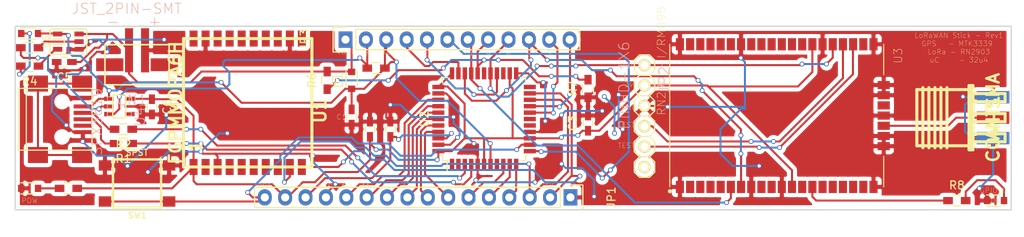
<source format=kicad_pcb>
(kicad_pcb (version 4) (host pcbnew 4.0.2-stable)

  (general
    (links 122)
    (no_connects 0)
    (area 126.134999 43.724759 250.435001 66.765001)
    (thickness 1.6)
    (drawings 47)
    (tracks 664)
    (zones 0)
    (modules 31)
    (nets 84)
  )

  (page A4)
  (layers
    (0 F.Cu signal)
    (31 B.Cu signal)
    (32 B.Adhes user)
    (33 F.Adhes user)
    (34 B.Paste user)
    (35 F.Paste user)
    (36 B.SilkS user)
    (37 F.SilkS user)
    (38 B.Mask user)
    (39 F.Mask user)
    (40 Dwgs.User user)
    (41 Cmts.User user)
    (42 Eco1.User user)
    (43 Eco2.User user)
    (44 Edge.Cuts user)
    (45 Margin user)
    (46 B.CrtYd user)
    (47 F.CrtYd user)
    (48 B.Fab user)
    (49 F.Fab user)
  )

  (setup
    (last_trace_width 0.25)
    (trace_clearance 0.2)
    (zone_clearance 0.508)
    (zone_45_only no)
    (trace_min 0.2)
    (segment_width 0.2)
    (edge_width 0.15)
    (via_size 0.6)
    (via_drill 0.4)
    (via_min_size 0.4)
    (via_min_drill 0.3)
    (uvia_size 0.3)
    (uvia_drill 0.1)
    (uvias_allowed no)
    (uvia_min_size 0.2)
    (uvia_min_drill 0.1)
    (pcb_text_width 0.03)
    (pcb_text_size 0.635 0.635)
    (mod_edge_width 0.15)
    (mod_text_size 1 1)
    (mod_text_width 0.15)
    (pad_size 1.524 1.524)
    (pad_drill 0.762)
    (pad_to_mask_clearance 0.2)
    (aux_axis_origin 0 0)
    (visible_elements FFFFFF7F)
    (pcbplotparams
      (layerselection 0x00030_80000001)
      (usegerberextensions false)
      (excludeedgelayer true)
      (linewidth 0.100000)
      (plotframeref false)
      (viasonmask false)
      (mode 1)
      (useauxorigin false)
      (hpglpennumber 1)
      (hpglpenspeed 20)
      (hpglpendiameter 15)
      (hpglpenoverlay 2)
      (psnegative false)
      (psa4output false)
      (plotreference true)
      (plotvalue true)
      (plotinvisibletext false)
      (padsonsilk false)
      (subtractmaskfromsilk false)
      (outputformat 1)
      (mirror false)
      (drillshape 1)
      (scaleselection 1)
      (outputdirectory ""))
  )

  (net 0 "")
  (net 1 "Net-(ANT1-Pad1)")
  (net 2 GND)
  (net 3 3v3)
  (net 4 ARFF)
  (net 5 VBAT)
  (net 6 VBUS)
  (net 7 "Net-(D2-Pad1)")
  (net 8 "Net-(D3-Pad2)")
  (net 9 "Net-(D4-Pad2)")
  (net 10 /1)
  (net 11 /0)
  (net 12 /MISO)
  (net 13 /MOSI)
  (net 14 /SCK)
  (net 15 /A5)
  (net 16 /A4)
  (net 17 /A3)
  (net 18 /A2)
  (net 19 /A1)
  (net 20 /A0)
  (net 21 RST)
  (net 22 /6)
  (net 23 /TEST1)
  (net 24 /TEST0)
  (net 25 "Net-(JP2-Pad6)")
  (net 26 /EN)
  (net 27 /13)
  (net 28 /12)
  (net 29 /11)
  (net 30 /10)
  (net 31 9)
  (net 32 /5)
  (net 33 /3)
  (net 34 /2)
  (net 35 "Net-(P1-Pad2)")
  (net 36 "Net-(P1-Pad3)")
  (net 37 "Net-(P1-Pad4)")
  (net 38 "Net-(P1-Pad6)")
  (net 39 "Net-(R1-Pad1)")
  (net 40 "Net-(R2-Pad1)")
  (net 41 "Net-(R4-Pad1)")
  (net 42 "Net-(R5-Pad2)")
  (net 43 "Net-(R8-Pad1)")
  (net 44 "Net-(U1-Pad2)")
  (net 45 "Net-(U1-Pad4)")
  (net 46 "Net-(U1-Pad5)")
  (net 47 "Net-(U1-Pad6)")
  (net 48 "Net-(U1-Pad7)")
  (net 49 "Net-(U1-Pad11)")
  (net 50 "Net-(U1-Pad13)")
  (net 51 "Net-(U1-Pad14)")
  (net 52 "Net-(U1-Pad15)")
  (net 53 "Net-(U1-Pad16)")
  (net 54 "Net-(U1-Pad17)")
  (net 55 "Net-(U1-Pad18)")
  (net 56 "Net-(U1-Pad20)")
  (net 57 /D7)
  (net 58 "Net-(U2-Pad2)")
  (net 59 "Net-(U2-Pad8)")
  (net 60 "Net-(U2-Pad16)")
  (net 61 "Net-(U2-Pad17)")
  (net 62 "Net-(U2-Pad22)")
  (net 63 /D4)
  (net 64 /D8)
  (net 65 "Net-(U3-Pad2)")
  (net 66 "Net-(U3-Pad3)")
  (net 67 "Net-(U3-Pad4)")
  (net 68 "Net-(U3-Pad5)")
  (net 69 "Net-(U3-Pad9)")
  (net 70 "Net-(U3-Pad10)")
  (net 71 "Net-(U3-Pad13)")
  (net 72 "Net-(U3-Pad35)")
  (net 73 "Net-(U3-Pad36)")
  (net 74 "Net-(U3-Pad37)")
  (net 75 "Net-(U3-Pad38)")
  (net 76 "Net-(U3-Pad39)")
  (net 77 "Net-(U3-Pad40)")
  (net 78 "Net-(U3-Pad43)")
  (net 79 "Net-(U3-Pad44)")
  (net 80 "Net-(U3-Pad45)")
  (net 81 "Net-(U3-Pad46)")
  (net 82 "Net-(U4-Pad5)")
  (net 83 "Net-(U1-Pad8)")

  (net_class Default "This is the default net class."
    (clearance 0.2)
    (trace_width 0.25)
    (via_dia 0.6)
    (via_drill 0.4)
    (uvia_dia 0.3)
    (uvia_drill 0.1)
    (add_net /0)
    (add_net /1)
    (add_net /10)
    (add_net /11)
    (add_net /12)
    (add_net /13)
    (add_net /2)
    (add_net /3)
    (add_net /5)
    (add_net /6)
    (add_net /A0)
    (add_net /A1)
    (add_net /A2)
    (add_net /A3)
    (add_net /A4)
    (add_net /A5)
    (add_net /D4)
    (add_net /D7)
    (add_net /D8)
    (add_net /EN)
    (add_net /MISO)
    (add_net /MOSI)
    (add_net /SCK)
    (add_net /TEST0)
    (add_net /TEST1)
    (add_net 3v3)
    (add_net 9)
    (add_net ARFF)
    (add_net GND)
    (add_net "Net-(ANT1-Pad1)")
    (add_net "Net-(D2-Pad1)")
    (add_net "Net-(D3-Pad2)")
    (add_net "Net-(D4-Pad2)")
    (add_net "Net-(JP2-Pad6)")
    (add_net "Net-(P1-Pad2)")
    (add_net "Net-(P1-Pad3)")
    (add_net "Net-(P1-Pad4)")
    (add_net "Net-(P1-Pad6)")
    (add_net "Net-(R1-Pad1)")
    (add_net "Net-(R2-Pad1)")
    (add_net "Net-(R4-Pad1)")
    (add_net "Net-(R5-Pad2)")
    (add_net "Net-(R8-Pad1)")
    (add_net "Net-(U1-Pad11)")
    (add_net "Net-(U1-Pad13)")
    (add_net "Net-(U1-Pad14)")
    (add_net "Net-(U1-Pad15)")
    (add_net "Net-(U1-Pad16)")
    (add_net "Net-(U1-Pad17)")
    (add_net "Net-(U1-Pad18)")
    (add_net "Net-(U1-Pad2)")
    (add_net "Net-(U1-Pad20)")
    (add_net "Net-(U1-Pad4)")
    (add_net "Net-(U1-Pad5)")
    (add_net "Net-(U1-Pad6)")
    (add_net "Net-(U1-Pad7)")
    (add_net "Net-(U1-Pad8)")
    (add_net "Net-(U2-Pad16)")
    (add_net "Net-(U2-Pad17)")
    (add_net "Net-(U2-Pad2)")
    (add_net "Net-(U2-Pad22)")
    (add_net "Net-(U2-Pad8)")
    (add_net "Net-(U3-Pad10)")
    (add_net "Net-(U3-Pad13)")
    (add_net "Net-(U3-Pad2)")
    (add_net "Net-(U3-Pad3)")
    (add_net "Net-(U3-Pad35)")
    (add_net "Net-(U3-Pad36)")
    (add_net "Net-(U3-Pad37)")
    (add_net "Net-(U3-Pad38)")
    (add_net "Net-(U3-Pad39)")
    (add_net "Net-(U3-Pad4)")
    (add_net "Net-(U3-Pad40)")
    (add_net "Net-(U3-Pad43)")
    (add_net "Net-(U3-Pad44)")
    (add_net "Net-(U3-Pad45)")
    (add_net "Net-(U3-Pad46)")
    (add_net "Net-(U3-Pad5)")
    (add_net "Net-(U3-Pad9)")
    (add_net "Net-(U4-Pad5)")
    (add_net RST)
    (add_net VBAT)
    (add_net VBUS)
  )

  (module misc:CON-SMA-EDGE (layer F.Cu) (tedit 4D2E2BC5) (tstamp 58631F33)
    (at 248.1 55.2 270)
    (path /5864678E)
    (fp_text reference ANT1 (at 0 0 270) (layer F.SilkS)
      (effects (font (thickness 0.3048)))
    )
    (fp_text value CON-SMA (at 0 0 270) (layer F.SilkS)
      (effects (font (thickness 0.3048)))
    )
    (fp_line (start 3.74904 8.7503) (end -3.74904 8.7503) (layer F.SilkS) (width 0.381))
    (fp_line (start -3.74904 8.001) (end 3.74904 8.001) (layer F.SilkS) (width 0.381))
    (fp_line (start 3.74904 7.24916) (end -3.74904 7.24916) (layer F.SilkS) (width 0.381))
    (fp_line (start -3.74904 5.75056) (end 3.74904 5.75056) (layer F.SilkS) (width 0.381))
    (fp_line (start 3.74904 6.49986) (end -3.74904 6.49986) (layer F.SilkS) (width 0.381))
    (fp_line (start -3.50012 9.4996) (end 3.50012 9.4996) (layer F.SilkS) (width 0.381))
    (fp_line (start 3.50012 9.4996) (end 3.50012 8.99922) (layer F.SilkS) (width 0.381))
    (fp_line (start -4.0005 2.99974) (end -4.0005 2.49936) (layer F.SilkS) (width 0.381))
    (fp_line (start 4.0005 2.99974) (end 4.0005 2.49936) (layer F.SilkS) (width 0.381))
    (fp_line (start 4.0005 2.75082) (end -4.0005 2.75082) (layer F.SilkS) (width 0.381))
    (fp_line (start -4.0005 2.99974) (end 4.0005 2.99974) (layer F.SilkS) (width 0.381))
    (fp_line (start 1.99898 2.49936) (end 1.99898 -1.50114) (layer F.SilkS) (width 0.381))
    (fp_line (start 1.99898 -1.50114) (end 2.99974 -1.50114) (layer F.SilkS) (width 0.381))
    (fp_line (start 2.99974 -1.50114) (end 2.99974 2.49936) (layer F.SilkS) (width 0.381))
    (fp_line (start -0.50038 2.49936) (end -0.50038 -1.50114) (layer F.SilkS) (width 0.381))
    (fp_line (start -0.50038 -1.50114) (end 0.50038 -1.50114) (layer F.SilkS) (width 0.381))
    (fp_line (start 0.50038 -1.50114) (end 0.50038 2.49936) (layer F.SilkS) (width 0.381))
    (fp_line (start -2.99974 2.49936) (end -2.99974 -1.50114) (layer F.SilkS) (width 0.381))
    (fp_line (start -2.99974 -1.50114) (end -1.99898 -1.50114) (layer F.SilkS) (width 0.381))
    (fp_line (start -1.99898 -1.50114) (end -1.99898 2.49936) (layer F.SilkS) (width 0.381))
    (fp_line (start -3.50012 9.4996) (end -3.50012 2.49936) (layer F.SilkS) (width 0.381))
    (fp_line (start -4.0005 2.49936) (end 4.0005 2.49936) (layer F.SilkS) (width 0.381))
    (fp_line (start 3.50012 2.49936) (end 3.50012 8.99922) (layer F.SilkS) (width 0.381))
    (pad 1 smd rect (at 0 0 270) (size 1.524 4.064) (layers F.Cu F.Paste F.Mask)
      (net 1 "Net-(ANT1-Pad1)"))
    (pad 2 smd rect (at -2.54 0 270) (size 1.524 4.064) (layers F.Cu F.Paste F.Mask)
      (net 2 GND))
    (pad 4 smd rect (at 2.54 0 270) (size 1.524 4.064) (layers F.Cu F.Paste F.Mask)
      (net 2 GND))
    (pad 3 smd rect (at -2.54 0 270) (size 1.524 4.064) (layers B.Cu B.Paste B.Mask)
      (net 2 GND))
    (pad 5 smd rect (at 2.54 0 270) (size 1.524 4.064) (layers B.Cu B.Paste B.Mask)
      (net 2 GND))
  )

  (module Pin_Headers:Pin_Header_Straight_1x16 (layer F.Cu) (tedit 0) (tstamp 58631F8B)
    (at 195.42252 65.13576 270)
    (descr "Through hole pin header")
    (tags "pin header")
    (path /5863988A)
    (fp_text reference JP1 (at 0 -5.1 270) (layer F.SilkS)
      (effects (font (size 1 1) (thickness 0.15)))
    )
    (fp_text value CONN_01X16 (at 0 -3.1 270) (layer F.Fab)
      (effects (font (size 1 1) (thickness 0.15)))
    )
    (fp_line (start -1.75 -1.75) (end -1.75 39.85) (layer F.CrtYd) (width 0.05))
    (fp_line (start 1.75 -1.75) (end 1.75 39.85) (layer F.CrtYd) (width 0.05))
    (fp_line (start -1.75 -1.75) (end 1.75 -1.75) (layer F.CrtYd) (width 0.05))
    (fp_line (start -1.75 39.85) (end 1.75 39.85) (layer F.CrtYd) (width 0.05))
    (fp_line (start -1.27 1.27) (end -1.27 39.37) (layer F.SilkS) (width 0.15))
    (fp_line (start -1.27 39.37) (end 1.27 39.37) (layer F.SilkS) (width 0.15))
    (fp_line (start 1.27 39.37) (end 1.27 1.27) (layer F.SilkS) (width 0.15))
    (fp_line (start 1.55 -1.55) (end 1.55 0) (layer F.SilkS) (width 0.15))
    (fp_line (start 1.27 1.27) (end -1.27 1.27) (layer F.SilkS) (width 0.15))
    (fp_line (start -1.55 0) (end -1.55 -1.55) (layer F.SilkS) (width 0.15))
    (fp_line (start -1.55 -1.55) (end 1.55 -1.55) (layer F.SilkS) (width 0.15))
    (pad 1 thru_hole rect (at 0 0 270) (size 2.032 1.7272) (drill 1.016) (layers *.Cu *.Mask)
      (net 2 GND))
    (pad 2 thru_hole oval (at 0 2.54 270) (size 2.032 1.7272) (drill 1.016) (layers *.Cu *.Mask)
      (net 10 /1))
    (pad 3 thru_hole oval (at 0 5.08 270) (size 2.032 1.7272) (drill 1.016) (layers *.Cu *.Mask)
      (net 11 /0))
    (pad 4 thru_hole oval (at 0 7.62 270) (size 2.032 1.7272) (drill 1.016) (layers *.Cu *.Mask)
      (net 12 /MISO))
    (pad 5 thru_hole oval (at 0 10.16 270) (size 2.032 1.7272) (drill 1.016) (layers *.Cu *.Mask)
      (net 13 /MOSI))
    (pad 6 thru_hole oval (at 0 12.7 270) (size 2.032 1.7272) (drill 1.016) (layers *.Cu *.Mask)
      (net 14 /SCK))
    (pad 7 thru_hole oval (at 0 15.24 270) (size 2.032 1.7272) (drill 1.016) (layers *.Cu *.Mask)
      (net 15 /A5))
    (pad 8 thru_hole oval (at 0 17.78 270) (size 2.032 1.7272) (drill 1.016) (layers *.Cu *.Mask)
      (net 16 /A4))
    (pad 9 thru_hole oval (at 0 20.32 270) (size 2.032 1.7272) (drill 1.016) (layers *.Cu *.Mask)
      (net 17 /A3))
    (pad 10 thru_hole oval (at 0 22.86 270) (size 2.032 1.7272) (drill 1.016) (layers *.Cu *.Mask)
      (net 18 /A2))
    (pad 11 thru_hole oval (at 0 25.4 270) (size 2.032 1.7272) (drill 1.016) (layers *.Cu *.Mask)
      (net 19 /A1))
    (pad 12 thru_hole oval (at 0 27.94 270) (size 2.032 1.7272) (drill 1.016) (layers *.Cu *.Mask)
      (net 20 /A0))
    (pad 13 thru_hole oval (at 0 30.48 270) (size 2.032 1.7272) (drill 1.016) (layers *.Cu *.Mask)
      (net 2 GND))
    (pad 14 thru_hole oval (at 0 33.02 270) (size 2.032 1.7272) (drill 1.016) (layers *.Cu *.Mask)
      (net 4 ARFF))
    (pad 15 thru_hole oval (at 0 35.56 270) (size 2.032 1.7272) (drill 1.016) (layers *.Cu *.Mask)
      (net 3 3v3))
    (pad 16 thru_hole oval (at 0 38.1 270) (size 2.032 1.7272) (drill 1.016) (layers *.Cu *.Mask)
      (net 21 RST))
    (model Pin_Headers.3dshapes/Pin_Header_Straight_1x16.wrl
      (at (xyz 0 -0.75 0))
      (scale (xyz 1 1 1))
      (rotate (xyz 0 0 90))
    )
  )

  (module adafruit:adafruit-1X06 (layer F.Cu) (tedit 200000) (tstamp 58631F95)
    (at 204.65 55 270)
    (descr "PIN HEADER")
    (tags "PIN HEADER")
    (path /58642B24)
    (attr virtual)
    (fp_text reference JP2 (at -4.5212 -2.4638 270) (layer B.SilkS)
      (effects (font (size 1.27 1.27) (thickness 0.0889)))
    )
    (fp_text value PINHD-1X6 (at -3.81 2.54 270) (layer B.SilkS)
      (effects (font (size 1.27 1.27) (thickness 0.0889)))
    )
    (fp_line (start 3.556 0.254) (end 4.064 0.254) (layer F.SilkS) (width 0.06604))
    (fp_line (start 4.064 0.254) (end 4.064 -0.254) (layer F.SilkS) (width 0.06604))
    (fp_line (start 3.556 -0.254) (end 4.064 -0.254) (layer F.SilkS) (width 0.06604))
    (fp_line (start 3.556 0.254) (end 3.556 -0.254) (layer F.SilkS) (width 0.06604))
    (fp_line (start 1.016 0.254) (end 1.524 0.254) (layer F.SilkS) (width 0.06604))
    (fp_line (start 1.524 0.254) (end 1.524 -0.254) (layer F.SilkS) (width 0.06604))
    (fp_line (start 1.016 -0.254) (end 1.524 -0.254) (layer F.SilkS) (width 0.06604))
    (fp_line (start 1.016 0.254) (end 1.016 -0.254) (layer F.SilkS) (width 0.06604))
    (fp_line (start -1.524 0.254) (end -1.016 0.254) (layer F.SilkS) (width 0.06604))
    (fp_line (start -1.016 0.254) (end -1.016 -0.254) (layer F.SilkS) (width 0.06604))
    (fp_line (start -1.524 -0.254) (end -1.016 -0.254) (layer F.SilkS) (width 0.06604))
    (fp_line (start -1.524 0.254) (end -1.524 -0.254) (layer F.SilkS) (width 0.06604))
    (fp_line (start -4.064 0.254) (end -3.556 0.254) (layer F.SilkS) (width 0.06604))
    (fp_line (start -3.556 0.254) (end -3.556 -0.254) (layer F.SilkS) (width 0.06604))
    (fp_line (start -4.064 -0.254) (end -3.556 -0.254) (layer F.SilkS) (width 0.06604))
    (fp_line (start -4.064 0.254) (end -4.064 -0.254) (layer F.SilkS) (width 0.06604))
    (fp_line (start -6.604 0.254) (end -6.096 0.254) (layer F.SilkS) (width 0.06604))
    (fp_line (start -6.096 0.254) (end -6.096 -0.254) (layer F.SilkS) (width 0.06604))
    (fp_line (start -6.604 -0.254) (end -6.096 -0.254) (layer F.SilkS) (width 0.06604))
    (fp_line (start -6.604 0.254) (end -6.604 -0.254) (layer F.SilkS) (width 0.06604))
    (fp_line (start 6.096 0.254) (end 6.604 0.254) (layer F.SilkS) (width 0.06604))
    (fp_line (start 6.604 0.254) (end 6.604 -0.254) (layer F.SilkS) (width 0.06604))
    (fp_line (start 6.096 -0.254) (end 6.604 -0.254) (layer F.SilkS) (width 0.06604))
    (fp_line (start 6.096 0.254) (end 6.096 -0.254) (layer F.SilkS) (width 0.06604))
    (fp_line (start 0.635 -1.27) (end 1.905 -1.27) (layer F.SilkS) (width 0.1524))
    (fp_line (start 1.905 -1.27) (end 2.54 -0.635) (layer F.SilkS) (width 0.1524))
    (fp_line (start 2.54 -0.635) (end 2.54 0.635) (layer F.SilkS) (width 0.1524))
    (fp_line (start 2.54 0.635) (end 1.905 1.27) (layer F.SilkS) (width 0.1524))
    (fp_line (start 2.54 -0.635) (end 3.175 -1.27) (layer F.SilkS) (width 0.1524))
    (fp_line (start 3.175 -1.27) (end 4.445 -1.27) (layer F.SilkS) (width 0.1524))
    (fp_line (start 4.445 -1.27) (end 5.08 -0.635) (layer F.SilkS) (width 0.1524))
    (fp_line (start 5.08 -0.635) (end 5.08 0.635) (layer F.SilkS) (width 0.1524))
    (fp_line (start 5.08 0.635) (end 4.445 1.27) (layer F.SilkS) (width 0.1524))
    (fp_line (start 4.445 1.27) (end 3.175 1.27) (layer F.SilkS) (width 0.1524))
    (fp_line (start 3.175 1.27) (end 2.54 0.635) (layer F.SilkS) (width 0.1524))
    (fp_line (start -2.54 -0.635) (end -1.905 -1.27) (layer F.SilkS) (width 0.1524))
    (fp_line (start -1.905 -1.27) (end -0.635 -1.27) (layer F.SilkS) (width 0.1524))
    (fp_line (start -0.635 -1.27) (end 0 -0.635) (layer F.SilkS) (width 0.1524))
    (fp_line (start 0 -0.635) (end 0 0.635) (layer F.SilkS) (width 0.1524))
    (fp_line (start 0 0.635) (end -0.635 1.27) (layer F.SilkS) (width 0.1524))
    (fp_line (start -0.635 1.27) (end -1.905 1.27) (layer F.SilkS) (width 0.1524))
    (fp_line (start -1.905 1.27) (end -2.54 0.635) (layer F.SilkS) (width 0.1524))
    (fp_line (start 0.635 -1.27) (end 0 -0.635) (layer F.SilkS) (width 0.1524))
    (fp_line (start 0 0.635) (end 0.635 1.27) (layer F.SilkS) (width 0.1524))
    (fp_line (start 1.905 1.27) (end 0.635 1.27) (layer F.SilkS) (width 0.1524))
    (fp_line (start -6.985 -1.27) (end -5.715 -1.27) (layer F.SilkS) (width 0.1524))
    (fp_line (start -5.715 -1.27) (end -5.08 -0.635) (layer F.SilkS) (width 0.1524))
    (fp_line (start -5.08 -0.635) (end -5.08 0.635) (layer F.SilkS) (width 0.1524))
    (fp_line (start -5.08 0.635) (end -5.715 1.27) (layer F.SilkS) (width 0.1524))
    (fp_line (start -5.08 -0.635) (end -4.445 -1.27) (layer F.SilkS) (width 0.1524))
    (fp_line (start -4.445 -1.27) (end -3.175 -1.27) (layer F.SilkS) (width 0.1524))
    (fp_line (start -3.175 -1.27) (end -2.54 -0.635) (layer F.SilkS) (width 0.1524))
    (fp_line (start -2.54 -0.635) (end -2.54 0.635) (layer F.SilkS) (width 0.1524))
    (fp_line (start -2.54 0.635) (end -3.175 1.27) (layer F.SilkS) (width 0.1524))
    (fp_line (start -3.175 1.27) (end -4.445 1.27) (layer F.SilkS) (width 0.1524))
    (fp_line (start -4.445 1.27) (end -5.08 0.635) (layer F.SilkS) (width 0.1524))
    (fp_line (start -7.62 -0.635) (end -7.62 0.635) (layer F.SilkS) (width 0.1524))
    (fp_line (start -6.985 -1.27) (end -7.62 -0.635) (layer F.SilkS) (width 0.1524))
    (fp_line (start -7.62 0.635) (end -6.985 1.27) (layer F.SilkS) (width 0.1524))
    (fp_line (start -5.715 1.27) (end -6.985 1.27) (layer F.SilkS) (width 0.1524))
    (fp_line (start 5.715 -1.27) (end 6.985 -1.27) (layer F.SilkS) (width 0.1524))
    (fp_line (start 6.985 -1.27) (end 7.62 -0.635) (layer F.SilkS) (width 0.1524))
    (fp_line (start 7.62 -0.635) (end 7.62 0.635) (layer F.SilkS) (width 0.1524))
    (fp_line (start 7.62 0.635) (end 6.985 1.27) (layer F.SilkS) (width 0.1524))
    (fp_line (start 5.715 -1.27) (end 5.08 -0.635) (layer F.SilkS) (width 0.1524))
    (fp_line (start 5.08 0.635) (end 5.715 1.27) (layer F.SilkS) (width 0.1524))
    (fp_line (start 6.985 1.27) (end 5.715 1.27) (layer F.SilkS) (width 0.1524))
    (pad 1 thru_hole circle (at -6.35 0 270) (size 1.524 3.048) (drill 1.016) (layers *.Cu F.Paste F.SilkS F.Mask)
      (net 22 /6))
    (pad 2 thru_hole circle (at -3.81 0 270) (size 1.524 3.048) (drill 1.016) (layers *.Cu F.Paste F.SilkS F.Mask)
      (net 3 3v3))
    (pad 3 thru_hole circle (at -1.27 0 270) (size 1.524 3.048) (drill 1.016) (layers *.Cu F.Paste F.SilkS F.Mask)
      (net 2 GND))
    (pad 4 thru_hole circle (at 1.27 0 270) (size 1.524 3.048) (drill 1.016) (layers *.Cu F.Paste F.SilkS F.Mask)
      (net 23 /TEST1))
    (pad 5 thru_hole circle (at 3.81 0 270) (size 1.524 3.048) (drill 1.016) (layers *.Cu F.Paste F.SilkS F.Mask)
      (net 24 /TEST0))
    (pad 6 thru_hole circle (at 6.35 0 270) (size 1.524 3.048) (drill 1.016) (layers *.Cu F.Paste F.SilkS F.Mask)
      (net 25 "Net-(JP2-Pad6)"))
  )

  (module open-project:SW_PUSH_SMD (layer F.Cu) (tedit 514E2F98) (tstamp 58631FF0)
    (at 141.4 63.4 180)
    (path /5862D6FA)
    (fp_text reference SW1 (at -0.05 -3.95 180) (layer F.SilkS)
      (effects (font (size 0.762 0.762) (thickness 0.127)))
    )
    (fp_text value SPST (at 0 3.85 180) (layer F.SilkS)
      (effects (font (size 0.762 0.762) (thickness 0.127)))
    )
    (fp_line (start -2.99974 -2.99974) (end 2.99974 -2.99974) (layer F.SilkS) (width 0.29972))
    (fp_line (start 2.99974 -2.99974) (end 2.99974 2.99974) (layer F.SilkS) (width 0.29972))
    (fp_line (start 2.99974 2.99974) (end -2.99974 2.99974) (layer F.SilkS) (width 0.29972))
    (fp_line (start -2.99974 2.99974) (end -2.99974 -2.99974) (layer F.SilkS) (width 0.29972))
    (pad 1 smd rect (at -3.99796 -2.2479 180) (size 1.5494 1.2954) (layers F.Cu F.Paste F.Mask)
      (net 21 RST))
    (pad 1 smd rect (at 3.99796 -2.2479 180) (size 1.5494 1.2954) (layers F.Cu F.Paste F.Mask)
      (net 21 RST))
    (pad 2 smd rect (at 3.99796 2.2479 180) (size 1.5494 1.2954) (layers F.Cu F.Paste F.Mask)
      (net 2 GND))
    (pad 2 smd rect (at -3.99796 2.2479 180) (size 1.5494 1.2954) (layers F.Cu F.Paste F.Mask)
      (net 2 GND))
  )

  (module FGPMMOPA6H:FGPMMOPA6H (layer F.Cu) (tedit 50BDFD05) (tstamp 58632008)
    (at 155.194 53.34 90)
    (path /5862B1DC)
    (fp_text reference U1 (at -1.00076 8.99922 90) (layer F.SilkS)
      (effects (font (thickness 0.3048)))
    )
    (fp_text value FGPMMOPA6H (at 0 -8.99922 90) (layer F.SilkS)
      (effects (font (thickness 0.3048)))
    )
    (fp_text user 1 (at -5.3848 -6.5024 90) (layer F.SilkS)
      (effects (font (thickness 0.3048)))
    )
    (fp_line (start -8.001 0) (end -8.001 -8.001) (layer F.SilkS) (width 0.381))
    (fp_line (start -8.001 -8.001) (end 8.001 -8.001) (layer F.SilkS) (width 0.381))
    (fp_line (start 8.001 -8.001) (end 8.001 5.99948) (layer F.SilkS) (width 0.381))
    (fp_line (start 8.001 5.99948) (end 8.001 8.001) (layer F.SilkS) (width 0.381))
    (fp_line (start 8.001 8.001) (end -8.001 8.001) (layer F.SilkS) (width 0.381))
    (fp_line (start -8.001 8.001) (end -8.001 0) (layer F.SilkS) (width 0.381))
    (pad 1 smd rect (at -8.001 -6.74878 90) (size 1.99898 1.00076) (layers F.Cu F.Paste F.Mask)
      (net 3 3v3))
    (pad 2 smd rect (at -8.001 -5.25018 90) (size 1.99898 1.00076) (layers F.Cu F.Paste F.Mask)
      (net 44 "Net-(U1-Pad2)"))
    (pad 3 smd rect (at -8.001 -3.74904 90) (size 1.99898 1.00076) (layers F.Cu F.Paste F.Mask)
      (net 2 GND))
    (pad 4 smd rect (at -8.001 -2.25044 90) (size 1.99898 1.00076) (layers F.Cu F.Paste F.Mask)
      (net 45 "Net-(U1-Pad4)"))
    (pad 5 smd rect (at -8.001 -0.7493 90) (size 1.99898 1.00076) (layers F.Cu F.Paste F.Mask)
      (net 46 "Net-(U1-Pad5)"))
    (pad 6 smd rect (at -8.001 0.7493 90) (size 1.99898 1.00076) (layers F.Cu F.Paste F.Mask)
      (net 47 "Net-(U1-Pad6)"))
    (pad 7 smd rect (at -8.001 2.25044 90) (size 1.99898 1.00076) (layers F.Cu F.Paste F.Mask)
      (net 48 "Net-(U1-Pad7)"))
    (pad 8 smd rect (at -8.001 3.74904 90) (size 1.99898 1.00076) (layers F.Cu F.Paste F.Mask)
      (net 83 "Net-(U1-Pad8)"))
    (pad 9 smd rect (at -8.001 5.25018 90) (size 1.99898 1.00076) (layers F.Cu F.Paste F.Mask)
      (net 11 /0))
    (pad 10 smd rect (at -8.001 6.74878 90) (size 1.99898 1.00076) (layers F.Cu F.Paste F.Mask)
      (net 10 /1))
    (pad 11 smd rect (at 8.001 6.74878 90) (size 1.99898 1.00076) (layers F.Cu F.Paste F.Mask)
      (net 49 "Net-(U1-Pad11)"))
    (pad 12 smd rect (at 8.001 5.25018 90) (size 1.99898 1.00076) (layers F.Cu F.Paste F.Mask)
      (net 2 GND))
    (pad 13 smd rect (at 8.001 3.74904 90) (size 1.99898 1.00076) (layers F.Cu F.Paste F.Mask)
      (net 50 "Net-(U1-Pad13)"))
    (pad 14 smd rect (at 8.001 2.25044 90) (size 1.99898 1.00076) (layers F.Cu F.Paste F.Mask)
      (net 51 "Net-(U1-Pad14)"))
    (pad 15 smd rect (at 8.001 0.7493 90) (size 1.99898 1.00076) (layers F.Cu F.Paste F.Mask)
      (net 52 "Net-(U1-Pad15)"))
    (pad 16 smd rect (at 8.001 -0.7493 90) (size 1.99898 1.00076) (layers F.Cu F.Paste F.Mask)
      (net 53 "Net-(U1-Pad16)"))
    (pad 17 smd rect (at 8.001 -2.25044 90) (size 1.99898 1.00076) (layers F.Cu F.Paste F.Mask)
      (net 54 "Net-(U1-Pad17)"))
    (pad 18 smd rect (at 8.001 -3.74904 90) (size 1.99898 1.00076) (layers F.Cu F.Paste F.Mask)
      (net 55 "Net-(U1-Pad18)"))
    (pad 19 smd rect (at 8.001 -5.25018 90) (size 1.99898 1.00076) (layers F.Cu F.Paste F.Mask)
      (net 2 GND))
    (pad 20 smd rect (at 8.001 -6.74878 90) (size 1.99898 1.00076) (layers F.Cu F.Paste F.Mask)
      (net 56 "Net-(U1-Pad20)"))
  )

  (module Housings_QFP:TQFP-44_10x10mm_Pitch0.8mm (layer F.Cu) (tedit 54130A77) (tstamp 58632038)
    (at 184.658 55.372 90)
    (descr "44-Lead Plastic Thin Quad Flatpack (PT) - 10x10x1.0 mm Body [TQFP] (see Microchip Packaging Specification 00000049BS.pdf)")
    (tags "QFP 0.8")
    (path /5862A4D5)
    (attr smd)
    (fp_text reference U2 (at 0 -7.45 90) (layer F.SilkS)
      (effects (font (size 1 1) (thickness 0.15)))
    )
    (fp_text value ATmega32U4-AU (at 0 7.45 90) (layer F.Fab)
      (effects (font (size 1 1) (thickness 0.15)))
    )
    (fp_text user %R (at 0 0 90) (layer F.Fab)
      (effects (font (size 1 1) (thickness 0.15)))
    )
    (fp_line (start -4 -5) (end 5 -5) (layer F.Fab) (width 0.15))
    (fp_line (start 5 -5) (end 5 5) (layer F.Fab) (width 0.15))
    (fp_line (start 5 5) (end -5 5) (layer F.Fab) (width 0.15))
    (fp_line (start -5 5) (end -5 -4) (layer F.Fab) (width 0.15))
    (fp_line (start -5 -4) (end -4 -5) (layer F.Fab) (width 0.15))
    (fp_line (start -6.7 -6.7) (end -6.7 6.7) (layer F.CrtYd) (width 0.05))
    (fp_line (start 6.7 -6.7) (end 6.7 6.7) (layer F.CrtYd) (width 0.05))
    (fp_line (start -6.7 -6.7) (end 6.7 -6.7) (layer F.CrtYd) (width 0.05))
    (fp_line (start -6.7 6.7) (end 6.7 6.7) (layer F.CrtYd) (width 0.05))
    (fp_line (start -5.175 -5.175) (end -5.175 -4.6) (layer F.SilkS) (width 0.15))
    (fp_line (start 5.175 -5.175) (end 5.175 -4.5) (layer F.SilkS) (width 0.15))
    (fp_line (start 5.175 5.175) (end 5.175 4.5) (layer F.SilkS) (width 0.15))
    (fp_line (start -5.175 5.175) (end -5.175 4.5) (layer F.SilkS) (width 0.15))
    (fp_line (start -5.175 -5.175) (end -4.5 -5.175) (layer F.SilkS) (width 0.15))
    (fp_line (start -5.175 5.175) (end -4.5 5.175) (layer F.SilkS) (width 0.15))
    (fp_line (start 5.175 5.175) (end 4.5 5.175) (layer F.SilkS) (width 0.15))
    (fp_line (start 5.175 -5.175) (end 4.5 -5.175) (layer F.SilkS) (width 0.15))
    (fp_line (start -5.175 -4.6) (end -6.45 -4.6) (layer F.SilkS) (width 0.15))
    (pad 1 smd rect (at -5.7 -4 90) (size 1.5 0.55) (layers F.Cu F.Paste F.Mask)
      (net 57 /D7))
    (pad 2 smd rect (at -5.7 -3.2 90) (size 1.5 0.55) (layers F.Cu F.Paste F.Mask)
      (net 58 "Net-(U2-Pad2)"))
    (pad 3 smd rect (at -5.7 -2.4 90) (size 1.5 0.55) (layers F.Cu F.Paste F.Mask)
      (net 40 "Net-(R2-Pad1)"))
    (pad 4 smd rect (at -5.7 -1.6 90) (size 1.5 0.55) (layers F.Cu F.Paste F.Mask)
      (net 39 "Net-(R1-Pad1)"))
    (pad 5 smd rect (at -5.7 -0.8 90) (size 1.5 0.55) (layers F.Cu F.Paste F.Mask)
      (net 2 GND))
    (pad 6 smd rect (at -5.7 0 90) (size 1.5 0.55) (layers F.Cu F.Paste F.Mask)
      (net 3 3v3))
    (pad 7 smd rect (at -5.7 0.8 90) (size 1.5 0.55) (layers F.Cu F.Paste F.Mask)
      (net 6 VBUS))
    (pad 8 smd rect (at -5.7 1.6 90) (size 1.5 0.55) (layers F.Cu F.Paste F.Mask)
      (net 59 "Net-(U2-Pad8)"))
    (pad 9 smd rect (at -5.7 2.4 90) (size 1.5 0.55) (layers F.Cu F.Paste F.Mask)
      (net 14 /SCK))
    (pad 10 smd rect (at -5.7 3.2 90) (size 1.5 0.55) (layers F.Cu F.Paste F.Mask)
      (net 13 /MOSI))
    (pad 11 smd rect (at -5.7 4 90) (size 1.5 0.55) (layers F.Cu F.Paste F.Mask)
      (net 12 /MISO))
    (pad 12 smd rect (at -4 5.7 180) (size 1.5 0.55) (layers F.Cu F.Paste F.Mask)
      (net 29 /11))
    (pad 13 smd rect (at -3.2 5.7 180) (size 1.5 0.55) (layers F.Cu F.Paste F.Mask)
      (net 21 RST))
    (pad 14 smd rect (at -2.4 5.7 180) (size 1.5 0.55) (layers F.Cu F.Paste F.Mask)
      (net 3 3v3))
    (pad 15 smd rect (at -1.6 5.7 180) (size 1.5 0.55) (layers F.Cu F.Paste F.Mask)
      (net 2 GND))
    (pad 16 smd rect (at -0.8 5.7 180) (size 1.5 0.55) (layers F.Cu F.Paste F.Mask)
      (net 60 "Net-(U2-Pad16)"))
    (pad 17 smd rect (at 0 5.7 180) (size 1.5 0.55) (layers F.Cu F.Paste F.Mask)
      (net 61 "Net-(U2-Pad17)"))
    (pad 18 smd rect (at 0.8 5.7 180) (size 1.5 0.55) (layers F.Cu F.Paste F.Mask)
      (net 33 /3))
    (pad 19 smd rect (at 1.6 5.7 180) (size 1.5 0.55) (layers F.Cu F.Paste F.Mask)
      (net 34 /2))
    (pad 20 smd rect (at 2.4 5.7 180) (size 1.5 0.55) (layers F.Cu F.Paste F.Mask)
      (net 11 /0))
    (pad 21 smd rect (at 3.2 5.7 180) (size 1.5 0.55) (layers F.Cu F.Paste F.Mask)
      (net 10 /1))
    (pad 22 smd rect (at 4 5.7 180) (size 1.5 0.55) (layers F.Cu F.Paste F.Mask)
      (net 62 "Net-(U2-Pad22)"))
    (pad 23 smd rect (at 5.7 4 90) (size 1.5 0.55) (layers F.Cu F.Paste F.Mask)
      (net 2 GND))
    (pad 24 smd rect (at 5.7 3.2 90) (size 1.5 0.55) (layers F.Cu F.Paste F.Mask)
      (net 3 3v3))
    (pad 25 smd rect (at 5.7 2.4 90) (size 1.5 0.55) (layers F.Cu F.Paste F.Mask)
      (net 63 /D4))
    (pad 26 smd rect (at 5.7 1.6 90) (size 1.5 0.55) (layers F.Cu F.Paste F.Mask)
      (net 28 /12))
    (pad 27 smd rect (at 5.7 0.8 90) (size 1.5 0.55) (layers F.Cu F.Paste F.Mask)
      (net 22 /6))
    (pad 28 smd rect (at 5.7 0 90) (size 1.5 0.55) (layers F.Cu F.Paste F.Mask)
      (net 64 /D8))
    (pad 29 smd rect (at 5.7 -0.8 90) (size 1.5 0.55) (layers F.Cu F.Paste F.Mask)
      (net 31 9))
    (pad 30 smd rect (at 5.7 -1.6 90) (size 1.5 0.55) (layers F.Cu F.Paste F.Mask)
      (net 30 /10))
    (pad 31 smd rect (at 5.7 -2.4 90) (size 1.5 0.55) (layers F.Cu F.Paste F.Mask)
      (net 32 /5))
    (pad 32 smd rect (at 5.7 -3.2 90) (size 1.5 0.55) (layers F.Cu F.Paste F.Mask)
      (net 27 /13))
    (pad 33 smd rect (at 5.7 -4 90) (size 1.5 0.55) (layers F.Cu F.Paste F.Mask)
      (net 3 3v3))
    (pad 34 smd rect (at 4 -5.7 180) (size 1.5 0.55) (layers F.Cu F.Paste F.Mask)
      (net 3 3v3))
    (pad 35 smd rect (at 3.2 -5.7 180) (size 1.5 0.55) (layers F.Cu F.Paste F.Mask)
      (net 2 GND))
    (pad 36 smd rect (at 2.4 -5.7 180) (size 1.5 0.55) (layers F.Cu F.Paste F.Mask)
      (net 20 /A0))
    (pad 37 smd rect (at 1.6 -5.7 180) (size 1.5 0.55) (layers F.Cu F.Paste F.Mask)
      (net 19 /A1))
    (pad 38 smd rect (at 0.8 -5.7 180) (size 1.5 0.55) (layers F.Cu F.Paste F.Mask)
      (net 18 /A2))
    (pad 39 smd rect (at 0 -5.7 180) (size 1.5 0.55) (layers F.Cu F.Paste F.Mask)
      (net 17 /A3))
    (pad 40 smd rect (at -0.8 -5.7 180) (size 1.5 0.55) (layers F.Cu F.Paste F.Mask)
      (net 16 /A4))
    (pad 41 smd rect (at -1.6 -5.7 180) (size 1.5 0.55) (layers F.Cu F.Paste F.Mask)
      (net 15 /A5))
    (pad 42 smd rect (at -2.4 -5.7 180) (size 1.5 0.55) (layers F.Cu F.Paste F.Mask)
      (net 4 ARFF))
    (pad 43 smd rect (at -3.2 -5.7 180) (size 1.5 0.55) (layers F.Cu F.Paste F.Mask)
      (net 2 GND))
    (pad 44 smd rect (at -4 -5.7 180) (size 1.5 0.55) (layers F.Cu F.Paste F.Mask)
      (net 3 3v3))
    (model Housings_QFP.3dshapes/TQFP-44_10x10mm_Pitch0.8mm.wrl
      (at (xyz 0 0 0))
      (scale (xyz 1 1 1))
      (rotate (xyz 0 0 0))
    )
  )

  (module RN2903-I_RM095:XCVR_RN2903-I%2fRM095 (layer F.Cu) (tedit 0) (tstamp 5863206B)
    (at 221.1324 54.9402 270)
    (path /5862A0BC)
    (solder_mask_margin 0.1)
    (attr smd)
    (fp_text reference U3 (at -7.46 -15.135 270) (layer F.SilkS)
      (effects (font (size 1 1) (thickness 0.05)))
    )
    (fp_text value RN2903-I/RM095 (at -6.825 14.365 270) (layer F.SilkS)
      (effects (font (size 1 1) (thickness 0.05)))
    )
    (fp_line (start -8.89 13.335) (end 8.89 13.335) (layer Dwgs.User) (width 0.127))
    (fp_line (start 8.89 13.335) (end 8.89 -13.335) (layer Dwgs.User) (width 0.127))
    (fp_line (start 8.89 -13.335) (end -8.89 -13.335) (layer Dwgs.User) (width 0.127))
    (fp_line (start -8.89 -13.335) (end -8.89 13.335) (layer Dwgs.User) (width 0.127))
    (fp_line (start -8.89 13.335) (end 8.89 13.335) (layer F.SilkS) (width 0.127))
    (fp_line (start -8.89 -13.335) (end -5.08 -13.335) (layer F.SilkS) (width 0.127))
    (fp_line (start 5.08 -13.335) (end 8.89 -13.335) (layer F.SilkS) (width 0.127))
    (fp_circle (center 9.43 13.315) (end 9.684 13.315) (layer F.SilkS) (width 0))
    (fp_line (start -10 13.75) (end 10 13.75) (layer Dwgs.User) (width 0.05))
    (fp_line (start 10 13.75) (end 10 -14.5) (layer Dwgs.User) (width 0.05))
    (fp_line (start 10 -14.5) (end -10 -14.5) (layer Dwgs.User) (width 0.05))
    (fp_line (start -10 -14.5) (end -10 13.75) (layer Dwgs.User) (width 0.05))
    (pad 1 smd rect (at 8.89 12.065) (size 1.016 1.524) (layers F.Cu F.Paste F.Mask)
      (net 2 GND) (solder_mask_margin 0.2))
    (pad 2 smd rect (at 8.89 10.795) (size 1.016 1.524) (layers F.Cu F.Paste F.Mask)
      (net 65 "Net-(U3-Pad2)") (solder_mask_margin 0.2))
    (pad 3 smd rect (at 8.89 9.525) (size 1.016 1.524) (layers F.Cu F.Paste F.Mask)
      (net 66 "Net-(U3-Pad3)") (solder_mask_margin 0.2))
    (pad 4 smd rect (at 8.89 8.255) (size 1.016 1.524) (layers F.Cu F.Paste F.Mask)
      (net 67 "Net-(U3-Pad4)") (solder_mask_margin 0.2))
    (pad 5 smd rect (at 8.89 6.985) (size 1.016 1.524) (layers F.Cu F.Paste F.Mask)
      (net 68 "Net-(U3-Pad5)") (solder_mask_margin 0.2))
    (pad 6 smd rect (at 8.89 5.715) (size 1.016 1.524) (layers F.Cu F.Paste F.Mask)
      (net 30 /10) (solder_mask_margin 0.2))
    (pad 7 smd rect (at 8.89 4.445) (size 1.016 1.524) (layers F.Cu F.Paste F.Mask)
      (net 32 /5) (solder_mask_margin 0.2))
    (pad 8 smd rect (at 8.89 3.175) (size 1.016 1.524) (layers F.Cu F.Paste F.Mask)
      (net 2 GND) (solder_mask_margin 0.2))
    (pad 9 smd rect (at 8.89 1.905) (size 1.016 1.524) (layers F.Cu F.Paste F.Mask)
      (net 69 "Net-(U3-Pad9)") (solder_mask_margin 0.2))
    (pad 10 smd rect (at 8.89 0.635) (size 1.016 1.524) (layers F.Cu F.Paste F.Mask)
      (net 70 "Net-(U3-Pad10)") (solder_mask_margin 0.2))
    (pad 11 smd rect (at 8.89 -0.635) (size 1.016 1.524) (layers F.Cu F.Paste F.Mask)
      (net 2 GND) (solder_mask_margin 0.2))
    (pad 12 smd rect (at 8.89 -1.905) (size 1.016 1.524) (layers F.Cu F.Paste F.Mask)
      (net 3 3v3) (solder_mask_margin 0.2))
    (pad 13 smd rect (at 8.89 -3.175) (size 1.016 1.524) (layers F.Cu F.Paste F.Mask)
      (net 71 "Net-(U3-Pad13)") (solder_mask_margin 0.2))
    (pad 14 smd rect (at 8.89 -4.445) (size 1.016 1.524) (layers F.Cu F.Paste F.Mask)
      (net 43 "Net-(R8-Pad1)") (solder_mask_margin 0.2))
    (pad 15 smd rect (at 8.89 -5.715) (size 1.016 1.524) (layers F.Cu F.Paste F.Mask)
      (solder_mask_margin 0.2))
    (pad 16 smd rect (at 8.89 -6.985) (size 1.016 1.524) (layers F.Cu F.Paste F.Mask)
      (solder_mask_margin 0.2))
    (pad 17 smd rect (at 8.89 -8.255) (size 1.016 1.524) (layers F.Cu F.Paste F.Mask)
      (solder_mask_margin 0.2))
    (pad 18 smd rect (at 8.89 -9.525) (size 1.016 1.524) (layers F.Cu F.Paste F.Mask)
      (solder_mask_margin 0.2))
    (pad 19 smd rect (at 8.89 -10.795) (size 1.016 1.524) (layers F.Cu F.Paste F.Mask)
      (solder_mask_margin 0.2))
    (pad 20 smd rect (at 8.89 -12.065) (size 1.016 1.524) (layers F.Cu F.Paste F.Mask)
      (net 2 GND) (solder_mask_margin 0.2))
    (pad 21 smd rect (at 3.81 -13.335 90) (size 1.016 1.524) (layers F.Cu F.Paste F.Mask)
      (net 2 GND) (solder_mask_margin 0.2))
    (pad 22 smd rect (at 2.54 -13.335 90) (size 1.016 1.524) (layers F.Cu F.Paste F.Mask)
      (net 2 GND) (solder_mask_margin 0.2))
    (pad 23 smd rect (at 1.27 -13.335 90) (size 1.016 1.524) (layers F.Cu F.Paste F.Mask)
      (net 1 "Net-(ANT1-Pad1)") (solder_mask_margin 0.2))
    (pad 24 smd rect (at 0 -13.335 90) (size 1.016 1.524) (layers F.Cu F.Paste F.Mask)
      (net 2 GND) (solder_mask_margin 0.2))
    (pad 25 smd rect (at -1.27 -13.335 90) (size 1.016 1.524) (layers F.Cu F.Paste F.Mask)
      (solder_mask_margin 0.2))
    (pad 26 smd rect (at -2.54 -13.335 90) (size 1.016 1.524) (layers F.Cu F.Paste F.Mask)
      (net 2 GND) (solder_mask_margin 0.2))
    (pad 27 smd rect (at -3.81 -13.335 90) (size 1.016 1.524) (layers F.Cu F.Paste F.Mask)
      (net 2 GND) (solder_mask_margin 0.2))
    (pad 28 smd rect (at -8.89 -12.065 180) (size 1.016 1.524) (layers F.Cu F.Paste F.Mask)
      (net 2 GND) (solder_mask_margin 0.2))
    (pad 29 smd rect (at -8.89 -10.795 180) (size 1.016 1.524) (layers F.Cu F.Paste F.Mask)
      (solder_mask_margin 0.2))
    (pad 30 smd rect (at -8.89 -9.525 180) (size 1.016 1.524) (layers F.Cu F.Paste F.Mask)
      (net 24 /TEST0) (solder_mask_margin 0.2))
    (pad 31 smd rect (at -8.89 -8.255 180) (size 1.016 1.524) (layers F.Cu F.Paste F.Mask)
      (net 23 /TEST1) (solder_mask_margin 0.2))
    (pad 32 smd rect (at -8.89 -6.985 180) (size 1.016 1.524) (layers F.Cu F.Paste F.Mask)
      (net 22 /6) (solder_mask_margin 0.2))
    (pad 33 smd rect (at -8.89 -5.715 180) (size 1.016 1.524) (layers F.Cu F.Paste F.Mask)
      (net 2 GND) (solder_mask_margin 0.2))
    (pad 34 smd rect (at -8.89 -4.445 180) (size 1.016 1.524) (layers F.Cu F.Paste F.Mask)
      (net 3 3v3) (solder_mask_margin 0.2))
    (pad 35 smd rect (at -8.89 -3.175 180) (size 1.016 1.524) (layers F.Cu F.Paste F.Mask)
      (net 72 "Net-(U3-Pad35)") (solder_mask_margin 0.2))
    (pad 36 smd rect (at -8.89 -1.905 180) (size 1.016 1.524) (layers F.Cu F.Paste F.Mask)
      (net 73 "Net-(U3-Pad36)") (solder_mask_margin 0.2))
    (pad 37 smd rect (at -8.89 -0.635 180) (size 1.016 1.524) (layers F.Cu F.Paste F.Mask)
      (net 74 "Net-(U3-Pad37)") (solder_mask_margin 0.2))
    (pad 38 smd rect (at -8.89 0.635 180) (size 1.016 1.524) (layers F.Cu F.Paste F.Mask)
      (net 75 "Net-(U3-Pad38)") (solder_mask_margin 0.2))
    (pad 39 smd rect (at -8.89 1.905 180) (size 1.016 1.524) (layers F.Cu F.Paste F.Mask)
      (net 76 "Net-(U3-Pad39)") (solder_mask_margin 0.2))
    (pad 40 smd rect (at -8.89 3.175 180) (size 1.016 1.524) (layers F.Cu F.Paste F.Mask)
      (net 77 "Net-(U3-Pad40)") (solder_mask_margin 0.2))
    (pad 41 smd rect (at -8.89 4.445 180) (size 1.016 1.524) (layers F.Cu F.Paste F.Mask)
      (net 2 GND) (solder_mask_margin 0.2))
    (pad 42 smd rect (at -8.89 5.715 180) (size 1.016 1.524) (layers F.Cu F.Paste F.Mask)
      (solder_mask_margin 0.2))
    (pad 43 smd rect (at -8.89 6.985 180) (size 1.016 1.524) (layers F.Cu F.Paste F.Mask)
      (net 78 "Net-(U3-Pad43)") (solder_mask_margin 0.2))
    (pad 44 smd rect (at -8.89 8.255 180) (size 1.016 1.524) (layers F.Cu F.Paste F.Mask)
      (net 79 "Net-(U3-Pad44)") (solder_mask_margin 0.2))
    (pad 45 smd rect (at -8.89 9.525 180) (size 1.016 1.524) (layers F.Cu F.Paste F.Mask)
      (net 80 "Net-(U3-Pad45)") (solder_mask_margin 0.2))
    (pad 46 smd rect (at -8.89 10.795 180) (size 1.016 1.524) (layers F.Cu F.Paste F.Mask)
      (net 81 "Net-(U3-Pad46)") (solder_mask_margin 0.2))
    (pad 47 smd rect (at -8.89 12.065 180) (size 1.016 1.524) (layers F.Cu F.Paste F.Mask)
      (net 2 GND) (solder_mask_margin 0.2))
  )

  (module Connect:USB_Mini-B (layer F.Cu) (tedit 58642121) (tstamp 58632941)
    (at 131.2 55.4)
    (descr "USB Mini-B 5-pin SMD connector")
    (tags "USB USB_B USB_Mini connector")
    (path /5862B4D2)
    (attr smd)
    (fp_text reference P1 (at 0 6.90118) (layer F.SilkS) hide
      (effects (font (size 1 1) (thickness 0.15)))
    )
    (fp_text value USB_OTG (at 0 -7.0993) (layer F.Fab)
      (effects (font (size 1 1) (thickness 0.15)))
    )
    (fp_line (start -4.85 -5.7) (end 4.85 -5.7) (layer F.CrtYd) (width 0.05))
    (fp_line (start 4.85 -5.7) (end 4.85 5.7) (layer F.CrtYd) (width 0.05))
    (fp_line (start 4.85 5.7) (end -4.85 5.7) (layer F.CrtYd) (width 0.05))
    (fp_line (start -4.85 5.7) (end -4.85 -5.7) (layer F.CrtYd) (width 0.05))
    (fp_line (start -3.59918 -3.85064) (end -3.59918 3.85064) (layer F.SilkS) (width 0.15))
    (fp_line (start -4.59994 -3.85064) (end -4.59994 3.85064) (layer F.SilkS) (width 0.15))
    (fp_line (start -4.59994 3.85064) (end 4.59994 3.85064) (layer F.SilkS) (width 0.15))
    (fp_line (start 4.59994 3.85064) (end 4.59994 -3.85064) (layer F.SilkS) (width 0.15))
    (fp_line (start 4.59994 -3.85064) (end -4.59994 -3.85064) (layer F.SilkS) (width 0.15))
    (pad 1 smd rect (at 3.44932 -1.6002) (size 2.30124 0.50038) (layers F.Cu F.Paste F.Mask)
      (net 6 VBUS))
    (pad 2 smd rect (at 3.44932 -0.8001) (size 2.30124 0.50038) (layers F.Cu F.Paste F.Mask)
      (net 35 "Net-(P1-Pad2)"))
    (pad 3 smd rect (at 3.44932 0) (size 2.30124 0.50038) (layers F.Cu F.Paste F.Mask)
      (net 36 "Net-(P1-Pad3)"))
    (pad 4 smd rect (at 3.44932 0.8001) (size 2.30124 0.50038) (layers F.Cu F.Paste F.Mask)
      (net 37 "Net-(P1-Pad4)"))
    (pad 5 smd rect (at 3.44932 1.6002) (size 2.30124 0.50038) (layers F.Cu F.Paste F.Mask)
      (net 2 GND))
    (pad 6 smd rect (at 3.35026 -4.45008) (size 2.49936 1.99898) (layers F.Cu F.Paste F.Mask)
      (net 38 "Net-(P1-Pad6)"))
    (pad 6 smd rect (at -2.14884 -4.45008) (size 2.49936 1.99898) (layers F.Cu F.Paste F.Mask)
      (net 38 "Net-(P1-Pad6)"))
    (pad 6 smd rect (at 3.35026 4.45008) (size 2.49936 1.99898) (layers F.Cu F.Paste F.Mask)
      (net 38 "Net-(P1-Pad6)"))
    (pad 6 smd rect (at -2.14884 4.45008) (size 2.49936 1.99898) (layers F.Cu F.Paste F.Mask)
      (net 38 "Net-(P1-Pad6)"))
    (pad "" np_thru_hole circle (at 0.8509 -2.19964) (size 0.89916 0.89916) (drill 0.89916) (layers *.Cu *.Mask))
    (pad "" np_thru_hole circle (at 0.8509 2.19964) (size 0.89916 0.89916) (drill 0.89916) (layers *.Cu *.Mask))
  )

  (module Capacitors_SMD:C_0603_HandSoldering (layer F.Cu) (tedit 58642191) (tstamp 58632C38)
    (at 170.434 56.642 90)
    (descr "Capacitor SMD 0603, hand soldering")
    (tags "capacitor 0603")
    (path /5862C237)
    (attr smd)
    (fp_text reference C2 (at 0 -1.9 90) (layer F.SilkS) hide
      (effects (font (size 1 1) (thickness 0.15)))
    )
    (fp_text value 10uF (at 0 1.9 90) (layer F.Fab)
      (effects (font (size 1 1) (thickness 0.15)))
    )
    (fp_line (start -0.8 0.4) (end -0.8 -0.4) (layer F.Fab) (width 0.15))
    (fp_line (start 0.8 0.4) (end -0.8 0.4) (layer F.Fab) (width 0.15))
    (fp_line (start 0.8 -0.4) (end 0.8 0.4) (layer F.Fab) (width 0.15))
    (fp_line (start -0.8 -0.4) (end 0.8 -0.4) (layer F.Fab) (width 0.15))
    (fp_line (start -1.85 -0.75) (end 1.85 -0.75) (layer F.CrtYd) (width 0.05))
    (fp_line (start -1.85 0.75) (end 1.85 0.75) (layer F.CrtYd) (width 0.05))
    (fp_line (start -1.85 -0.75) (end -1.85 0.75) (layer F.CrtYd) (width 0.05))
    (fp_line (start 1.85 -0.75) (end 1.85 0.75) (layer F.CrtYd) (width 0.05))
    (fp_line (start -0.35 -0.6) (end 0.35 -0.6) (layer F.SilkS) (width 0.15))
    (fp_line (start 0.35 0.6) (end -0.35 0.6) (layer F.SilkS) (width 0.15))
    (pad 1 smd rect (at -0.95 0 90) (size 1.2 0.75) (layers F.Cu F.Paste F.Mask)
      (net 3 3v3))
    (pad 2 smd rect (at 0.95 0 90) (size 1.2 0.75) (layers F.Cu F.Paste F.Mask)
      (net 2 GND))
    (model Capacitors_SMD.3dshapes/C_0603_HandSoldering.wrl
      (at (xyz 0 0 0))
      (scale (xyz 1 1 1))
      (rotate (xyz 0 0 0))
    )
  )

  (module Capacitors_SMD:C_0603_HandSoldering (layer F.Cu) (tedit 541A9B4D) (tstamp 58632C3E)
    (at 197.612 55.88 90)
    (descr "Capacitor SMD 0603, hand soldering")
    (tags "capacitor 0603")
    (path /5862C444)
    (attr smd)
    (fp_text reference C3 (at 0 -1.9 90) (layer F.SilkS)
      (effects (font (size 1 1) (thickness 0.15)))
    )
    (fp_text value 1uF (at 0 1.9 90) (layer F.Fab)
      (effects (font (size 1 1) (thickness 0.15)))
    )
    (fp_line (start -0.8 0.4) (end -0.8 -0.4) (layer F.Fab) (width 0.15))
    (fp_line (start 0.8 0.4) (end -0.8 0.4) (layer F.Fab) (width 0.15))
    (fp_line (start 0.8 -0.4) (end 0.8 0.4) (layer F.Fab) (width 0.15))
    (fp_line (start -0.8 -0.4) (end 0.8 -0.4) (layer F.Fab) (width 0.15))
    (fp_line (start -1.85 -0.75) (end 1.85 -0.75) (layer F.CrtYd) (width 0.05))
    (fp_line (start -1.85 0.75) (end 1.85 0.75) (layer F.CrtYd) (width 0.05))
    (fp_line (start -1.85 -0.75) (end -1.85 0.75) (layer F.CrtYd) (width 0.05))
    (fp_line (start 1.85 -0.75) (end 1.85 0.75) (layer F.CrtYd) (width 0.05))
    (fp_line (start -0.35 -0.6) (end 0.35 -0.6) (layer F.SilkS) (width 0.15))
    (fp_line (start 0.35 0.6) (end -0.35 0.6) (layer F.SilkS) (width 0.15))
    (pad 1 smd rect (at -0.95 0 90) (size 1.2 0.75) (layers F.Cu F.Paste F.Mask)
      (net 3 3v3))
    (pad 2 smd rect (at 0.95 0 90) (size 1.2 0.75) (layers F.Cu F.Paste F.Mask)
      (net 2 GND))
    (model Capacitors_SMD.3dshapes/C_0603_HandSoldering.wrl
      (at (xyz 0 0 0))
      (scale (xyz 1 1 1))
      (rotate (xyz 0 0 0))
    )
  )

  (module Capacitors_SMD:C_0603_HandSoldering (layer F.Cu) (tedit 58642199) (tstamp 58632C44)
    (at 172.974 56.642 90)
    (descr "Capacitor SMD 0603, hand soldering")
    (tags "capacitor 0603")
    (path /5862D356)
    (attr smd)
    (fp_text reference C4 (at 0 -1.9 90) (layer F.SilkS) hide
      (effects (font (size 1 1) (thickness 0.15)))
    )
    (fp_text value 1uF (at 0 1.9 90) (layer F.Fab)
      (effects (font (size 1 1) (thickness 0.15)))
    )
    (fp_line (start -0.8 0.4) (end -0.8 -0.4) (layer F.Fab) (width 0.15))
    (fp_line (start 0.8 0.4) (end -0.8 0.4) (layer F.Fab) (width 0.15))
    (fp_line (start 0.8 -0.4) (end 0.8 0.4) (layer F.Fab) (width 0.15))
    (fp_line (start -0.8 -0.4) (end 0.8 -0.4) (layer F.Fab) (width 0.15))
    (fp_line (start -1.85 -0.75) (end 1.85 -0.75) (layer F.CrtYd) (width 0.05))
    (fp_line (start -1.85 0.75) (end 1.85 0.75) (layer F.CrtYd) (width 0.05))
    (fp_line (start -1.85 -0.75) (end -1.85 0.75) (layer F.CrtYd) (width 0.05))
    (fp_line (start 1.85 -0.75) (end 1.85 0.75) (layer F.CrtYd) (width 0.05))
    (fp_line (start -0.35 -0.6) (end 0.35 -0.6) (layer F.SilkS) (width 0.15))
    (fp_line (start 0.35 0.6) (end -0.35 0.6) (layer F.SilkS) (width 0.15))
    (pad 1 smd rect (at -0.95 0 90) (size 1.2 0.75) (layers F.Cu F.Paste F.Mask)
      (net 4 ARFF))
    (pad 2 smd rect (at 0.95 0 90) (size 1.2 0.75) (layers F.Cu F.Paste F.Mask)
      (net 2 GND))
    (model Capacitors_SMD.3dshapes/C_0603_HandSoldering.wrl
      (at (xyz 0 0 0))
      (scale (xyz 1 1 1))
      (rotate (xyz 0 0 0))
    )
  )

  (module Capacitors_SMD:C_0603_HandSoldering (layer F.Cu) (tedit 541A9B4D) (tstamp 58632C4A)
    (at 132.334 48.26 180)
    (descr "Capacitor SMD 0603, hand soldering")
    (tags "capacitor 0603")
    (path /5862FF75)
    (attr smd)
    (fp_text reference C5 (at 0 -1.9 180) (layer F.SilkS)
      (effects (font (size 1 1) (thickness 0.15)))
    )
    (fp_text value 10uF (at 0 1.9 180) (layer F.Fab)
      (effects (font (size 1 1) (thickness 0.15)))
    )
    (fp_line (start -0.8 0.4) (end -0.8 -0.4) (layer F.Fab) (width 0.15))
    (fp_line (start 0.8 0.4) (end -0.8 0.4) (layer F.Fab) (width 0.15))
    (fp_line (start 0.8 -0.4) (end 0.8 0.4) (layer F.Fab) (width 0.15))
    (fp_line (start -0.8 -0.4) (end 0.8 -0.4) (layer F.Fab) (width 0.15))
    (fp_line (start -1.85 -0.75) (end 1.85 -0.75) (layer F.CrtYd) (width 0.05))
    (fp_line (start -1.85 0.75) (end 1.85 0.75) (layer F.CrtYd) (width 0.05))
    (fp_line (start -1.85 -0.75) (end -1.85 0.75) (layer F.CrtYd) (width 0.05))
    (fp_line (start 1.85 -0.75) (end 1.85 0.75) (layer F.CrtYd) (width 0.05))
    (fp_line (start -0.35 -0.6) (end 0.35 -0.6) (layer F.SilkS) (width 0.15))
    (fp_line (start 0.35 0.6) (end -0.35 0.6) (layer F.SilkS) (width 0.15))
    (pad 1 smd rect (at -0.95 0 180) (size 1.2 0.75) (layers F.Cu F.Paste F.Mask)
      (net 5 VBAT))
    (pad 2 smd rect (at 0.95 0 180) (size 1.2 0.75) (layers F.Cu F.Paste F.Mask)
      (net 2 GND))
    (model Capacitors_SMD.3dshapes/C_0603_HandSoldering.wrl
      (at (xyz 0 0 0))
      (scale (xyz 1 1 1))
      (rotate (xyz 0 0 0))
    )
  )

  (module Capacitors_SMD:C_0603_HandSoldering (layer F.Cu) (tedit 541A9B4D) (tstamp 58632C50)
    (at 143.256 53.848 270)
    (descr "Capacitor SMD 0603, hand soldering")
    (tags "capacitor 0603")
    (path /586331F6)
    (attr smd)
    (fp_text reference C6 (at 0 -1.9 270) (layer F.SilkS)
      (effects (font (size 1 1) (thickness 0.15)))
    )
    (fp_text value 10uF (at 0 1.9 270) (layer F.Fab)
      (effects (font (size 1 1) (thickness 0.15)))
    )
    (fp_line (start -0.8 0.4) (end -0.8 -0.4) (layer F.Fab) (width 0.15))
    (fp_line (start 0.8 0.4) (end -0.8 0.4) (layer F.Fab) (width 0.15))
    (fp_line (start 0.8 -0.4) (end 0.8 0.4) (layer F.Fab) (width 0.15))
    (fp_line (start -0.8 -0.4) (end 0.8 -0.4) (layer F.Fab) (width 0.15))
    (fp_line (start -1.85 -0.75) (end 1.85 -0.75) (layer F.CrtYd) (width 0.05))
    (fp_line (start -1.85 0.75) (end 1.85 0.75) (layer F.CrtYd) (width 0.05))
    (fp_line (start -1.85 -0.75) (end -1.85 0.75) (layer F.CrtYd) (width 0.05))
    (fp_line (start 1.85 -0.75) (end 1.85 0.75) (layer F.CrtYd) (width 0.05))
    (fp_line (start -0.35 -0.6) (end 0.35 -0.6) (layer F.SilkS) (width 0.15))
    (fp_line (start 0.35 0.6) (end -0.35 0.6) (layer F.SilkS) (width 0.15))
    (pad 1 smd rect (at -0.95 0 270) (size 1.2 0.75) (layers F.Cu F.Paste F.Mask)
      (net 3 3v3))
    (pad 2 smd rect (at 0.95 0 270) (size 1.2 0.75) (layers F.Cu F.Paste F.Mask)
      (net 2 GND))
    (model Capacitors_SMD.3dshapes/C_0603_HandSoldering.wrl
      (at (xyz 0 0 0))
      (scale (xyz 1 1 1))
      (rotate (xyz 0 0 0))
    )
  )

  (module adafruit:adafruit-JST-PH-2-SMT (layer F.Cu) (tedit 200000) (tstamp 58632C58)
    (at 141.4 48.6 180)
    (path /5862D14E)
    (attr smd)
    (fp_text reference CN1 (at 0.635 -4.445 180) (layer B.SilkS)
      (effects (font (size 1.27 1.27) (thickness 0.0889)))
    )
    (fp_text value JST_2PIN-SMT (at 1.27 6.985 180) (layer B.SilkS)
      (effects (font (size 1.27 1.27) (thickness 0.0889)))
    )
    (fp_line (start -3.99796 -2.49936) (end 3.99796 -2.49936) (layer F.SilkS) (width 0.2032))
    (fp_line (start 3.99796 -2.49936) (end 3.99796 2.49936) (layer F.SilkS) (width 0.2032))
    (fp_line (start -3.99796 2.49936) (end -3.99796 -2.49936) (layer F.SilkS) (width 0.2032))
    (fp_line (start 3.99796 2.49936) (end -3.99796 2.49936) (layer F.SilkS) (width 0.2032))
    (fp_line (start -2.2479 -2.49936) (end 2.2479 -2.49936) (layer F.SilkS) (width 0.127))
    (fp_line (start 3.99796 0.49784) (end 3.99796 2.49936) (layer F.SilkS) (width 0.127))
    (fp_line (start 3.99796 2.49936) (end 1.74752 2.49936) (layer F.SilkS) (width 0.127))
    (fp_line (start -1.74752 2.49936) (end -3.99796 2.49936) (layer F.SilkS) (width 0.127))
    (fp_line (start -3.99796 2.49936) (end -3.99796 0.49784) (layer F.SilkS) (width 0.127))
    (fp_text user + (at -2.20218 5.3848 180) (layer B.SilkS)
      (effects (font (size 1.4224 1.4224) (thickness 0.0889)))
    )
    (fp_text user - (at 2.98196 5.3848 180) (layer B.SilkS)
      (effects (font (size 1.4224 1.4224) (thickness 0.0889)))
    )
    (pad 1 smd rect (at -0.99822 1.79832 180) (size 0.99822 5.4991) (layers F.Cu F.Paste F.Mask)
      (net 2 GND))
    (pad 2 smd rect (at 0.99822 1.79832 180) (size 0.99822 5.4991) (layers F.Cu F.Paste F.Mask)
      (net 5 VBAT))
    (pad NC1 smd rect (at -3.39852 0 180) (size 3.39852 1.59766) (layers F.Cu F.Paste F.Mask))
    (pad NC2 smd rect (at 3.39852 0 180) (size 3.39852 1.59766) (layers F.Cu F.Paste F.Mask))
  )

  (module Diodes_SMD:D_0805 (layer F.Cu) (tedit 574BBB4C) (tstamp 58632C5E)
    (at 168.148 50.546 270)
    (descr "Diode SMD in 0805 package")
    (tags "smd diode")
    (path /5862C575)
    (attr smd)
    (fp_text reference D1 (at 0 1.6 270) (layer F.SilkS)
      (effects (font (size 1 1) (thickness 0.15)))
    )
    (fp_text value DIODESCH (at 0 -1.6 270) (layer F.Fab)
      (effects (font (size 1 1) (thickness 0.15)))
    )
    (fp_line (start -1.8 0.9) (end -1.8 -0.9) (layer F.CrtYd) (width 0.05))
    (fp_line (start 1.8 0.9) (end -1.8 0.9) (layer F.CrtYd) (width 0.05))
    (fp_line (start 1.8 -0.9) (end 1.8 0.9) (layer F.CrtYd) (width 0.05))
    (fp_line (start -1.8 -0.9) (end 1.8 -0.9) (layer F.CrtYd) (width 0.05))
    (fp_line (start 0.2 0) (end 0.4 0) (layer F.Fab) (width 0.15))
    (fp_line (start -0.1 0) (end -0.3 0) (layer F.Fab) (width 0.15))
    (fp_line (start -0.1 -0.2) (end -0.1 0.2) (layer F.Fab) (width 0.15))
    (fp_line (start 0.2 0.2) (end 0.2 -0.2) (layer F.Fab) (width 0.15))
    (fp_line (start -0.1 0) (end 0.2 0.2) (layer F.Fab) (width 0.15))
    (fp_line (start 0.2 -0.2) (end -0.1 0) (layer F.Fab) (width 0.15))
    (fp_line (start -1 0.6) (end -1 -0.6) (layer F.Fab) (width 0.15))
    (fp_line (start 1 0.6) (end -1 0.6) (layer F.Fab) (width 0.15))
    (fp_line (start 1 -0.6) (end 1 0.6) (layer F.Fab) (width 0.15))
    (fp_line (start -1 -0.6) (end 1 -0.6) (layer F.Fab) (width 0.15))
    (fp_line (start -1.1 0.7) (end 0.7 0.7) (layer F.SilkS) (width 0.15))
    (fp_line (start -1.1 -0.7) (end 0.7 -0.7) (layer F.SilkS) (width 0.15))
    (pad 1 smd rect (at -1.05 0 270) (size 0.8 0.9) (layers F.Cu F.Paste F.Mask)
      (net 5 VBAT))
    (pad 2 smd rect (at 1.05 0 270) (size 0.8 0.9) (layers F.Cu F.Paste F.Mask)
      (net 6 VBUS))
  )

  (module Diodes_SMD:D_0805 (layer F.Cu) (tedit 58642130) (tstamp 58632C64)
    (at 128.016 44.704)
    (descr "Diode SMD in 0805 package")
    (tags "smd diode")
    (path /5862E407)
    (attr smd)
    (fp_text reference D2 (at 0 1.6) (layer F.SilkS) hide
      (effects (font (size 1 1) (thickness 0.15)))
    )
    (fp_text value LED-BAT (at 0 -1.6) (layer F.Fab)
      (effects (font (size 1 1) (thickness 0.15)))
    )
    (fp_line (start -1.8 0.9) (end -1.8 -0.9) (layer F.CrtYd) (width 0.05))
    (fp_line (start 1.8 0.9) (end -1.8 0.9) (layer F.CrtYd) (width 0.05))
    (fp_line (start 1.8 -0.9) (end 1.8 0.9) (layer F.CrtYd) (width 0.05))
    (fp_line (start -1.8 -0.9) (end 1.8 -0.9) (layer F.CrtYd) (width 0.05))
    (fp_line (start 0.2 0) (end 0.4 0) (layer F.Fab) (width 0.15))
    (fp_line (start -0.1 0) (end -0.3 0) (layer F.Fab) (width 0.15))
    (fp_line (start -0.1 -0.2) (end -0.1 0.2) (layer F.Fab) (width 0.15))
    (fp_line (start 0.2 0.2) (end 0.2 -0.2) (layer F.Fab) (width 0.15))
    (fp_line (start -0.1 0) (end 0.2 0.2) (layer F.Fab) (width 0.15))
    (fp_line (start 0.2 -0.2) (end -0.1 0) (layer F.Fab) (width 0.15))
    (fp_line (start -1 0.6) (end -1 -0.6) (layer F.Fab) (width 0.15))
    (fp_line (start 1 0.6) (end -1 0.6) (layer F.Fab) (width 0.15))
    (fp_line (start 1 -0.6) (end 1 0.6) (layer F.Fab) (width 0.15))
    (fp_line (start -1 -0.6) (end 1 -0.6) (layer F.Fab) (width 0.15))
    (fp_line (start -1.1 0.7) (end 0.7 0.7) (layer F.SilkS) (width 0.15))
    (fp_line (start -1.1 -0.7) (end 0.7 -0.7) (layer F.SilkS) (width 0.15))
    (pad 1 smd rect (at -1.05 0) (size 0.8 0.9) (layers F.Cu F.Paste F.Mask)
      (net 7 "Net-(D2-Pad1)"))
    (pad 2 smd rect (at 1.05 0) (size 0.8 0.9) (layers F.Cu F.Paste F.Mask)
      (net 6 VBUS))
  )

  (module Diodes_SMD:D_0805 (layer F.Cu) (tedit 5864220D) (tstamp 58632C6A)
    (at 248.412 65.532)
    (descr "Diode SMD in 0805 package")
    (tags "smd diode")
    (path /5864B9A3)
    (attr smd)
    (fp_text reference D3 (at 0 1.6) (layer F.SilkS) hide
      (effects (font (size 1 1) (thickness 0.15)))
    )
    (fp_text value LED-RED (at 0 -1.6) (layer F.Fab)
      (effects (font (size 1 1) (thickness 0.15)))
    )
    (fp_line (start -1.8 0.9) (end -1.8 -0.9) (layer F.CrtYd) (width 0.05))
    (fp_line (start 1.8 0.9) (end -1.8 0.9) (layer F.CrtYd) (width 0.05))
    (fp_line (start 1.8 -0.9) (end 1.8 0.9) (layer F.CrtYd) (width 0.05))
    (fp_line (start -1.8 -0.9) (end 1.8 -0.9) (layer F.CrtYd) (width 0.05))
    (fp_line (start 0.2 0) (end 0.4 0) (layer F.Fab) (width 0.15))
    (fp_line (start -0.1 0) (end -0.3 0) (layer F.Fab) (width 0.15))
    (fp_line (start -0.1 -0.2) (end -0.1 0.2) (layer F.Fab) (width 0.15))
    (fp_line (start 0.2 0.2) (end 0.2 -0.2) (layer F.Fab) (width 0.15))
    (fp_line (start -0.1 0) (end 0.2 0.2) (layer F.Fab) (width 0.15))
    (fp_line (start 0.2 -0.2) (end -0.1 0) (layer F.Fab) (width 0.15))
    (fp_line (start -1 0.6) (end -1 -0.6) (layer F.Fab) (width 0.15))
    (fp_line (start 1 0.6) (end -1 0.6) (layer F.Fab) (width 0.15))
    (fp_line (start 1 -0.6) (end 1 0.6) (layer F.Fab) (width 0.15))
    (fp_line (start -1 -0.6) (end 1 -0.6) (layer F.Fab) (width 0.15))
    (fp_line (start -1.1 0.7) (end 0.7 0.7) (layer F.SilkS) (width 0.15))
    (fp_line (start -1.1 -0.7) (end 0.7 -0.7) (layer F.SilkS) (width 0.15))
    (pad 1 smd rect (at -1.05 0) (size 0.8 0.9) (layers F.Cu F.Paste F.Mask)
      (net 2 GND))
    (pad 2 smd rect (at 1.05 0) (size 0.8 0.9) (layers F.Cu F.Paste F.Mask)
      (net 8 "Net-(D3-Pad2)"))
  )

  (module Diodes_SMD:D_0805 (layer F.Cu) (tedit 58642116) (tstamp 58632C70)
    (at 128.016 64.008)
    (descr "Diode SMD in 0805 package")
    (tags "smd diode")
    (path /5864E894)
    (attr smd)
    (fp_text reference D4 (at 0 1.6) (layer F.SilkS) hide
      (effects (font (size 1 1) (thickness 0.15)))
    )
    (fp_text value LED-POW (at 0 -1.6) (layer F.Fab)
      (effects (font (size 1 1) (thickness 0.15)))
    )
    (fp_line (start -1.8 0.9) (end -1.8 -0.9) (layer F.CrtYd) (width 0.05))
    (fp_line (start 1.8 0.9) (end -1.8 0.9) (layer F.CrtYd) (width 0.05))
    (fp_line (start 1.8 -0.9) (end 1.8 0.9) (layer F.CrtYd) (width 0.05))
    (fp_line (start -1.8 -0.9) (end 1.8 -0.9) (layer F.CrtYd) (width 0.05))
    (fp_line (start 0.2 0) (end 0.4 0) (layer F.Fab) (width 0.15))
    (fp_line (start -0.1 0) (end -0.3 0) (layer F.Fab) (width 0.15))
    (fp_line (start -0.1 -0.2) (end -0.1 0.2) (layer F.Fab) (width 0.15))
    (fp_line (start 0.2 0.2) (end 0.2 -0.2) (layer F.Fab) (width 0.15))
    (fp_line (start -0.1 0) (end 0.2 0.2) (layer F.Fab) (width 0.15))
    (fp_line (start 0.2 -0.2) (end -0.1 0) (layer F.Fab) (width 0.15))
    (fp_line (start -1 0.6) (end -1 -0.6) (layer F.Fab) (width 0.15))
    (fp_line (start 1 0.6) (end -1 0.6) (layer F.Fab) (width 0.15))
    (fp_line (start 1 -0.6) (end 1 0.6) (layer F.Fab) (width 0.15))
    (fp_line (start -1 -0.6) (end 1 -0.6) (layer F.Fab) (width 0.15))
    (fp_line (start -1.1 0.7) (end 0.7 0.7) (layer F.SilkS) (width 0.15))
    (fp_line (start -1.1 -0.7) (end 0.7 -0.7) (layer F.SilkS) (width 0.15))
    (pad 1 smd rect (at -1.05 0) (size 0.8 0.9) (layers F.Cu F.Paste F.Mask)
      (net 2 GND))
    (pad 2 smd rect (at 1.05 0) (size 0.8 0.9) (layers F.Cu F.Paste F.Mask)
      (net 9 "Net-(D4-Pad2)"))
  )

  (module Resistors_SMD:R_0603_HandSoldering (layer F.Cu) (tedit 58307AEF) (tstamp 58632C76)
    (at 139.7 58.42 180)
    (descr "Resistor SMD 0603, hand soldering")
    (tags "resistor 0603")
    (path /5862B7D7)
    (attr smd)
    (fp_text reference R1 (at 0 -1.9 180) (layer F.SilkS)
      (effects (font (size 1 1) (thickness 0.15)))
    )
    (fp_text value 22 (at 0 1.9 180) (layer F.Fab)
      (effects (font (size 1 1) (thickness 0.15)))
    )
    (fp_line (start -0.8 0.4) (end -0.8 -0.4) (layer F.Fab) (width 0.1))
    (fp_line (start 0.8 0.4) (end -0.8 0.4) (layer F.Fab) (width 0.1))
    (fp_line (start 0.8 -0.4) (end 0.8 0.4) (layer F.Fab) (width 0.1))
    (fp_line (start -0.8 -0.4) (end 0.8 -0.4) (layer F.Fab) (width 0.1))
    (fp_line (start -2 -0.8) (end 2 -0.8) (layer F.CrtYd) (width 0.05))
    (fp_line (start -2 0.8) (end 2 0.8) (layer F.CrtYd) (width 0.05))
    (fp_line (start -2 -0.8) (end -2 0.8) (layer F.CrtYd) (width 0.05))
    (fp_line (start 2 -0.8) (end 2 0.8) (layer F.CrtYd) (width 0.05))
    (fp_line (start 0.5 0.675) (end -0.5 0.675) (layer F.SilkS) (width 0.15))
    (fp_line (start -0.5 -0.675) (end 0.5 -0.675) (layer F.SilkS) (width 0.15))
    (pad 1 smd rect (at -1.1 0 180) (size 1.2 0.9) (layers F.Cu F.Paste F.Mask)
      (net 39 "Net-(R1-Pad1)"))
    (pad 2 smd rect (at 1.1 0 180) (size 1.2 0.9) (layers F.Cu F.Paste F.Mask)
      (net 36 "Net-(P1-Pad3)"))
    (model Resistors_SMD.3dshapes/R_0603_HandSoldering.wrl
      (at (xyz 0 0 0))
      (scale (xyz 1 1 1))
      (rotate (xyz 0 0 0))
    )
  )

  (module Resistors_SMD:R_0603_HandSoldering (layer F.Cu) (tedit 58307AEF) (tstamp 58632C7C)
    (at 139.7 56.642 180)
    (descr "Resistor SMD 0603, hand soldering")
    (tags "resistor 0603")
    (path /5862B889)
    (attr smd)
    (fp_text reference R2 (at 0 -1.9 180) (layer F.SilkS)
      (effects (font (size 1 1) (thickness 0.15)))
    )
    (fp_text value 22 (at 0 1.9 180) (layer F.Fab)
      (effects (font (size 1 1) (thickness 0.15)))
    )
    (fp_line (start -0.8 0.4) (end -0.8 -0.4) (layer F.Fab) (width 0.1))
    (fp_line (start 0.8 0.4) (end -0.8 0.4) (layer F.Fab) (width 0.1))
    (fp_line (start 0.8 -0.4) (end 0.8 0.4) (layer F.Fab) (width 0.1))
    (fp_line (start -0.8 -0.4) (end 0.8 -0.4) (layer F.Fab) (width 0.1))
    (fp_line (start -2 -0.8) (end 2 -0.8) (layer F.CrtYd) (width 0.05))
    (fp_line (start -2 0.8) (end 2 0.8) (layer F.CrtYd) (width 0.05))
    (fp_line (start -2 -0.8) (end -2 0.8) (layer F.CrtYd) (width 0.05))
    (fp_line (start 2 -0.8) (end 2 0.8) (layer F.CrtYd) (width 0.05))
    (fp_line (start 0.5 0.675) (end -0.5 0.675) (layer F.SilkS) (width 0.15))
    (fp_line (start -0.5 -0.675) (end 0.5 -0.675) (layer F.SilkS) (width 0.15))
    (pad 1 smd rect (at -1.1 0 180) (size 1.2 0.9) (layers F.Cu F.Paste F.Mask)
      (net 40 "Net-(R2-Pad1)"))
    (pad 2 smd rect (at 1.1 0 180) (size 1.2 0.9) (layers F.Cu F.Paste F.Mask)
      (net 35 "Net-(P1-Pad2)"))
    (model Resistors_SMD.3dshapes/R_0603_HandSoldering.wrl
      (at (xyz 0 0 0))
      (scale (xyz 1 1 1))
      (rotate (xyz 0 0 0))
    )
  )

  (module Resistors_SMD:R_0603_HandSoldering (layer F.Cu) (tedit 5864205B) (tstamp 58632C82)
    (at 171.196 49.022)
    (descr "Resistor SMD 0603, hand soldering")
    (tags "resistor 0603")
    (path /5862BDA8)
    (attr smd)
    (fp_text reference R3 (at 0 -1.9) (layer F.SilkS) hide
      (effects (font (size 1 1) (thickness 0.15)))
    )
    (fp_text value 100k (at 0 1.9) (layer F.Fab)
      (effects (font (size 1 1) (thickness 0.15)))
    )
    (fp_line (start -0.8 0.4) (end -0.8 -0.4) (layer F.Fab) (width 0.1))
    (fp_line (start 0.8 0.4) (end -0.8 0.4) (layer F.Fab) (width 0.1))
    (fp_line (start 0.8 -0.4) (end 0.8 0.4) (layer F.Fab) (width 0.1))
    (fp_line (start -0.8 -0.4) (end 0.8 -0.4) (layer F.Fab) (width 0.1))
    (fp_line (start -2 -0.8) (end 2 -0.8) (layer F.CrtYd) (width 0.05))
    (fp_line (start -2 0.8) (end 2 0.8) (layer F.CrtYd) (width 0.05))
    (fp_line (start -2 -0.8) (end -2 0.8) (layer F.CrtYd) (width 0.05))
    (fp_line (start 2 -0.8) (end 2 0.8) (layer F.CrtYd) (width 0.05))
    (fp_line (start 0.5 0.675) (end -0.5 0.675) (layer F.SilkS) (width 0.15))
    (fp_line (start -0.5 -0.675) (end 0.5 -0.675) (layer F.SilkS) (width 0.15))
    (pad 1 smd rect (at -1.1 0) (size 1.2 0.9) (layers F.Cu F.Paste F.Mask)
      (net 26 /EN))
    (pad 2 smd rect (at 1.1 0) (size 1.2 0.9) (layers F.Cu F.Paste F.Mask)
      (net 6 VBUS))
    (model Resistors_SMD.3dshapes/R_0603_HandSoldering.wrl
      (at (xyz 0 0 0))
      (scale (xyz 1 1 1))
      (rotate (xyz 0 0 0))
    )
  )

  (module Resistors_SMD:R_0603_HandSoldering (layer F.Cu) (tedit 58307AEF) (tstamp 58632C88)
    (at 128.016 48.768 180)
    (descr "Resistor SMD 0603, hand soldering")
    (tags "resistor 0603")
    (path /5862F8CA)
    (attr smd)
    (fp_text reference R4 (at 0 -1.9 180) (layer F.SilkS)
      (effects (font (size 1 1) (thickness 0.15)))
    )
    (fp_text value 1k (at 0 1.9 180) (layer F.Fab)
      (effects (font (size 1 1) (thickness 0.15)))
    )
    (fp_line (start -0.8 0.4) (end -0.8 -0.4) (layer F.Fab) (width 0.1))
    (fp_line (start 0.8 0.4) (end -0.8 0.4) (layer F.Fab) (width 0.1))
    (fp_line (start 0.8 -0.4) (end 0.8 0.4) (layer F.Fab) (width 0.1))
    (fp_line (start -0.8 -0.4) (end 0.8 -0.4) (layer F.Fab) (width 0.1))
    (fp_line (start -2 -0.8) (end 2 -0.8) (layer F.CrtYd) (width 0.05))
    (fp_line (start -2 0.8) (end 2 0.8) (layer F.CrtYd) (width 0.05))
    (fp_line (start -2 -0.8) (end -2 0.8) (layer F.CrtYd) (width 0.05))
    (fp_line (start 2 -0.8) (end 2 0.8) (layer F.CrtYd) (width 0.05))
    (fp_line (start 0.5 0.675) (end -0.5 0.675) (layer F.SilkS) (width 0.15))
    (fp_line (start -0.5 -0.675) (end 0.5 -0.675) (layer F.SilkS) (width 0.15))
    (pad 1 smd rect (at -1.1 0 180) (size 1.2 0.9) (layers F.Cu F.Paste F.Mask)
      (net 41 "Net-(R4-Pad1)"))
    (pad 2 smd rect (at 1.1 0 180) (size 1.2 0.9) (layers F.Cu F.Paste F.Mask)
      (net 7 "Net-(D2-Pad1)"))
    (model Resistors_SMD.3dshapes/R_0603_HandSoldering.wrl
      (at (xyz 0 0 0))
      (scale (xyz 1 1 1))
      (rotate (xyz 0 0 0))
    )
  )

  (module Resistors_SMD:R_0603_HandSoldering (layer F.Cu) (tedit 5864212C) (tstamp 58632C8E)
    (at 128.016 46.482)
    (descr "Resistor SMD 0603, hand soldering")
    (tags "resistor 0603")
    (path /5862FCB0)
    (attr smd)
    (fp_text reference R5 (at 0 -1.9) (layer F.SilkS) hide
      (effects (font (size 1 1) (thickness 0.15)))
    )
    (fp_text value 10k (at 0 1.9 180) (layer F.Fab)
      (effects (font (size 1 1) (thickness 0.15)))
    )
    (fp_line (start -0.8 0.4) (end -0.8 -0.4) (layer F.Fab) (width 0.1))
    (fp_line (start 0.8 0.4) (end -0.8 0.4) (layer F.Fab) (width 0.1))
    (fp_line (start 0.8 -0.4) (end 0.8 0.4) (layer F.Fab) (width 0.1))
    (fp_line (start -0.8 -0.4) (end 0.8 -0.4) (layer F.Fab) (width 0.1))
    (fp_line (start -2 -0.8) (end 2 -0.8) (layer F.CrtYd) (width 0.05))
    (fp_line (start -2 0.8) (end 2 0.8) (layer F.CrtYd) (width 0.05))
    (fp_line (start -2 -0.8) (end -2 0.8) (layer F.CrtYd) (width 0.05))
    (fp_line (start 2 -0.8) (end 2 0.8) (layer F.CrtYd) (width 0.05))
    (fp_line (start 0.5 0.675) (end -0.5 0.675) (layer F.SilkS) (width 0.15))
    (fp_line (start -0.5 -0.675) (end 0.5 -0.675) (layer F.SilkS) (width 0.15))
    (pad 1 smd rect (at -1.1 0) (size 1.2 0.9) (layers F.Cu F.Paste F.Mask)
      (net 2 GND))
    (pad 2 smd rect (at 1.1 0) (size 1.2 0.9) (layers F.Cu F.Paste F.Mask)
      (net 42 "Net-(R5-Pad2)"))
    (model Resistors_SMD.3dshapes/R_0603_HandSoldering.wrl
      (at (xyz 0 0 0))
      (scale (xyz 1 1 1))
      (rotate (xyz 0 0 0))
    )
  )

  (module Resistors_SMD:R_0603_HandSoldering (layer F.Cu) (tedit 58307AEF) (tstamp 58632C94)
    (at 165.1 50.546 90)
    (descr "Resistor SMD 0603, hand soldering")
    (tags "resistor 0603")
    (path /5863036F)
    (attr smd)
    (fp_text reference R6 (at 0 -1.9 90) (layer F.SilkS)
      (effects (font (size 1 1) (thickness 0.15)))
    )
    (fp_text value 100k (at 0 1.9 90) (layer F.Fab)
      (effects (font (size 1 1) (thickness 0.15)))
    )
    (fp_line (start -0.8 0.4) (end -0.8 -0.4) (layer F.Fab) (width 0.1))
    (fp_line (start 0.8 0.4) (end -0.8 0.4) (layer F.Fab) (width 0.1))
    (fp_line (start 0.8 -0.4) (end 0.8 0.4) (layer F.Fab) (width 0.1))
    (fp_line (start -0.8 -0.4) (end 0.8 -0.4) (layer F.Fab) (width 0.1))
    (fp_line (start -2 -0.8) (end 2 -0.8) (layer F.CrtYd) (width 0.05))
    (fp_line (start -2 0.8) (end 2 0.8) (layer F.CrtYd) (width 0.05))
    (fp_line (start -2 -0.8) (end -2 0.8) (layer F.CrtYd) (width 0.05))
    (fp_line (start 2 -0.8) (end 2 0.8) (layer F.CrtYd) (width 0.05))
    (fp_line (start 0.5 0.675) (end -0.5 0.675) (layer F.SilkS) (width 0.15))
    (fp_line (start -0.5 -0.675) (end 0.5 -0.675) (layer F.SilkS) (width 0.15))
    (pad 1 smd rect (at -1.1 0 90) (size 1.2 0.9) (layers F.Cu F.Paste F.Mask)
      (net 31 9))
    (pad 2 smd rect (at 1.1 0 90) (size 1.2 0.9) (layers F.Cu F.Paste F.Mask)
      (net 5 VBAT))
    (model Resistors_SMD.3dshapes/R_0603_HandSoldering.wrl
      (at (xyz 0 0 0))
      (scale (xyz 1 1 1))
      (rotate (xyz 0 0 0))
    )
  )

  (module Resistors_SMD:R_0603_HandSoldering (layer F.Cu) (tedit 58307AEF) (tstamp 58632C9A)
    (at 197.612 51.562 90)
    (descr "Resistor SMD 0603, hand soldering")
    (tags "resistor 0603")
    (path /586303CB)
    (attr smd)
    (fp_text reference R7 (at 0 -1.9 90) (layer F.SilkS)
      (effects (font (size 1 1) (thickness 0.15)))
    )
    (fp_text value 100k (at 0 1.9 90) (layer F.Fab)
      (effects (font (size 1 1) (thickness 0.15)))
    )
    (fp_line (start -0.8 0.4) (end -0.8 -0.4) (layer F.Fab) (width 0.1))
    (fp_line (start 0.8 0.4) (end -0.8 0.4) (layer F.Fab) (width 0.1))
    (fp_line (start 0.8 -0.4) (end 0.8 0.4) (layer F.Fab) (width 0.1))
    (fp_line (start -0.8 -0.4) (end 0.8 -0.4) (layer F.Fab) (width 0.1))
    (fp_line (start -2 -0.8) (end 2 -0.8) (layer F.CrtYd) (width 0.05))
    (fp_line (start -2 0.8) (end 2 0.8) (layer F.CrtYd) (width 0.05))
    (fp_line (start -2 -0.8) (end -2 0.8) (layer F.CrtYd) (width 0.05))
    (fp_line (start 2 -0.8) (end 2 0.8) (layer F.CrtYd) (width 0.05))
    (fp_line (start 0.5 0.675) (end -0.5 0.675) (layer F.SilkS) (width 0.15))
    (fp_line (start -0.5 -0.675) (end 0.5 -0.675) (layer F.SilkS) (width 0.15))
    (pad 1 smd rect (at -1.1 0 90) (size 1.2 0.9) (layers F.Cu F.Paste F.Mask)
      (net 2 GND))
    (pad 2 smd rect (at 1.1 0 90) (size 1.2 0.9) (layers F.Cu F.Paste F.Mask)
      (net 31 9))
    (model Resistors_SMD.3dshapes/R_0603_HandSoldering.wrl
      (at (xyz 0 0 0))
      (scale (xyz 1 1 1))
      (rotate (xyz 0 0 0))
    )
  )

  (module Resistors_SMD:R_0603_HandSoldering (layer F.Cu) (tedit 58307AEF) (tstamp 58632CA0)
    (at 243.586 65.532)
    (descr "Resistor SMD 0603, hand soldering")
    (tags "resistor 0603")
    (path /5864C05A)
    (attr smd)
    (fp_text reference R8 (at 0 -1.9) (layer F.SilkS)
      (effects (font (size 1 1) (thickness 0.15)))
    )
    (fp_text value 1k (at 0 1.9) (layer F.Fab)
      (effects (font (size 1 1) (thickness 0.15)))
    )
    (fp_line (start -0.8 0.4) (end -0.8 -0.4) (layer F.Fab) (width 0.1))
    (fp_line (start 0.8 0.4) (end -0.8 0.4) (layer F.Fab) (width 0.1))
    (fp_line (start 0.8 -0.4) (end 0.8 0.4) (layer F.Fab) (width 0.1))
    (fp_line (start -0.8 -0.4) (end 0.8 -0.4) (layer F.Fab) (width 0.1))
    (fp_line (start -2 -0.8) (end 2 -0.8) (layer F.CrtYd) (width 0.05))
    (fp_line (start -2 0.8) (end 2 0.8) (layer F.CrtYd) (width 0.05))
    (fp_line (start -2 -0.8) (end -2 0.8) (layer F.CrtYd) (width 0.05))
    (fp_line (start 2 -0.8) (end 2 0.8) (layer F.CrtYd) (width 0.05))
    (fp_line (start 0.5 0.675) (end -0.5 0.675) (layer F.SilkS) (width 0.15))
    (fp_line (start -0.5 -0.675) (end 0.5 -0.675) (layer F.SilkS) (width 0.15))
    (pad 1 smd rect (at -1.1 0) (size 1.2 0.9) (layers F.Cu F.Paste F.Mask)
      (net 43 "Net-(R8-Pad1)"))
    (pad 2 smd rect (at 1.1 0) (size 1.2 0.9) (layers F.Cu F.Paste F.Mask)
      (net 8 "Net-(D3-Pad2)"))
    (model Resistors_SMD.3dshapes/R_0603_HandSoldering.wrl
      (at (xyz 0 0 0))
      (scale (xyz 1 1 1))
      (rotate (xyz 0 0 0))
    )
  )

  (module Resistors_SMD:R_0603_HandSoldering (layer F.Cu) (tedit 5864211A) (tstamp 58632CA6)
    (at 132.842 64.008 180)
    (descr "Resistor SMD 0603, hand soldering")
    (tags "resistor 0603")
    (path /5864ED99)
    (attr smd)
    (fp_text reference R9 (at 0 -1.9 180) (layer F.SilkS) hide
      (effects (font (size 1 1) (thickness 0.15)))
    )
    (fp_text value 1k (at 0 1.9 180) (layer F.Fab)
      (effects (font (size 1 1) (thickness 0.15)))
    )
    (fp_line (start -0.8 0.4) (end -0.8 -0.4) (layer F.Fab) (width 0.1))
    (fp_line (start 0.8 0.4) (end -0.8 0.4) (layer F.Fab) (width 0.1))
    (fp_line (start 0.8 -0.4) (end 0.8 0.4) (layer F.Fab) (width 0.1))
    (fp_line (start -0.8 -0.4) (end 0.8 -0.4) (layer F.Fab) (width 0.1))
    (fp_line (start -2 -0.8) (end 2 -0.8) (layer F.CrtYd) (width 0.05))
    (fp_line (start -2 0.8) (end 2 0.8) (layer F.CrtYd) (width 0.05))
    (fp_line (start -2 -0.8) (end -2 0.8) (layer F.CrtYd) (width 0.05))
    (fp_line (start 2 -0.8) (end 2 0.8) (layer F.CrtYd) (width 0.05))
    (fp_line (start 0.5 0.675) (end -0.5 0.675) (layer F.SilkS) (width 0.15))
    (fp_line (start -0.5 -0.675) (end 0.5 -0.675) (layer F.SilkS) (width 0.15))
    (pad 1 smd rect (at -1.1 0 180) (size 1.2 0.9) (layers F.Cu F.Paste F.Mask)
      (net 3 3v3))
    (pad 2 smd rect (at 1.1 0 180) (size 1.2 0.9) (layers F.Cu F.Paste F.Mask)
      (net 9 "Net-(D4-Pad2)"))
    (model Resistors_SMD.3dshapes/R_0603_HandSoldering.wrl
      (at (xyz 0 0 0))
      (scale (xyz 1 1 1))
      (rotate (xyz 0 0 0))
    )
  )

  (module Capacitors_SMD:C_0603_HandSoldering (layer F.Cu) (tedit 5864219C) (tstamp 58633203)
    (at 168.148 55.118 270)
    (descr "Capacitor SMD 0603, hand soldering")
    (tags "capacitor 0603")
    (path /5862BFED)
    (attr smd)
    (fp_text reference C1 (at 0 -1.9 270) (layer F.SilkS) hide
      (effects (font (size 1 1) (thickness 0.15)))
    )
    (fp_text value 10uF (at 0 1.9 270) (layer F.Fab)
      (effects (font (size 1 1) (thickness 0.15)))
    )
    (fp_line (start -0.8 0.4) (end -0.8 -0.4) (layer F.Fab) (width 0.15))
    (fp_line (start 0.8 0.4) (end -0.8 0.4) (layer F.Fab) (width 0.15))
    (fp_line (start 0.8 -0.4) (end 0.8 0.4) (layer F.Fab) (width 0.15))
    (fp_line (start -0.8 -0.4) (end 0.8 -0.4) (layer F.Fab) (width 0.15))
    (fp_line (start -1.85 -0.75) (end 1.85 -0.75) (layer F.CrtYd) (width 0.05))
    (fp_line (start -1.85 0.75) (end 1.85 0.75) (layer F.CrtYd) (width 0.05))
    (fp_line (start -1.85 -0.75) (end -1.85 0.75) (layer F.CrtYd) (width 0.05))
    (fp_line (start 1.85 -0.75) (end 1.85 0.75) (layer F.CrtYd) (width 0.05))
    (fp_line (start -0.35 -0.6) (end 0.35 -0.6) (layer F.SilkS) (width 0.15))
    (fp_line (start 0.35 0.6) (end -0.35 0.6) (layer F.SilkS) (width 0.15))
    (pad 1 smd rect (at -0.95 0 270) (size 1.2 0.75) (layers F.Cu F.Paste F.Mask)
      (net 6 VBUS))
    (pad 2 smd rect (at 0.95 0 270) (size 1.2 0.75) (layers F.Cu F.Paste F.Mask)
      (net 2 GND))
    (model Capacitors_SMD.3dshapes/C_0603_HandSoldering.wrl
      (at (xyz 0 0 0))
      (scale (xyz 1 1 1))
      (rotate (xyz 0 0 0))
    )
  )

  (module misc:MCP73831 (layer F.Cu) (tedit 5863EDEF) (tstamp 58632CB8)
    (at 132.842 45.72 90)
    (descr SOT23-5)
    (path /5862DCBA)
    (attr smd)
    (fp_text reference U5 (at 0 -2.794 90) (layer F.SilkS)
      (effects (font (size 0.762 0.762) (thickness 0.1016)))
    )
    (fp_text value MCP73831 (at 0 0 90) (layer F.SilkS) hide
      (effects (font (size 0.762 0.762) (thickness 0.1016)))
    )
    (fp_line (start -0.3175 -2.286) (end -1.5875 -2.286) (layer F.SilkS) (width 0.1524))
    (fp_line (start 0.3175 -2.286) (end 1.5875 -2.286) (layer F.SilkS) (width 0.1524))
    (fp_line (start -0.3175 -2.286) (end -0.3175 -0.508) (layer F.SilkS) (width 0.1524))
    (fp_line (start -0.3175 -0.508) (end 0.3175 -0.508) (layer F.SilkS) (width 0.1524))
    (fp_line (start 0.3175 -0.508) (end 0.3175 -2.286) (layer F.SilkS) (width 0.1524))
    (fp_line (start -1.5875 -2.286) (end -1.5875 2.286) (layer F.SilkS) (width 0.1524))
    (fp_line (start -1.5875 2.286) (end 1.5875 2.286) (layer F.SilkS) (width 0.1524))
    (fp_line (start 1.5875 2.286) (end 1.5875 -2.286) (layer F.SilkS) (width 0.1524))
    (pad 2 smd rect (at -0.9525 1.3335 90) (size 0.59944 1.15062) (layers F.Cu F.Paste F.Mask)
      (net 2 GND))
    (pad 3 smd rect (at 0.9525 1.3335 90) (size 0.59944 1.15062) (layers F.Cu F.Paste F.Mask)
      (net 5 VBAT))
    (pad 5 smd rect (at 0 1.3335 90) (size 0.59944 1.15062) (layers F.Cu F.Paste F.Mask)
      (net 42 "Net-(R5-Pad2)"))
    (pad 4 smd rect (at 0.9525 -1.3335 90) (size 0.59944 1.15062) (layers F.Cu F.Paste F.Mask)
      (net 6 VBUS))
    (pad 1 smd rect (at -0.9525 -1.3335 90) (size 0.59944 1.15062) (layers F.Cu F.Paste F.Mask)
      (net 41 "Net-(R4-Pad1)"))
    (model libs/3D_Modules/SOT23_3.wrl
      (at (xyz 0 0 0))
      (scale (xyz 0.5 0.5 0.5))
      (rotate (xyz 0 0 180))
    )
  )

  (module misc:SPX3819 (layer F.Cu) (tedit 5863EF37) (tstamp 58632CAF)
    (at 139.2 53.8 270)
    (descr "SMALL OUTLINE TRANSISTOR")
    (tags "SMALL OUTLINE TRANSISTOR")
    (path /5862BBD5)
    (attr smd)
    (fp_text reference U4 (at 1.27 -2.54 270) (layer B.SilkS)
      (effects (font (size 1.27 1.27) (thickness 0.0889)))
    )
    (fp_text value SPX3819 (at 1.905 2.794 270) (layer B.SilkS)
      (effects (font (size 1.27 1.27) (thickness 0.0889)))
    )
    (fp_line (start -1.19888 1.4986) (end -0.6985 1.4986) (layer F.SilkS) (width 0.06604))
    (fp_line (start -0.6985 1.4986) (end -0.6985 0.84836) (layer F.SilkS) (width 0.06604))
    (fp_line (start -1.19888 0.84836) (end -0.6985 0.84836) (layer F.SilkS) (width 0.06604))
    (fp_line (start -1.19888 1.4986) (end -1.19888 0.84836) (layer F.SilkS) (width 0.06604))
    (fp_line (start -0.24892 1.4986) (end 0.24892 1.4986) (layer F.SilkS) (width 0.06604))
    (fp_line (start 0.24892 1.4986) (end 0.24892 0.84836) (layer F.SilkS) (width 0.06604))
    (fp_line (start -0.24892 0.84836) (end 0.24892 0.84836) (layer F.SilkS) (width 0.06604))
    (fp_line (start -0.24892 1.4986) (end -0.24892 0.84836) (layer F.SilkS) (width 0.06604))
    (fp_line (start 0.6985 1.4986) (end 1.19888 1.4986) (layer F.SilkS) (width 0.06604))
    (fp_line (start 1.19888 1.4986) (end 1.19888 0.84836) (layer F.SilkS) (width 0.06604))
    (fp_line (start 0.6985 0.84836) (end 1.19888 0.84836) (layer F.SilkS) (width 0.06604))
    (fp_line (start 0.6985 1.4986) (end 0.6985 0.84836) (layer F.SilkS) (width 0.06604))
    (fp_line (start 0.6985 -0.84836) (end 1.19888 -0.84836) (layer F.SilkS) (width 0.06604))
    (fp_line (start 1.19888 -0.84836) (end 1.19888 -1.4986) (layer F.SilkS) (width 0.06604))
    (fp_line (start 0.6985 -1.4986) (end 1.19888 -1.4986) (layer F.SilkS) (width 0.06604))
    (fp_line (start 0.6985 -0.84836) (end 0.6985 -1.4986) (layer F.SilkS) (width 0.06604))
    (fp_line (start -1.19888 -0.84836) (end -0.6985 -0.84836) (layer F.SilkS) (width 0.06604))
    (fp_line (start -0.6985 -0.84836) (end -0.6985 -1.4986) (layer F.SilkS) (width 0.06604))
    (fp_line (start -1.19888 -1.4986) (end -0.6985 -1.4986) (layer F.SilkS) (width 0.06604))
    (fp_line (start -1.19888 -0.84836) (end -1.19888 -1.4986) (layer F.SilkS) (width 0.06604))
    (fp_line (start 1.41986 -0.80772) (end 1.41986 0.80772) (layer F.SilkS) (width 0.1524))
    (fp_line (start 1.41986 0.80772) (end -1.41986 0.80772) (layer F.SilkS) (width 0.1524))
    (fp_line (start -1.41986 0.80772) (end -1.41986 -0.80772) (layer F.SilkS) (width 0.1524))
    (fp_line (start -1.41986 -0.80772) (end 1.41986 -0.80772) (layer F.SilkS) (width 0.1524))
    (fp_line (start -0.5207 -0.80772) (end 0.5207 -0.80772) (layer F.SilkS) (width 0.1524))
    (fp_line (start -0.42672 0.80772) (end -0.5207 0.80772) (layer F.SilkS) (width 0.1524))
    (fp_line (start 0.5207 0.80772) (end 0.42672 0.80772) (layer F.SilkS) (width 0.1524))
    (fp_line (start -1.32588 0.80772) (end -1.41986 0.80772) (layer F.SilkS) (width 0.1524))
    (fp_line (start 1.41986 0.80772) (end 1.32588 0.80772) (layer F.SilkS) (width 0.1524))
    (fp_line (start 1.32588 -0.80772) (end 1.41986 -0.80772) (layer F.SilkS) (width 0.1524))
    (fp_line (start -1.41986 -0.80772) (end -1.32588 -0.80772) (layer F.SilkS) (width 0.1524))
    (pad 1 smd rect (at -0.94996 1.29794 270) (size 0.54864 1.19888) (layers F.Cu F.Paste F.Mask)
      (net 6 VBUS))
    (pad 2 smd rect (at 0 1.29794 270) (size 0.54864 1.19888) (layers F.Cu F.Paste F.Mask)
      (net 2 GND))
    (pad 3 smd rect (at 0.94996 1.29794 270) (size 0.54864 1.19888) (layers F.Cu F.Paste F.Mask)
      (net 26 /EN))
    (pad 5 smd rect (at 0.94996 -1.29794 270) (size 0.54864 1.19888) (layers F.Cu F.Paste F.Mask)
      (net 82 "Net-(U4-Pad5)"))
    (pad 4 smd rect (at -0.94996 -1.29794 270) (size 0.54864 1.19888) (layers F.Cu F.Paste F.Mask)
      (net 3 3v3))
  )

  (module Pin_Headers:Pin_Header_Straight_1x12 (layer F.Cu) (tedit 0) (tstamp 58631FA5)
    (at 167.386 45.466 90)
    (descr "Through hole pin header")
    (tags "pin header")
    (path /586397F9)
    (fp_text reference JP3 (at 0 -5.1 90) (layer F.SilkS)
      (effects (font (size 1 1) (thickness 0.15)))
    )
    (fp_text value PINHD-1X12 (at 0 -3.1 90) (layer F.Fab)
      (effects (font (size 1 1) (thickness 0.15)))
    )
    (fp_line (start -1.75 -1.75) (end -1.75 29.7) (layer F.CrtYd) (width 0.05))
    (fp_line (start 1.75 -1.75) (end 1.75 29.7) (layer F.CrtYd) (width 0.05))
    (fp_line (start -1.75 -1.75) (end 1.75 -1.75) (layer F.CrtYd) (width 0.05))
    (fp_line (start -1.75 29.7) (end 1.75 29.7) (layer F.CrtYd) (width 0.05))
    (fp_line (start 1.27 1.27) (end 1.27 29.21) (layer F.SilkS) (width 0.15))
    (fp_line (start 1.27 29.21) (end -1.27 29.21) (layer F.SilkS) (width 0.15))
    (fp_line (start -1.27 29.21) (end -1.27 1.27) (layer F.SilkS) (width 0.15))
    (fp_line (start 1.55 -1.55) (end 1.55 0) (layer F.SilkS) (width 0.15))
    (fp_line (start 1.27 1.27) (end -1.27 1.27) (layer F.SilkS) (width 0.15))
    (fp_line (start -1.55 0) (end -1.55 -1.55) (layer F.SilkS) (width 0.15))
    (fp_line (start -1.55 -1.55) (end 1.55 -1.55) (layer F.SilkS) (width 0.15))
    (pad 1 thru_hole rect (at 0 0 90) (size 2.032 1.7272) (drill 1.016) (layers *.Cu *.Mask)
      (net 5 VBAT))
    (pad 2 thru_hole oval (at 0 2.54 90) (size 2.032 1.7272) (drill 1.016) (layers *.Cu *.Mask)
      (net 26 /EN))
    (pad 3 thru_hole oval (at 0 5.08 90) (size 2.032 1.7272) (drill 1.016) (layers *.Cu *.Mask)
      (net 6 VBUS))
    (pad 4 thru_hole oval (at 0 7.62 90) (size 2.032 1.7272) (drill 1.016) (layers *.Cu *.Mask)
      (net 27 /13))
    (pad 5 thru_hole oval (at 0 10.16 90) (size 2.032 1.7272) (drill 1.016) (layers *.Cu *.Mask)
      (net 28 /12))
    (pad 6 thru_hole oval (at 0 12.7 90) (size 2.032 1.7272) (drill 1.016) (layers *.Cu *.Mask)
      (net 29 /11))
    (pad 7 thru_hole oval (at 0 15.24 90) (size 2.032 1.7272) (drill 1.016) (layers *.Cu *.Mask)
      (net 30 /10))
    (pad 8 thru_hole oval (at 0 17.78 90) (size 2.032 1.7272) (drill 1.016) (layers *.Cu *.Mask)
      (net 31 9))
    (pad 9 thru_hole oval (at 0 20.32 90) (size 2.032 1.7272) (drill 1.016) (layers *.Cu *.Mask)
      (net 22 /6))
    (pad 10 thru_hole oval (at 0 22.86 90) (size 2.032 1.7272) (drill 1.016) (layers *.Cu *.Mask)
      (net 32 /5))
    (pad 11 thru_hole oval (at 0 25.4 90) (size 2.032 1.7272) (drill 1.016) (layers *.Cu *.Mask)
      (net 33 /3))
    (pad 12 thru_hole oval (at 0 27.94 90) (size 2.032 1.7272) (drill 1.016) (layers *.Cu *.Mask)
      (net 34 /2))
    (model Pin_Headers.3dshapes/Pin_Header_Straight_1x12.wrl
      (at (xyz 0 -0.55 0))
      (scale (xyz 1 1 1))
      (rotate (xyz 0 0 90))
    )
  )

  (gr_text "LoRaWAN Stick - Rev1\nGPS   - MTK3339 \nLoRa - RN2903\nuC     - 32u4" (at 243.84 46.482) (layer F.SilkS)
    (effects (font (size 0.635 0.635) (thickness 0.03)))
  )
  (gr_text D3 (at 248.412 65.532) (layer F.SilkS)
    (effects (font (size 0.635 0.635) (thickness 0.03)))
  )
  (gr_text C4 (at 172.974 56.642) (layer F.SilkS)
    (effects (font (size 0.635 0.635) (thickness 0.03)))
  )
  (gr_text C2 (at 170.434 56.642) (layer F.SilkS)
    (effects (font (size 0.635 0.635) (thickness 0.03)))
  )
  (gr_text C1 (at 166.878 55.118) (layer F.SilkS)
    (effects (font (size 0.635 0.635) (thickness 0.03)))
  )
  (gr_text R3 (at 171.196 50.292) (layer F.SilkS)
    (effects (font (size 0.635 0.635) (thickness 0.03)))
  )
  (gr_text BAT (at 130.048 44.196) (layer F.SilkS)
    (effects (font (size 0.635 0.635) (thickness 0.03)))
  )
  (gr_text POW (at 128.016 65.532) (layer F.SilkS)
    (effects (font (size 0.635 0.635) (thickness 0.03)))
  )
  (gr_text GPIO10 (at 248.158 64.262) (layer F.SilkS)
    (effects (font (size 0.635 0.635) (thickness 0.03)))
  )
  (gr_text RST (at 202.438 48.768) (layer F.SilkS)
    (effects (font (size 0.635 0.635) (thickness 0.03)))
  )
  (gr_text TEST0 (at 202.692 58.674) (layer F.SilkS)
    (effects (font (size 0.635 0.635) (thickness 0.03)))
  )
  (gr_text TEST1 (at 202.692 56.134) (layer F.SilkS)
    (effects (font (size 0.635 0.635) (thickness 0.03)))
  )
  (gr_text GND (at 202.692 53.848) (layer F.SilkS)
    (effects (font (size 0.635 0.635) (thickness 0.03)))
  )
  (gr_text 3v (at 202.692 51.054) (layer F.SilkS)
    (effects (font (size 0.635 0.635) (thickness 0.03)))
  )
  (gr_text 2 (at 195.326 47.244) (layer F.SilkS)
    (effects (font (size 0.635 0.635) (thickness 0.03)))
  )
  (gr_text 3 (at 192.786 47.244) (layer F.SilkS)
    (effects (font (size 0.635 0.635) (thickness 0.03)))
  )
  (gr_text 5 (at 190.246 47.244) (layer F.SilkS)
    (effects (font (size 0.635 0.635) (thickness 0.03)))
  )
  (gr_text 6 (at 187.706 47.244) (layer F.SilkS)
    (effects (font (size 0.635 0.635) (thickness 0.03)))
  )
  (gr_text 9 (at 185.166 47.244) (layer F.SilkS)
    (effects (font (size 0.635 0.635) (thickness 0.03)))
  )
  (gr_text 10 (at 182.626 47.244) (layer F.SilkS)
    (effects (font (size 0.635 0.635) (thickness 0.03)))
  )
  (gr_text 11 (at 180.086 47.244) (layer F.SilkS)
    (effects (font (size 0.635 0.635) (thickness 0.03)))
  )
  (gr_text 12 (at 177.546 47.244) (layer F.SilkS)
    (effects (font (size 0.635 0.635) (thickness 0.03)))
  )
  (gr_text 13 (at 175.006 47.244) (layer F.SilkS)
    (effects (font (size 0.635 0.635) (thickness 0.03)))
  )
  (gr_text VBUS (at 172.466 46.99) (layer F.SilkS)
    (effects (font (size 0.635 0.635) (thickness 0.03)))
  )
  (gr_text EN (at 169.926 47.244) (layer F.SilkS)
    (effects (font (size 0.635 0.635) (thickness 0.03)))
  )
  (gr_text VBAT (at 167.386 46.99) (layer F.SilkS)
    (effects (font (size 0.635 0.635) (thickness 0.03)))
  )
  (gr_text GND (at 195.326 63.754) (layer F.SilkS)
    (effects (font (size 0.635 0.635) (thickness 0.03)))
  )
  (gr_text TX (at 192.786 63.754) (layer F.SilkS)
    (effects (font (size 0.635 0.635) (thickness 0.03)))
  )
  (gr_text RX (at 190.246 63.754) (layer F.SilkS)
    (effects (font (size 0.635 0.635) (thickness 0.03)))
  )
  (gr_text MISO (at 187.706 63.754) (layer F.SilkS)
    (effects (font (size 0.635 0.635) (thickness 0.03)))
  )
  (gr_text MOSI (at 185.166 63.754) (layer F.SilkS)
    (effects (font (size 0.635 0.635) (thickness 0.03)))
  )
  (gr_text SCK (at 182.626 63.754) (layer F.SilkS)
    (effects (font (size 0.635 0.635) (thickness 0.03)))
  )
  (gr_text A5 (at 180.086 63.754) (layer F.SilkS)
    (effects (font (size 0.635 0.635) (thickness 0.03)))
  )
  (gr_text A4 (at 177.546 63.754) (layer F.SilkS)
    (effects (font (size 0.635 0.635) (thickness 0.03)))
  )
  (gr_text A3 (at 175.006 63.754) (layer F.SilkS)
    (effects (font (size 0.635 0.635) (thickness 0.03)))
  )
  (gr_text A2 (at 172.466 63.754) (layer F.SilkS)
    (effects (font (size 0.635 0.635) (thickness 0.03)))
  )
  (gr_text A1 (at 169.926 63.754) (layer F.SilkS)
    (effects (font (size 0.635 0.635) (thickness 0.03)))
  )
  (gr_text A0 (at 167.386 63.754) (layer F.SilkS)
    (effects (font (size 0.635 0.635) (thickness 0.03)))
  )
  (gr_text GND (at 164.846 63.754) (layer F.SilkS)
    (effects (font (size 0.635 0.635) (thickness 0.03)))
  )
  (gr_text ARFF (at 162.56 63.754) (layer F.SilkS)
    (effects (font (size 0.635 0.635) (thickness 0.03)))
  )
  (gr_text 3v (at 159.766 63.754) (layer F.SilkS)
    (effects (font (size 0.635 0.635) (thickness 0.03)))
  )
  (gr_text RST (at 157.226 63.754) (layer F.SilkS)
    (effects (font (size 0.635 0.635) (thickness 0.03)))
  )
  (gr_line (start 250.36 43.8) (end 126.21 43.8) (angle 90) (layer Edge.Cuts) (width 0.15))
  (gr_line (start 250.36 66.69) (end 126.21 66.69) (angle 90) (layer Edge.Cuts) (width 0.15))
  (gr_line (start 250.35764 66.68262) (end 250.35764 43.87088) (angle 90) (layer Edge.Cuts) (width 0.15))
  (gr_line (start 126.21006 66.66484) (end 126.23038 66.64452) (angle 90) (layer Edge.Cuts) (width 0.15))
  (gr_line (start 126.21006 43.79976) (end 126.21006 66.65976) (angle 90) (layer Edge.Cuts) (width 0.15))

  (via (at 199.644 52.578) (size 0.6) (drill 0.4) (layers F.Cu B.Cu) (net 0))
  (via (at 200.914 57.15) (size 0.6) (drill 0.4) (layers F.Cu B.Cu) (net 0))
  (segment (start 200.914 57.15) (end 200.914 53.848) (width 0.25) (layer B.Cu) (net 0) (tstamp 58641CAC))
  (segment (start 200.914 53.848) (end 199.644 52.578) (width 0.25) (layer B.Cu) (net 0) (tstamp 58641CAB))
  (segment (start 234.4674 56.2102) (end 242.4938 56.2102) (width 0.25) (layer F.Cu) (net 1))
  (segment (start 243.504 55.2) (end 248.1 55.2) (width 0.25) (layer F.Cu) (net 1) (tstamp 58641AE4))
  (segment (start 242.4938 56.2102) (end 243.504 55.2) (width 0.25) (layer F.Cu) (net 1) (tstamp 58641AE2))
  (segment (start 217.17 54.102) (end 216.662 54.102) (width 0.25) (layer B.Cu) (net 2))
  (segment (start 217.9574 62.2046) (end 217.9574 63.8302) (width 0.25) (layer F.Cu) (net 2) (tstamp 58641E41) (status 800000))
  (segment (start 218.948 61.214) (end 217.9574 62.2046) (width 0.25) (layer F.Cu) (net 2) (tstamp 58641E40))
  (via (at 218.948 61.214) (size 0.6) (drill 0.4) (layers F.Cu B.Cu) (net 2))
  (segment (start 215.646 61.214) (end 218.948 61.214) (width 0.25) (layer B.Cu) (net 2) (tstamp 58641E3D))
  (segment (start 214.122 59.69) (end 215.646 61.214) (width 0.25) (layer B.Cu) (net 2) (tstamp 58641E3B))
  (segment (start 214.122 56.642) (end 214.122 59.69) (width 0.25) (layer B.Cu) (net 2) (tstamp 58641E39))
  (segment (start 216.662 54.102) (end 214.122 56.642) (width 0.25) (layer B.Cu) (net 2) (tstamp 58641E38))
  (segment (start 216.6874 46.0502) (end 216.6874 47.7266) (width 0.25) (layer F.Cu) (net 2) (status 400000))
  (segment (start 207.4 53.73) (end 204.65 53.73) (width 0.25) (layer F.Cu) (net 2) (tstamp 58641E36) (status 800000))
  (segment (start 207.518 53.848) (end 207.4 53.73) (width 0.25) (layer F.Cu) (net 2) (tstamp 58641E35))
  (via (at 207.518 53.848) (size 0.6) (drill 0.4) (layers F.Cu B.Cu) (net 2))
  (segment (start 216.916 53.848) (end 207.518 53.848) (width 0.25) (layer B.Cu) (net 2) (tstamp 58641E33))
  (segment (start 217.17 54.102) (end 216.916 53.848) (width 0.25) (layer B.Cu) (net 2) (tstamp 58641E32))
  (segment (start 217.17 48.26) (end 217.17 54.102) (width 0.25) (layer B.Cu) (net 2) (tstamp 58641E31))
  (segment (start 216.662 47.752) (end 217.17 48.26) (width 0.25) (layer B.Cu) (net 2) (tstamp 58641E30))
  (via (at 216.662 47.752) (size 0.6) (drill 0.4) (layers F.Cu B.Cu) (net 2))
  (segment (start 216.6874 47.7266) (end 216.662 47.752) (width 0.25) (layer F.Cu) (net 2) (tstamp 58641E2E))
  (segment (start 234.4674 52.4002) (end 244.1702 52.4002) (width 0.25) (layer F.Cu) (net 2) (status 400000))
  (segment (start 244.43 52.66) (end 248.1 52.66) (width 0.25) (layer B.Cu) (net 2) (tstamp 58641E27) (status 800000))
  (segment (start 244.348 52.578) (end 244.43 52.66) (width 0.25) (layer B.Cu) (net 2) (tstamp 58641E26))
  (via (at 244.348 52.578) (size 0.6) (drill 0.4) (layers F.Cu B.Cu) (net 2))
  (segment (start 244.1702 52.4002) (end 244.348 52.578) (width 0.25) (layer F.Cu) (net 2) (tstamp 58641E23))
  (segment (start 248.1 57.74) (end 245.446 57.74) (width 0.25) (layer B.Cu) (net 2) (status 400000))
  (segment (start 245.536 52.66) (end 248.1 52.66) (width 0.25) (layer B.Cu) (net 2) (tstamp 58641E21) (status 800000))
  (segment (start 244.602 53.594) (end 245.536 52.66) (width 0.25) (layer B.Cu) (net 2) (tstamp 58641E20))
  (segment (start 244.602 56.896) (end 244.602 53.594) (width 0.25) (layer B.Cu) (net 2) (tstamp 58641E1F))
  (segment (start 245.446 57.74) (end 244.602 56.896) (width 0.25) (layer B.Cu) (net 2) (tstamp 58641E1D))
  (segment (start 247.362 65.532) (end 247.362 64.99) (width 0.25) (layer F.Cu) (net 2) (status 400000))
  (segment (start 248.1 62.288) (end 248.1 57.74) (width 0.25) (layer B.Cu) (net 2) (tstamp 58641E1A) (status 800000))
  (segment (start 246.38 64.008) (end 248.1 62.288) (width 0.25) (layer B.Cu) (net 2) (tstamp 58641E19))
  (via (at 246.38 64.008) (size 0.6) (drill 0.4) (layers F.Cu B.Cu) (net 2))
  (segment (start 247.362 64.99) (end 246.38 64.008) (width 0.25) (layer F.Cu) (net 2) (tstamp 58641E17))
  (segment (start 145.39796 61.1521) (end 143.5719 61.1521) (width 0.25) (layer F.Cu) (net 2))
  (segment (start 145.288 59.436) (end 149.352 59.436) (width 0.25) (layer B.Cu) (net 2) (tstamp 58641E0C))
  (segment (start 142.748 61.976) (end 145.288 59.436) (width 0.25) (layer B.Cu) (net 2) (tstamp 58641E0B))
  (via (at 142.748 61.976) (size 0.6) (drill 0.4) (layers F.Cu B.Cu) (net 2))
  (segment (start 143.5719 61.1521) (end 142.748 61.976) (width 0.25) (layer F.Cu) (net 2) (tstamp 58641E09))
  (segment (start 131.318 49.784) (end 131.318 52.07) (width 0.25) (layer B.Cu) (net 2))
  (segment (start 133.4542 57.0002) (end 134.64932 57.0002) (width 0.25) (layer F.Cu) (net 2) (tstamp 58641E07))
  (segment (start 132.588 56.134) (end 133.4542 57.0002) (width 0.25) (layer F.Cu) (net 2) (tstamp 58641E06))
  (via (at 132.588 56.134) (size 0.6) (drill 0.4) (layers F.Cu B.Cu) (net 2))
  (segment (start 130.81 54.356) (end 132.588 56.134) (width 0.25) (layer B.Cu) (net 2) (tstamp 58641E03))
  (segment (start 130.81 52.578) (end 130.81 54.356) (width 0.25) (layer B.Cu) (net 2) (tstamp 58641E02))
  (segment (start 131.318 52.07) (end 130.81 52.578) (width 0.25) (layer B.Cu) (net 2) (tstamp 58641E00))
  (segment (start 126.916 46.482) (end 126.916 47.414) (width 0.25) (layer F.Cu) (net 2))
  (segment (start 130.81 49.784) (end 131.318 49.784) (width 0.25) (layer B.Cu) (net 2) (tstamp 58641DFD))
  (segment (start 130.302 49.276) (end 130.81 49.784) (width 0.25) (layer B.Cu) (net 2) (tstamp 58641DFC))
  (segment (start 130.302 47.752) (end 130.302 49.276) (width 0.25) (layer B.Cu) (net 2) (tstamp 58641DFB))
  (segment (start 129.032 47.752) (end 130.302 47.752) (width 0.25) (layer B.Cu) (net 2) (tstamp 58641DFA))
  (via (at 129.032 47.752) (size 0.6) (drill 0.4) (layers F.Cu B.Cu) (net 2))
  (segment (start 127.254 47.752) (end 129.032 47.752) (width 0.25) (layer F.Cu) (net 2) (tstamp 58641DF8))
  (segment (start 126.916 47.414) (end 127.254 47.752) (width 0.25) (layer F.Cu) (net 2) (tstamp 58641DF7))
  (segment (start 131.318 49.784) (end 134.112 49.784) (width 0.25) (layer B.Cu) (net 2))
  (segment (start 137.922 46.736) (end 136.652 45.466) (width 0.25) (layer B.Cu) (net 2) (tstamp 58641DAF))
  (segment (start 137.668 46.99) (end 137.922 46.736) (width 0.25) (layer B.Cu) (net 2) (tstamp 58641DAE))
  (via (at 137.668 46.99) (size 0.6) (drill 0.4) (layers F.Cu B.Cu) (net 2))
  (segment (start 136.398 46.99) (end 137.668 46.99) (width 0.25) (layer F.Cu) (net 2) (tstamp 58641DAC))
  (segment (start 135.573199 47.814801) (end 136.398 46.99) (width 0.25) (layer F.Cu) (net 2) (tstamp 58641DAB))
  (segment (start 135.573199 48.322801) (end 135.573199 47.814801) (width 0.25) (layer F.Cu) (net 2) (tstamp 58641DAA))
  (segment (start 134.874 49.022) (end 135.573199 48.322801) (width 0.25) (layer F.Cu) (net 2) (tstamp 58641DA9))
  (via (at 134.874 49.022) (size 0.6) (drill 0.4) (layers F.Cu B.Cu) (net 2))
  (segment (start 134.112 49.784) (end 134.874 49.022) (width 0.25) (layer B.Cu) (net 2) (tstamp 58641DA7))
  (segment (start 131.384 48.26) (end 131.384 49.718) (width 0.25) (layer F.Cu) (net 2))
  (segment (start 136.954 53.8) (end 137.90206 53.8) (width 0.25) (layer F.Cu) (net 2) (tstamp 58641D9B))
  (segment (start 136.652 54.102) (end 136.954 53.8) (width 0.25) (layer F.Cu) (net 2) (tstamp 58641D9A))
  (via (at 136.652 54.102) (size 0.6) (drill 0.4) (layers F.Cu B.Cu) (net 2))
  (segment (start 135.636 54.102) (end 136.652 54.102) (width 0.25) (layer B.Cu) (net 2) (tstamp 58641D97))
  (segment (start 131.318 49.784) (end 135.636 54.102) (width 0.25) (layer B.Cu) (net 2) (tstamp 58641D96))
  (via (at 131.318 49.784) (size 0.6) (drill 0.4) (layers F.Cu B.Cu) (net 2))
  (segment (start 131.384 49.718) (end 131.318 49.784) (width 0.25) (layer F.Cu) (net 2) (tstamp 58641D94))
  (segment (start 134.1755 46.6725) (end 134.6835 46.6725) (width 0.25) (layer F.Cu) (net 2))
  (segment (start 134.6835 46.6725) (end 135.636 45.72) (width 0.25) (layer F.Cu) (net 2) (tstamp 58641D8A))
  (segment (start 135.89 45.466) (end 136.652 45.466) (width 0.25) (layer B.Cu) (net 2) (tstamp 58641D8D))
  (segment (start 135.636 45.72) (end 135.89 45.466) (width 0.25) (layer B.Cu) (net 2) (tstamp 58641D8C))
  (via (at 135.636 45.72) (size 0.6) (drill 0.4) (layers F.Cu B.Cu) (net 2))
  (segment (start 136.652 45.466) (end 144.78 45.466) (width 0.25) (layer B.Cu) (net 2) (tstamp 58641DB2))
  (segment (start 144.96832 46.80168) (end 142.39822 46.80168) (width 0.25) (layer F.Cu) (net 2) (tstamp 58641D92))
  (segment (start 145.288 46.482) (end 144.96832 46.80168) (width 0.25) (layer F.Cu) (net 2) (tstamp 58641D91))
  (segment (start 145.288 45.974) (end 145.288 46.482) (width 0.25) (layer F.Cu) (net 2) (tstamp 58641D90))
  (segment (start 144.78 45.466) (end 145.288 45.974) (width 0.25) (layer F.Cu) (net 2) (tstamp 58641D8F))
  (via (at 144.78 45.466) (size 0.6) (drill 0.4) (layers F.Cu B.Cu) (net 2))
  (segment (start 180.848 55.118) (end 175.768 55.118) (width 0.25) (layer B.Cu) (net 2))
  (segment (start 172.466 55.184) (end 172.974 55.692) (width 0.25) (layer F.Cu) (net 2) (tstamp 58641D74))
  (segment (start 172.466 54.102) (end 172.466 55.184) (width 0.25) (layer F.Cu) (net 2) (tstamp 58641D73))
  (segment (start 172.974 53.594) (end 172.466 54.102) (width 0.25) (layer F.Cu) (net 2) (tstamp 58641D72))
  (via (at 172.974 53.594) (size 0.6) (drill 0.4) (layers F.Cu B.Cu) (net 2))
  (segment (start 174.244 53.594) (end 172.974 53.594) (width 0.25) (layer B.Cu) (net 2) (tstamp 58641D6F))
  (segment (start 175.768 55.118) (end 174.244 53.594) (width 0.25) (layer B.Cu) (net 2) (tstamp 58641D6D))
  (segment (start 138.938 59.944) (end 140.208 61.214) (width 0.25) (layer B.Cu) (net 2) (tstamp 58641D46))
  (segment (start 134.64932 57.0002) (end 134.64932 58.13668) (width 0.25) (layer F.Cu) (net 2))
  (segment (start 134.64932 58.13668) (end 134.62 58.166) (width 0.25) (layer F.Cu) (net 2) (tstamp 58641D41))
  (via (at 134.62 58.166) (size 0.6) (drill 0.4) (layers F.Cu B.Cu) (net 2))
  (segment (start 134.62 58.166) (end 136.398 59.944) (width 0.25) (layer B.Cu) (net 2) (tstamp 58641D43))
  (segment (start 136.398 59.944) (end 138.938 59.944) (width 0.25) (layer B.Cu) (net 2) (tstamp 58641D44))
  (segment (start 137.40204 61.1521) (end 140.1461 61.1521) (width 0.25) (layer F.Cu) (net 2))
  (segment (start 144.968 54.798) (end 143.256 54.798) (width 0.25) (layer F.Cu) (net 2) (tstamp 58641D3F))
  (segment (start 145.034 54.864) (end 144.968 54.798) (width 0.25) (layer F.Cu) (net 2) (tstamp 58641D3E))
  (via (at 145.034 54.864) (size 0.6) (drill 0.4) (layers F.Cu B.Cu) (net 2))
  (segment (start 145.034 56.388) (end 145.034 54.864) (width 0.25) (layer B.Cu) (net 2) (tstamp 58641D3B))
  (segment (start 140.208 61.214) (end 145.034 56.388) (width 0.25) (layer B.Cu) (net 2) (tstamp 58641D3A))
  (via (at 140.208 61.214) (size 0.6) (drill 0.4) (layers F.Cu B.Cu) (net 2))
  (segment (start 140.1461 61.1521) (end 140.208 61.214) (width 0.25) (layer F.Cu) (net 2) (tstamp 58641D38))
  (segment (start 183.858 61.072) (end 183.858 62.776) (width 0.25) (layer F.Cu) (net 2))
  (segment (start 198.26224 65.13576) (end 195.42252 65.13576) (width 0.25) (layer F.Cu) (net 2) (tstamp 58641D36))
  (segment (start 198.374 65.024) (end 198.26224 65.13576) (width 0.25) (layer F.Cu) (net 2) (tstamp 58641D35))
  (via (at 198.374 65.024) (size 0.6) (drill 0.4) (layers F.Cu B.Cu) (net 2))
  (segment (start 198.374 62.992) (end 198.374 65.024) (width 0.25) (layer B.Cu) (net 2) (tstamp 58641D32))
  (segment (start 196.85 61.468) (end 198.374 62.992) (width 0.25) (layer B.Cu) (net 2) (tstamp 58641D30))
  (segment (start 194.818 61.468) (end 196.85 61.468) (width 0.25) (layer B.Cu) (net 2) (tstamp 58641D2F))
  (segment (start 194.31 60.96) (end 194.818 61.468) (width 0.25) (layer B.Cu) (net 2) (tstamp 58641D2E))
  (via (at 194.31 60.96) (size 0.6) (drill 0.4) (layers F.Cu B.Cu) (net 2))
  (segment (start 193.294 60.96) (end 194.31 60.96) (width 0.25) (layer F.Cu) (net 2) (tstamp 58641D2B))
  (segment (start 191.008 63.246) (end 193.294 60.96) (width 0.25) (layer F.Cu) (net 2) (tstamp 58641D2A))
  (via (at 191.008 63.246) (size 0.6) (drill 0.4) (layers F.Cu B.Cu) (net 2))
  (segment (start 183.896 63.246) (end 191.008 63.246) (width 0.25) (layer B.Cu) (net 2) (tstamp 58641D28))
  (segment (start 183.642 62.992) (end 183.896 63.246) (width 0.25) (layer B.Cu) (net 2) (tstamp 58641D27))
  (via (at 183.642 62.992) (size 0.6) (drill 0.4) (layers F.Cu B.Cu) (net 2))
  (segment (start 183.858 62.776) (end 183.642 62.992) (width 0.25) (layer F.Cu) (net 2) (tstamp 58641D25))
  (segment (start 204.65 53.73) (end 204.65 53.922) (width 0.25) (layer F.Cu) (net 2))
  (segment (start 204.65 53.922) (end 201.93 56.642) (width 0.25) (layer F.Cu) (net 2) (tstamp 58641CFF))
  (via (at 201.93 56.642) (size 0.6) (drill 0.4) (layers F.Cu B.Cu) (net 2))
  (segment (start 201.93 56.642) (end 201.422 56.134) (width 0.25) (layer B.Cu) (net 2) (tstamp 58641D01))
  (segment (start 201.422 56.134) (end 201.422 52.324) (width 0.25) (layer B.Cu) (net 2) (tstamp 58641D02))
  (via (at 201.422 52.324) (size 0.6) (drill 0.4) (layers F.Cu B.Cu) (net 2))
  (segment (start 201.422 52.324) (end 200.66 51.562) (width 0.25) (layer F.Cu) (net 2) (tstamp 58641D04))
  (segment (start 200.66 51.562) (end 198.712 51.562) (width 0.25) (layer F.Cu) (net 2) (tstamp 58641D05))
  (segment (start 198.712 51.562) (end 197.612 52.662) (width 0.25) (layer F.Cu) (net 2) (tstamp 58641D06))
  (segment (start 197.612 52.662) (end 198.712 52.662) (width 0.25) (layer F.Cu) (net 2))
  (segment (start 198.712 52.662) (end 199.644 53.594) (width 0.25) (layer F.Cu) (net 2) (tstamp 58641CF9))
  (segment (start 188.658 49.672) (end 190.134 49.672) (width 0.25) (layer F.Cu) (net 2))
  (segment (start 192.202 55.702) (end 192.202 56.972) (width 0.25) (layer F.Cu) (net 2) (tstamp 58641CF7))
  (segment (start 192.278 55.626) (end 192.202 55.702) (width 0.25) (layer F.Cu) (net 2) (tstamp 58641CF6))
  (via (at 192.278 55.626) (size 0.6) (drill 0.4) (layers F.Cu B.Cu) (net 2))
  (segment (start 192.278 51.054) (end 192.278 55.626) (width 0.25) (layer B.Cu) (net 2) (tstamp 58641CF4))
  (segment (start 192.024 50.8) (end 192.278 51.054) (width 0.25) (layer B.Cu) (net 2) (tstamp 58641CF3))
  (via (at 192.024 50.8) (size 0.6) (drill 0.4) (layers F.Cu B.Cu) (net 2))
  (segment (start 191.262 50.8) (end 192.024 50.8) (width 0.25) (layer F.Cu) (net 2) (tstamp 58641CF1))
  (segment (start 190.134 49.672) (end 191.262 50.8) (width 0.25) (layer F.Cu) (net 2) (tstamp 58641CF0))
  (segment (start 190.358 56.972) (end 192.202 56.972) (width 0.25) (layer F.Cu) (net 2))
  (segment (start 199.644 54.102) (end 199.644 53.594) (width 0.25) (layer F.Cu) (net 2) (tstamp 58641CEE))
  (segment (start 199.644 53.594) (end 199.644 53.34) (width 0.25) (layer F.Cu) (net 2) (tstamp 58641CFB))
  (segment (start 199.39 54.356) (end 199.644 54.102) (width 0.25) (layer F.Cu) (net 2) (tstamp 58641CED))
  (via (at 199.39 54.356) (size 0.6) (drill 0.4) (layers F.Cu B.Cu) (net 2))
  (segment (start 194.818 54.356) (end 199.39 54.356) (width 0.25) (layer B.Cu) (net 2) (tstamp 58641CEB))
  (segment (start 194.31 54.864) (end 194.818 54.356) (width 0.25) (layer B.Cu) (net 2) (tstamp 58641CEA))
  (via (at 194.31 54.864) (size 0.6) (drill 0.4) (layers F.Cu B.Cu) (net 2))
  (segment (start 192.202 56.972) (end 194.31 54.864) (width 0.25) (layer F.Cu) (net 2) (tstamp 58641CE7))
  (segment (start 178.958 58.572) (end 180.442 58.572) (width 0.25) (layer F.Cu) (net 2))
  (segment (start 181.61 57.404) (end 181.61 56.642) (width 0.25) (layer B.Cu) (net 2) (tstamp 58641CE2))
  (segment (start 181.356 57.658) (end 181.61 57.404) (width 0.25) (layer B.Cu) (net 2) (tstamp 58641CE1))
  (via (at 181.356 57.658) (size 0.6) (drill 0.4) (layers F.Cu B.Cu) (net 2))
  (segment (start 180.442 58.572) (end 181.356 57.658) (width 0.25) (layer F.Cu) (net 2) (tstamp 58641CDE))
  (segment (start 183.858 61.072) (end 183.858 58.89) (width 0.25) (layer F.Cu) (net 2))
  (segment (start 179.934 52.172) (end 178.958 52.172) (width 0.25) (layer F.Cu) (net 2) (tstamp 58641CCF))
  (segment (start 180.594 52.832) (end 179.934 52.172) (width 0.25) (layer F.Cu) (net 2) (tstamp 58641CCE))
  (segment (start 180.594 54.864) (end 180.594 52.832) (width 0.25) (layer F.Cu) (net 2) (tstamp 58641CCD))
  (segment (start 180.848 55.118) (end 180.594 54.864) (width 0.25) (layer F.Cu) (net 2) (tstamp 58641CCC))
  (via (at 180.848 55.118) (size 0.6) (drill 0.4) (layers F.Cu B.Cu) (net 2))
  (segment (start 180.848 55.88) (end 180.848 55.118) (width 0.25) (layer B.Cu) (net 2) (tstamp 58641CCA))
  (segment (start 183.388 58.42) (end 181.61 56.642) (width 0.25) (layer B.Cu) (net 2) (tstamp 58641CC9))
  (segment (start 181.61 56.642) (end 180.848 55.88) (width 0.25) (layer B.Cu) (net 2) (tstamp 58641CE4))
  (via (at 183.388 58.42) (size 0.6) (drill 0.4) (layers F.Cu B.Cu) (net 2))
  (segment (start 183.858 58.89) (end 183.388 58.42) (width 0.25) (layer F.Cu) (net 2) (tstamp 58641CC7))
  (segment (start 164.94252 65.13576) (end 164.94252 64.67348) (width 0.25) (layer F.Cu) (net 2))
  (segment (start 164.94252 64.67348) (end 166.116 63.5) (width 0.25) (layer F.Cu) (net 2) (tstamp 58641CA1))
  (via (at 166.116 63.5) (size 0.6) (drill 0.4) (layers F.Cu B.Cu) (net 2))
  (segment (start 166.116 63.5) (end 163.322 60.706) (width 0.25) (layer B.Cu) (net 2) (tstamp 58641CA3))
  (segment (start 163.322 60.706) (end 163.322 59.944) (width 0.25) (layer B.Cu) (net 2) (tstamp 58641CA4))
  (via (at 163.322 59.944) (size 0.6) (drill 0.4) (layers F.Cu B.Cu) (net 2))
  (segment (start 163.322 59.944) (end 163.068 59.69) (width 0.25) (layer F.Cu) (net 2) (tstamp 58641CA6))
  (segment (start 163.068 59.69) (end 151.13 59.69) (width 0.25) (layer F.Cu) (net 2) (tstamp 58641CA7))
  (segment (start 151.44496 61.341) (end 151.44496 60.00496) (width 0.25) (layer F.Cu) (net 2))
  (segment (start 152.654 57.15) (end 153.67 57.15) (width 0.25) (layer F.Cu) (net 2) (tstamp 58641C9E))
  (via (at 152.654 57.15) (size 0.6) (drill 0.4) (layers F.Cu B.Cu) (net 2))
  (segment (start 151.638 57.15) (end 152.654 57.15) (width 0.25) (layer B.Cu) (net 2) (tstamp 58641C9B))
  (segment (start 149.352 59.436) (end 151.638 57.15) (width 0.25) (layer B.Cu) (net 2) (tstamp 58641C9A))
  (via (at 149.352 59.436) (size 0.6) (drill 0.4) (layers F.Cu B.Cu) (net 2))
  (segment (start 149.606 59.69) (end 149.352 59.436) (width 0.25) (layer F.Cu) (net 2) (tstamp 58641C98))
  (segment (start 151.13 59.69) (end 149.606 59.69) (width 0.25) (layer F.Cu) (net 2) (tstamp 58641C97))
  (segment (start 151.44496 60.00496) (end 151.13 59.69) (width 0.25) (layer F.Cu) (net 2) (tstamp 58641C96))
  (segment (start 178.958 59.372) (end 178.958 60.31) (width 0.25) (layer F.Cu) (net 3))
  (segment (start 170.434 58.42) (end 170.434 57.592) (width 0.25) (layer F.Cu) (net 3) (tstamp 58641BCA))
  (segment (start 171.196 59.182) (end 170.434 58.42) (width 0.25) (layer F.Cu) (net 3) (tstamp 58641BC9))
  (via (at 171.196 59.182) (size 0.6) (drill 0.4) (layers F.Cu B.Cu) (net 3))
  (segment (start 172.72 59.182) (end 171.196 59.182) (width 0.25) (layer B.Cu) (net 3) (tstamp 58641BC6))
  (segment (start 173.99 60.452) (end 172.72 59.182) (width 0.25) (layer B.Cu) (net 3) (tstamp 58641BC5))
  (segment (start 178.816 60.452) (end 173.99 60.452) (width 0.25) (layer B.Cu) (net 3) (tstamp 58641BC4))
  (via (at 178.816 60.452) (size 0.6) (drill 0.4) (layers F.Cu B.Cu) (net 3))
  (segment (start 178.958 60.31) (end 178.816 60.452) (width 0.25) (layer F.Cu) (net 3) (tstamp 58641BC2))
  (segment (start 187.858 49.672) (end 187.858 51.206) (width 0.25) (layer F.Cu) (net 3))
  (segment (start 188.214 51.562) (end 188.214 57.772) (width 0.25) (layer F.Cu) (net 3) (tstamp 58641B0B))
  (segment (start 187.858 51.206) (end 188.214 51.562) (width 0.25) (layer F.Cu) (net 3) (tstamp 58641B0A))
  (segment (start 159.86252 65.13576) (end 160.16224 65.13576) (width 0.25) (layer F.Cu) (net 3))
  (segment (start 160.16224 65.13576) (end 162.052 63.246) (width 0.25) (layer F.Cu) (net 3) (tstamp 58641B01))
  (segment (start 162.052 63.246) (end 163.576 63.246) (width 0.25) (layer F.Cu) (net 3) (tstamp 58641B02))
  (segment (start 163.576 63.246) (end 164.846 61.976) (width 0.25) (layer F.Cu) (net 3) (tstamp 58641B03))
  (segment (start 164.846 61.976) (end 168.91 61.976) (width 0.25) (layer F.Cu) (net 3) (tstamp 58641B04))
  (segment (start 168.91 61.976) (end 170.434 60.452) (width 0.25) (layer F.Cu) (net 3) (tstamp 58641B05))
  (segment (start 170.434 60.452) (end 170.434 57.592) (width 0.25) (layer F.Cu) (net 3) (tstamp 58641B07))
  (segment (start 180.086 51.308) (end 179.022 51.308) (width 0.25) (layer F.Cu) (net 3) (tstamp 58641AFE))
  (segment (start 179.022 51.308) (end 178.958 51.372) (width 0.25) (layer F.Cu) (net 3) (tstamp 58641AFF))
  (segment (start 184.658 61.072) (end 184.658 57.772) (width 0.25) (layer F.Cu) (net 3))
  (segment (start 190.358 57.772) (end 188.214 57.772) (width 0.25) (layer F.Cu) (net 3))
  (segment (start 188.214 57.772) (end 184.658 57.772) (width 0.25) (layer F.Cu) (net 3) (tstamp 58641B0D))
  (segment (start 180.632 59.372) (end 178.958 59.372) (width 0.25) (layer F.Cu) (net 3) (tstamp 58641AF4))
  (segment (start 225.5774 46.0502) (end 225.5774 49.5046) (width 0.25) (layer F.Cu) (net 3))
  (segment (start 223.774 51.308) (end 212.598 51.308) (width 0.25) (layer F.Cu) (net 3) (tstamp 58641AC8))
  (segment (start 225.5774 49.5046) (end 223.774 51.308) (width 0.25) (layer F.Cu) (net 3) (tstamp 58641AC6))
  (segment (start 204.65 51.19) (end 212.48 51.19) (width 0.25) (layer F.Cu) (net 3))
  (segment (start 223.0374 61.7474) (end 223.0374 63.8302) (width 0.25) (layer F.Cu) (net 3) (tstamp 58641ABC))
  (segment (start 212.48 51.19) (end 212.598 51.308) (width 0.25) (layer F.Cu) (net 3) (tstamp 58641ABA))
  (segment (start 212.598 51.308) (end 223.0374 61.7474) (width 0.25) (layer F.Cu) (net 3) (tstamp 58641ACB))
  (segment (start 197.612 56.83) (end 199.01 56.83) (width 0.25) (layer F.Cu) (net 3))
  (segment (start 199.01 56.83) (end 204.65 51.19) (width 0.25) (layer F.Cu) (net 3) (tstamp 58641AB7))
  (segment (start 190.358 57.772) (end 194.196 57.772) (width 0.25) (layer F.Cu) (net 3))
  (segment (start 196.916 56.83) (end 197.612 56.83) (width 0.25) (layer F.Cu) (net 3) (tstamp 58641AB5))
  (segment (start 196.342 57.404) (end 196.916 56.83) (width 0.25) (layer F.Cu) (net 3) (tstamp 58641AB4))
  (via (at 196.342 57.404) (size 0.6) (drill 0.4) (layers F.Cu B.Cu) (net 3))
  (segment (start 194.564 57.404) (end 196.342 57.404) (width 0.25) (layer B.Cu) (net 3) (tstamp 58641AB2))
  (segment (start 194.31 57.658) (end 194.564 57.404) (width 0.25) (layer B.Cu) (net 3) (tstamp 58641AB1))
  (via (at 194.31 57.658) (size 0.6) (drill 0.4) (layers F.Cu B.Cu) (net 3))
  (segment (start 194.196 57.772) (end 194.31 57.658) (width 0.25) (layer F.Cu) (net 3) (tstamp 58641AAF))
  (segment (start 178.958 51.372) (end 180.658 49.672) (width 0.25) (layer F.Cu) (net 3))
  (segment (start 148.44522 61.341) (end 148.44522 63.10122) (width 0.25) (layer F.Cu) (net 3))
  (segment (start 158.22676 63.5) (end 159.86252 65.13576) (width 0.25) (layer F.Cu) (net 3) (tstamp 58641A3A))
  (segment (start 148.844 63.5) (end 158.22676 63.5) (width 0.25) (layer F.Cu) (net 3) (tstamp 58641A39))
  (segment (start 148.44522 63.10122) (end 148.844 63.5) (width 0.25) (layer F.Cu) (net 3) (tstamp 58641A38))
  (segment (start 148.44522 61.341) (end 148.44522 54.97322) (width 0.25) (layer F.Cu) (net 3))
  (segment (start 146.37 52.898) (end 143.256 52.898) (width 0.25) (layer F.Cu) (net 3) (tstamp 586416EA))
  (segment (start 148.44522 54.97322) (end 146.37 52.898) (width 0.25) (layer F.Cu) (net 3) (tstamp 586416E8))
  (segment (start 133.942 64.008) (end 145.77822 64.008) (width 0.25) (layer F.Cu) (net 3))
  (segment (start 145.77822 64.008) (end 148.44522 61.341) (width 0.25) (layer F.Cu) (net 3) (tstamp 586416E5))
  (segment (start 140.49794 52.85004) (end 143.20804 52.85004) (width 0.25) (layer F.Cu) (net 3))
  (segment (start 143.20804 52.85004) (end 143.256 52.898) (width 0.25) (layer F.Cu) (net 3) (tstamp 586416DE))
  (segment (start 182.232 57.772) (end 182.232 53.454) (width 0.25) (layer F.Cu) (net 3))
  (segment (start 182.232 53.454) (end 180.086 51.308) (width 0.25) (layer F.Cu) (net 3) (tstamp 58641AFC))
  (segment (start 184.658 57.772) (end 182.232 57.772) (width 0.25) (layer F.Cu) (net 3) (tstamp 58641AF9))
  (segment (start 182.232 57.772) (end 180.632 59.372) (width 0.25) (layer F.Cu) (net 3) (tstamp 58641AF3))
  (segment (start 178.958 57.772) (end 179.972 57.772) (width 0.25) (layer F.Cu) (net 4))
  (segment (start 173.67 57.592) (end 172.974 57.592) (width 0.25) (layer F.Cu) (net 4) (tstamp 58641CDC))
  (segment (start 173.99 57.912) (end 173.67 57.592) (width 0.25) (layer F.Cu) (net 4) (tstamp 58641CDB))
  (via (at 173.99 57.912) (size 0.6) (drill 0.4) (layers F.Cu B.Cu) (net 4))
  (segment (start 174.498 57.404) (end 173.99 57.912) (width 0.25) (layer B.Cu) (net 4) (tstamp 58641CD9))
  (segment (start 180.34 57.404) (end 174.498 57.404) (width 0.25) (layer B.Cu) (net 4) (tstamp 58641CD8))
  (segment (start 180.594 57.15) (end 180.34 57.404) (width 0.25) (layer B.Cu) (net 4) (tstamp 58641CD7))
  (via (at 180.594 57.15) (size 0.6) (drill 0.4) (layers F.Cu B.Cu) (net 4))
  (segment (start 179.972 57.772) (end 180.594 57.15) (width 0.25) (layer F.Cu) (net 4) (tstamp 58641CD5))
  (segment (start 162.40252 65.13576) (end 162.44824 65.13576) (width 0.25) (layer F.Cu) (net 4))
  (segment (start 162.44824 65.13576) (end 164.846 62.738) (width 0.25) (layer F.Cu) (net 4) (tstamp 58641A3D))
  (segment (start 164.846 62.738) (end 170.688 62.738) (width 0.25) (layer F.Cu) (net 4) (tstamp 58641A3E))
  (segment (start 170.688 62.738) (end 172.974 60.452) (width 0.25) (layer F.Cu) (net 4) (tstamp 58641A40))
  (segment (start 172.974 60.452) (end 172.974 57.592) (width 0.25) (layer F.Cu) (net 4) (tstamp 58641A41))
  (segment (start 136.144 46.482) (end 136.652 46.482) (width 0.25) (layer F.Cu) (net 5))
  (segment (start 134.366 48.26) (end 136.144 46.482) (width 0.25) (layer F.Cu) (net 5) (tstamp 586416C0))
  (segment (start 133.284 48.26) (end 134.366 48.26) (width 0.25) (layer F.Cu) (net 5))
  (segment (start 137.668 45.466) (end 137.668 44.7675) (width 0.25) (layer F.Cu) (net 5) (tstamp 58641D86))
  (segment (start 136.652 46.482) (end 137.668 45.466) (width 0.25) (layer F.Cu) (net 5) (tstamp 58641D85))
  (segment (start 165.1 49.446) (end 149.436 49.446) (width 0.25) (layer F.Cu) (net 5))
  (segment (start 140.40178 49.72378) (end 140.40178 46.80168) (width 0.25) (layer F.Cu) (net 5) (tstamp 58641C5B))
  (segment (start 141.478 50.8) (end 140.40178 49.72378) (width 0.25) (layer F.Cu) (net 5) (tstamp 58641C5A))
  (segment (start 148.082 50.8) (end 141.478 50.8) (width 0.25) (layer F.Cu) (net 5) (tstamp 58641C58))
  (segment (start 149.436 49.446) (end 148.082 50.8) (width 0.25) (layer F.Cu) (net 5) (tstamp 58641C56))
  (segment (start 165.1 49.446) (end 168.098 49.446) (width 0.25) (layer F.Cu) (net 5))
  (segment (start 168.098 49.446) (end 168.148 49.496) (width 0.25) (layer F.Cu) (net 5) (tstamp 586419FC))
  (segment (start 168.148 49.496) (end 168.148 46.318) (width 0.25) (layer F.Cu) (net 5))
  (segment (start 168.148 46.318) (end 167.43 45.6) (width 0.25) (layer F.Cu) (net 5) (tstamp 586419FA))
  (segment (start 134.1755 44.7675) (end 136.144 44.7675) (width 0.25) (layer F.Cu) (net 5))
  (segment (start 136.144 44.7675) (end 137.668 44.7675) (width 0.25) (layer F.Cu) (net 5) (tstamp 586416C5))
  (segment (start 137.668 44.7675) (end 138.3676 44.7675) (width 0.25) (layer F.Cu) (net 5) (tstamp 58641D88))
  (segment (start 138.3676 44.7675) (end 140.40178 46.80168) (width 0.25) (layer F.Cu) (net 5) (tstamp 586416BB))
  (segment (start 137.922 51.816) (end 138.938 51.816) (width 0.25) (layer B.Cu) (net 6))
  (segment (start 167.352 51.596) (end 168.148 51.596) (width 0.25) (layer F.Cu) (net 6) (tstamp 58641D6B))
  (segment (start 165.608 53.34) (end 167.352 51.596) (width 0.25) (layer F.Cu) (net 6) (tstamp 58641D69))
  (segment (start 154.432 53.34) (end 165.608 53.34) (width 0.25) (layer F.Cu) (net 6) (tstamp 58641D67))
  (segment (start 151.892 50.8) (end 154.432 53.34) (width 0.25) (layer F.Cu) (net 6) (tstamp 58641D66))
  (via (at 151.892 50.8) (size 0.6) (drill 0.4) (layers F.Cu B.Cu) (net 6))
  (segment (start 139.954 50.8) (end 151.892 50.8) (width 0.25) (layer B.Cu) (net 6) (tstamp 58641D63))
  (segment (start 138.938 51.816) (end 139.954 50.8) (width 0.25) (layer B.Cu) (net 6) (tstamp 58641D61))
  (segment (start 173.736 48.26) (end 173.058 48.26) (width 0.25) (layer F.Cu) (net 6))
  (segment (start 173.058 48.26) (end 172.296 49.022) (width 0.25) (layer F.Cu) (net 6) (tstamp 58641C12))
  (segment (start 185.458 61.072) (end 185.458 58.458) (width 0.25) (layer F.Cu) (net 6))
  (segment (start 172.466 46.99) (end 172.466 45.466) (width 0.25) (layer F.Cu) (net 6) (tstamp 58641C0F))
  (segment (start 173.736 48.26) (end 172.466 46.99) (width 0.25) (layer F.Cu) (net 6) (tstamp 58641C0E))
  (via (at 173.736 48.26) (size 0.6) (drill 0.4) (layers F.Cu B.Cu) (net 6))
  (segment (start 173.736 50.292) (end 173.736 48.26) (width 0.25) (layer B.Cu) (net 6) (tstamp 58641C0B))
  (segment (start 176.53 53.086) (end 173.736 50.292) (width 0.25) (layer B.Cu) (net 6) (tstamp 58641C09))
  (segment (start 180.086 53.086) (end 176.53 53.086) (width 0.25) (layer B.Cu) (net 6) (tstamp 58641C07))
  (segment (start 185.42 58.42) (end 180.086 53.086) (width 0.25) (layer B.Cu) (net 6) (tstamp 58641C06))
  (via (at 185.42 58.42) (size 0.6) (drill 0.4) (layers F.Cu B.Cu) (net 6))
  (segment (start 185.458 58.458) (end 185.42 58.42) (width 0.25) (layer F.Cu) (net 6) (tstamp 58641C04))
  (segment (start 168.148 51.596) (end 169.722 51.596) (width 0.25) (layer F.Cu) (net 6))
  (segment (start 169.722 51.596) (end 172.296 49.022) (width 0.25) (layer F.Cu) (net 6) (tstamp 58641A00))
  (segment (start 168.148 51.596) (end 168.148 54.168) (width 0.25) (layer F.Cu) (net 6))
  (segment (start 172.296 49.022) (end 172.296 45.814) (width 0.25) (layer F.Cu) (net 6))
  (segment (start 172.296 45.814) (end 172.51 45.6) (width 0.25) (layer F.Cu) (net 6) (tstamp 586419F8))
  (segment (start 137.90206 52.85004) (end 138.15796 52.85004) (width 0.25) (layer F.Cu) (net 6))
  (segment (start 131.5085 44.7675) (end 132.6515 44.7675) (width 0.25) (layer F.Cu) (net 6))
  (segment (start 137.90206 51.83594) (end 137.90206 52.85004) (width 0.25) (layer F.Cu) (net 6) (tstamp 586416DC))
  (segment (start 137.922 51.816) (end 137.90206 51.83594) (width 0.25) (layer F.Cu) (net 6) (tstamp 586416DB))
  (via (at 137.922 51.816) (size 0.6) (drill 0.4) (layers F.Cu B.Cu) (net 6))
  (segment (start 135.636 49.53) (end 137.922 51.816) (width 0.25) (layer B.Cu) (net 6) (tstamp 586416D9))
  (segment (start 135.636 48.768) (end 135.636 49.53) (width 0.25) (layer B.Cu) (net 6) (tstamp 586416D8))
  (segment (start 134.366 47.498) (end 135.636 48.768) (width 0.25) (layer B.Cu) (net 6) (tstamp 586416D6))
  (segment (start 133.35 47.498) (end 134.366 47.498) (width 0.25) (layer B.Cu) (net 6) (tstamp 586416D5))
  (segment (start 132.842 46.99) (end 133.35 47.498) (width 0.25) (layer B.Cu) (net 6) (tstamp 586416D4))
  (segment (start 132.842 44.958) (end 132.842 46.99) (width 0.25) (layer B.Cu) (net 6) (tstamp 586416D3))
  (via (at 132.842 44.958) (size 0.6) (drill 0.4) (layers F.Cu B.Cu) (net 6))
  (segment (start 132.6515 44.7675) (end 132.842 44.958) (width 0.25) (layer F.Cu) (net 6) (tstamp 586416D1))
  (segment (start 129.066 44.704) (end 131.445 44.704) (width 0.25) (layer F.Cu) (net 6))
  (segment (start 131.445 44.704) (end 131.5085 44.7675) (width 0.25) (layer F.Cu) (net 6) (tstamp 586416B9))
  (segment (start 134.64932 53.7998) (end 135.6842 53.7998) (width 0.25) (layer F.Cu) (net 6))
  (segment (start 135.6842 53.7998) (end 136.63396 52.85004) (width 0.25) (layer F.Cu) (net 6) (tstamp 586416B6))
  (segment (start 136.63396 52.85004) (end 137.90206 52.85004) (width 0.25) (layer F.Cu) (net 6) (tstamp 586416B7))
  (segment (start 126.966 44.704) (end 128.016 44.704) (width 0.25) (layer F.Cu) (net 7))
  (segment (start 126.916 49.614) (end 126.916 48.768) (width 0.25) (layer F.Cu) (net 7) (tstamp 58641DF5))
  (segment (start 126.746 49.784) (end 126.916 49.614) (width 0.25) (layer F.Cu) (net 7) (tstamp 58641DF4))
  (via (at 126.746 49.784) (size 0.6) (drill 0.4) (layers F.Cu B.Cu) (net 7))
  (segment (start 127 49.784) (end 126.746 49.784) (width 0.25) (layer B.Cu) (net 7) (tstamp 58641DF2))
  (segment (start 128.016 48.768) (end 127 49.784) (width 0.25) (layer B.Cu) (net 7) (tstamp 58641DF1))
  (segment (start 128.016 44.704) (end 128.016 48.768) (width 0.25) (layer B.Cu) (net 7) (tstamp 58641DF0))
  (via (at 128.016 44.704) (size 0.6) (drill 0.4) (layers F.Cu B.Cu) (net 7))
  (segment (start 244.686 65.532) (end 244.686 64.432) (width 0.25) (layer F.Cu) (net 8))
  (segment (start 249.462 64.042) (end 249.462 65.532) (width 0.25) (layer F.Cu) (net 8) (tstamp 58641AED))
  (segment (start 248.412 62.992) (end 249.462 64.042) (width 0.25) (layer F.Cu) (net 8) (tstamp 58641AEB))
  (segment (start 246.126 62.992) (end 248.412 62.992) (width 0.25) (layer F.Cu) (net 8) (tstamp 58641AE9))
  (segment (start 244.686 64.432) (end 246.126 62.992) (width 0.25) (layer F.Cu) (net 8) (tstamp 58641AE7))
  (segment (start 129.066 64.008) (end 131.742 64.008) (width 0.25) (layer F.Cu) (net 9))
  (segment (start 195.55714 62.46114) (end 196.57314 62.46114) (width 0.25) (layer F.Cu) (net 10))
  (segment (start 166.497 61.341) (end 161.94278 61.341) (width 0.25) (layer F.Cu) (net 10) (tstamp 58641C40))
  (segment (start 167.132 60.706) (end 166.497 61.341) (width 0.25) (layer F.Cu) (net 10) (tstamp 58641C3F))
  (via (at 167.132 60.706) (size 0.6) (drill 0.4) (layers F.Cu B.Cu) (net 10))
  (segment (start 168.459998 59.378002) (end 167.132 60.706) (width 0.25) (layer B.Cu) (net 10) (tstamp 58641C3C))
  (segment (start 169.614002 59.378002) (end 168.459998 59.378002) (width 0.25) (layer B.Cu) (net 10) (tstamp 58641C3B))
  (segment (start 170.688 60.452) (end 169.614002 59.378002) (width 0.25) (layer B.Cu) (net 10) (tstamp 58641C3A))
  (segment (start 172.212 60.452) (end 170.688 60.452) (width 0.25) (layer B.Cu) (net 10) (tstamp 58641C38))
  (segment (start 173.482 61.722) (end 172.212 60.452) (width 0.25) (layer B.Cu) (net 10) (tstamp 58641C37))
  (segment (start 190.754 61.722) (end 173.482 61.722) (width 0.25) (layer B.Cu) (net 10) (tstamp 58641C35))
  (segment (start 192.278 63.246) (end 190.754 61.722) (width 0.25) (layer B.Cu) (net 10) (tstamp 58641C33))
  (segment (start 195.834 63.246) (end 192.278 63.246) (width 0.25) (layer B.Cu) (net 10) (tstamp 58641C32))
  (segment (start 196.596 62.484) (end 195.834 63.246) (width 0.25) (layer B.Cu) (net 10) (tstamp 58641C31))
  (via (at 196.596 62.484) (size 0.6) (drill 0.4) (layers F.Cu B.Cu) (net 10))
  (segment (start 196.57314 62.46114) (end 196.596 62.484) (width 0.25) (layer F.Cu) (net 10) (tstamp 58641C2F))
  (segment (start 190.358 52.172) (end 194.158 52.172) (width 0.25) (layer F.Cu) (net 10))
  (segment (start 195.58 62.43828) (end 195.55714 62.46114) (width 0.25) (layer F.Cu) (net 10) (tstamp 58641A90))
  (segment (start 195.55714 62.46114) (end 192.88252 65.13576) (width 0.25) (layer F.Cu) (net 10) (tstamp 58641C2D))
  (segment (start 195.58 53.594) (end 195.58 62.43828) (width 0.25) (layer F.Cu) (net 10) (tstamp 58641A8E))
  (segment (start 194.158 52.172) (end 195.58 53.594) (width 0.25) (layer F.Cu) (net 10) (tstamp 58641A8C))
  (segment (start 190.34252 65.13576) (end 190.34252 61.05652) (width 0.25) (layer F.Cu) (net 11))
  (segment (start 160.44418 62.56782) (end 160.44418 61.341) (width 0.25) (layer F.Cu) (net 11) (tstamp 58641C29))
  (segment (start 159.766 63.246) (end 160.44418 62.56782) (width 0.25) (layer F.Cu) (net 11) (tstamp 58641C28))
  (via (at 159.766 63.246) (size 0.6) (drill 0.4) (layers F.Cu B.Cu) (net 11))
  (segment (start 159.766 60.198) (end 159.766 63.246) (width 0.25) (layer B.Cu) (net 11) (tstamp 58641C25))
  (segment (start 161.798 58.166) (end 159.766 60.198) (width 0.25) (layer B.Cu) (net 11) (tstamp 58641C23))
  (segment (start 167.894 58.166) (end 161.798 58.166) (width 0.25) (layer B.Cu) (net 11) (tstamp 58641C22))
  (segment (start 168.656 58.928) (end 167.894 58.166) (width 0.25) (layer B.Cu) (net 11) (tstamp 58641C21))
  (segment (start 169.926 58.928) (end 168.656 58.928) (width 0.25) (layer B.Cu) (net 11) (tstamp 58641C1F))
  (segment (start 170.942 59.944) (end 169.926 58.928) (width 0.25) (layer B.Cu) (net 11) (tstamp 58641C1E))
  (segment (start 172.466 59.944) (end 170.942 59.944) (width 0.25) (layer B.Cu) (net 11) (tstamp 58641C1C))
  (segment (start 173.736 61.214) (end 172.466 59.944) (width 0.25) (layer B.Cu) (net 11) (tstamp 58641C1A))
  (segment (start 179.324 61.214) (end 173.736 61.214) (width 0.25) (layer B.Cu) (net 11) (tstamp 58641C19))
  (segment (start 179.578 60.96) (end 179.324 61.214) (width 0.25) (layer B.Cu) (net 11) (tstamp 58641C18))
  (segment (start 190.246 60.96) (end 179.578 60.96) (width 0.25) (layer B.Cu) (net 11) (tstamp 58641C17))
  (via (at 190.246 60.96) (size 0.6) (drill 0.4) (layers F.Cu B.Cu) (net 11))
  (segment (start 190.34252 61.05652) (end 190.246 60.96) (width 0.25) (layer F.Cu) (net 11) (tstamp 58641C15))
  (segment (start 190.358 52.972) (end 194.196 52.972) (width 0.25) (layer F.Cu) (net 11))
  (segment (start 191.97828 63.5) (end 190.34252 65.13576) (width 0.25) (layer F.Cu) (net 11) (tstamp 58641A98))
  (segment (start 193.548 63.5) (end 191.97828 63.5) (width 0.25) (layer F.Cu) (net 11) (tstamp 58641A96))
  (segment (start 195.111941 61.936059) (end 193.548 63.5) (width 0.25) (layer F.Cu) (net 11) (tstamp 58641A95))
  (segment (start 195.111941 53.887941) (end 195.111941 61.936059) (width 0.25) (layer F.Cu) (net 11) (tstamp 58641A94))
  (segment (start 194.196 52.972) (end 195.111941 53.887941) (width 0.25) (layer F.Cu) (net 11) (tstamp 58641A93))
  (segment (start 188.658 61.072) (end 188.658 64.28028) (width 0.25) (layer F.Cu) (net 12))
  (segment (start 188.658 64.28028) (end 187.80252 65.13576) (width 0.25) (layer F.Cu) (net 12) (tstamp 586418E7))
  (segment (start 187.858 61.072) (end 187.858 62.586) (width 0.25) (layer F.Cu) (net 13))
  (segment (start 187.858 62.586) (end 185.30824 65.13576) (width 0.25) (layer F.Cu) (net 13) (tstamp 586418E4))
  (segment (start 185.30824 65.13576) (end 185.26252 65.13576) (width 0.25) (layer F.Cu) (net 13) (tstamp 586418E5))
  (segment (start 187.058 61.072) (end 187.058 62.116) (width 0.25) (layer F.Cu) (net 14))
  (segment (start 184.61228 63.246) (end 182.72252 65.13576) (width 0.25) (layer F.Cu) (net 14) (tstamp 586418E1))
  (segment (start 185.928 63.246) (end 184.61228 63.246) (width 0.25) (layer F.Cu) (net 14) (tstamp 586418DF))
  (segment (start 187.058 62.116) (end 185.928 63.246) (width 0.25) (layer F.Cu) (net 14) (tstamp 586418DE))
  (segment (start 178.958 56.972) (end 177.47 56.972) (width 0.25) (layer F.Cu) (net 15))
  (segment (start 177.292 62.24524) (end 180.18252 65.13576) (width 0.25) (layer F.Cu) (net 15) (tstamp 58641A0A))
  (segment (start 177.292 57.15) (end 177.292 62.24524) (width 0.25) (layer F.Cu) (net 15) (tstamp 58641A09))
  (segment (start 177.47 56.972) (end 177.292 57.15) (width 0.25) (layer F.Cu) (net 15) (tstamp 58641A08))
  (segment (start 178.958 56.172) (end 177.508 56.172) (width 0.25) (layer F.Cu) (net 16))
  (segment (start 176.784 64.27724) (end 177.64252 65.13576) (width 0.25) (layer F.Cu) (net 16) (tstamp 58641A0F))
  (segment (start 176.784 56.896) (end 176.784 64.27724) (width 0.25) (layer F.Cu) (net 16) (tstamp 58641A0E))
  (segment (start 177.508 56.172) (end 176.784 56.896) (width 0.25) (layer F.Cu) (net 16) (tstamp 58641A0D))
  (segment (start 178.958 55.372) (end 177.546 55.372) (width 0.25) (layer F.Cu) (net 17))
  (segment (start 176.276 63.96228) (end 175.10252 65.13576) (width 0.25) (layer F.Cu) (net 17) (tstamp 58641A15))
  (segment (start 176.276 56.642) (end 176.276 63.96228) (width 0.25) (layer F.Cu) (net 17) (tstamp 58641A13))
  (segment (start 177.546 55.372) (end 176.276 56.642) (width 0.25) (layer F.Cu) (net 17) (tstamp 58641A11))
  (segment (start 178.958 54.572) (end 177.584 54.572) (width 0.25) (layer F.Cu) (net 18))
  (segment (start 174.19828 63.5) (end 172.56252 65.13576) (width 0.25) (layer F.Cu) (net 18) (tstamp 58641A1E))
  (segment (start 175.006 63.5) (end 174.19828 63.5) (width 0.25) (layer F.Cu) (net 18) (tstamp 58641A1D))
  (segment (start 175.768 62.738) (end 175.006 63.5) (width 0.25) (layer F.Cu) (net 18) (tstamp 58641A1C))
  (segment (start 175.768 56.388) (end 175.768 62.738) (width 0.25) (layer F.Cu) (net 18) (tstamp 58641A1A))
  (segment (start 177.584 54.572) (end 175.768 56.388) (width 0.25) (layer F.Cu) (net 18) (tstamp 58641A18))
  (segment (start 178.958 53.772) (end 177.622 53.772) (width 0.25) (layer F.Cu) (net 19))
  (segment (start 172.466 62.992) (end 170.32224 65.13576) (width 0.25) (layer F.Cu) (net 19) (tstamp 58641A26))
  (segment (start 174.498 62.992) (end 172.466 62.992) (width 0.25) (layer F.Cu) (net 19) (tstamp 58641A25))
  (segment (start 175.26 62.23) (end 174.498 62.992) (width 0.25) (layer F.Cu) (net 19) (tstamp 58641A24))
  (segment (start 175.26 56.134) (end 175.26 62.23) (width 0.25) (layer F.Cu) (net 19) (tstamp 58641A22))
  (segment (start 177.622 53.772) (end 175.26 56.134) (width 0.25) (layer F.Cu) (net 19) (tstamp 58641A20))
  (segment (start 170.32224 65.13576) (end 170.02252 65.13576) (width 0.25) (layer F.Cu) (net 19) (tstamp 58641A27))
  (segment (start 178.958 52.972) (end 177.66 52.972) (width 0.25) (layer F.Cu) (net 20))
  (segment (start 169.11828 63.5) (end 167.48252 65.13576) (width 0.25) (layer F.Cu) (net 20) (tstamp 58641A33))
  (segment (start 170.942 63.5) (end 169.11828 63.5) (width 0.25) (layer F.Cu) (net 20) (tstamp 58641A31))
  (segment (start 171.958 62.484) (end 170.942 63.5) (width 0.25) (layer F.Cu) (net 20) (tstamp 58641A30))
  (segment (start 173.99 62.484) (end 171.958 62.484) (width 0.25) (layer F.Cu) (net 20) (tstamp 58641A2F))
  (segment (start 174.752 61.722) (end 173.99 62.484) (width 0.25) (layer F.Cu) (net 20) (tstamp 58641A2E))
  (segment (start 174.752 55.88) (end 174.752 61.722) (width 0.25) (layer F.Cu) (net 20) (tstamp 58641A2C))
  (segment (start 177.66 52.972) (end 174.752 55.88) (width 0.25) (layer F.Cu) (net 20) (tstamp 58641A2A))
  (segment (start 157.32252 65.13576) (end 155.81376 65.13576) (width 0.25) (layer F.Cu) (net 21))
  (segment (start 189.332 58.572) (end 190.358 58.572) (width 0.25) (layer F.Cu) (net 21) (tstamp 58641C54))
  (segment (start 188.722 59.182) (end 189.332 58.572) (width 0.25) (layer F.Cu) (net 21) (tstamp 58641C53))
  (via (at 188.722 59.182) (size 0.6) (drill 0.4) (layers F.Cu B.Cu) (net 21))
  (segment (start 178.816 59.182) (end 188.722 59.182) (width 0.25) (layer B.Cu) (net 21) (tstamp 58641C51))
  (segment (start 178.054 59.944) (end 178.816 59.182) (width 0.25) (layer B.Cu) (net 21) (tstamp 58641C50))
  (segment (start 174.244 59.944) (end 178.054 59.944) (width 0.25) (layer B.Cu) (net 21) (tstamp 58641C4E))
  (segment (start 172.72 58.42) (end 174.244 59.944) (width 0.25) (layer B.Cu) (net 21) (tstamp 58641C4C))
  (segment (start 168.91 58.42) (end 172.72 58.42) (width 0.25) (layer B.Cu) (net 21) (tstamp 58641C4B))
  (segment (start 168.148 57.658) (end 168.91 58.42) (width 0.25) (layer B.Cu) (net 21) (tstamp 58641C4A))
  (segment (start 161.544 57.658) (end 168.148 57.658) (width 0.25) (layer B.Cu) (net 21) (tstamp 58641C48))
  (segment (start 159.258 59.944) (end 161.544 57.658) (width 0.25) (layer B.Cu) (net 21) (tstamp 58641C47))
  (segment (start 159.258 60.452) (end 159.258 59.944) (width 0.25) (layer B.Cu) (net 21) (tstamp 58641C45))
  (segment (start 155.194 64.516) (end 159.258 60.452) (width 0.25) (layer B.Cu) (net 21) (tstamp 58641C44))
  (via (at 155.194 64.516) (size 0.6) (drill 0.4) (layers F.Cu B.Cu) (net 21))
  (segment (start 155.81376 65.13576) (end 155.194 64.516) (width 0.25) (layer F.Cu) (net 21) (tstamp 58641C42))
  (segment (start 145.39796 65.6479) (end 156.81038 65.6479) (width 0.25) (layer F.Cu) (net 21))
  (segment (start 156.81038 65.6479) (end 157.32252 65.13576) (width 0.25) (layer F.Cu) (net 21) (tstamp 58641A36))
  (segment (start 137.40204 65.6479) (end 145.39796 65.6479) (width 0.25) (layer F.Cu) (net 21))
  (segment (start 204.65 48.65) (end 224.146 48.65) (width 0.25) (layer F.Cu) (net 22))
  (segment (start 228.1174 47.7266) (end 228.1174 46.0502) (width 0.25) (layer F.Cu) (net 22) (tstamp 58641C90))
  (segment (start 227.33 48.514) (end 228.1174 47.7266) (width 0.25) (layer F.Cu) (net 22) (tstamp 58641C8F))
  (via (at 227.33 48.514) (size 0.6) (drill 0.4) (layers F.Cu B.Cu) (net 22))
  (segment (start 224.282 48.514) (end 227.33 48.514) (width 0.25) (layer B.Cu) (net 22) (tstamp 58641C8C))
  (via (at 224.282 48.514) (size 0.6) (drill 0.4) (layers F.Cu B.Cu) (net 22))
  (segment (start 224.146 48.65) (end 224.282 48.514) (width 0.25) (layer F.Cu) (net 22) (tstamp 58641C8A))
  (segment (start 185.458 49.672) (end 185.458 51.524) (width 0.25) (layer F.Cu) (net 22))
  (segment (start 196.206 48.65) (end 204.65 48.65) (width 0.25) (layer F.Cu) (net 22) (tstamp 58641B22))
  (segment (start 196.088 48.768) (end 196.206 48.65) (width 0.25) (layer F.Cu) (net 22) (tstamp 58641B21))
  (via (at 196.088 48.768) (size 0.6) (drill 0.4) (layers F.Cu B.Cu) (net 22))
  (segment (start 193.04 48.768) (end 196.088 48.768) (width 0.25) (layer B.Cu) (net 22) (tstamp 58641B1E))
  (via (at 193.04 48.768) (size 0.6) (drill 0.4) (layers F.Cu B.Cu) (net 22))
  (segment (start 191.262 48.768) (end 193.04 48.768) (width 0.25) (layer F.Cu) (net 22) (tstamp 58641B1B))
  (via (at 191.262 48.768) (size 0.6) (drill 0.4) (layers F.Cu B.Cu) (net 22))
  (segment (start 191.262 49.022) (end 191.262 48.768) (width 0.25) (layer B.Cu) (net 22) (tstamp 58641B19))
  (segment (start 187.706 52.578) (end 191.262 49.022) (width 0.25) (layer B.Cu) (net 22) (tstamp 58641B17))
  (segment (start 186.436 52.578) (end 187.706 52.578) (width 0.25) (layer B.Cu) (net 22) (tstamp 58641B15))
  (segment (start 185.42 51.562) (end 186.436 52.578) (width 0.25) (layer B.Cu) (net 22) (tstamp 58641B14))
  (via (at 185.42 51.562) (size 0.6) (drill 0.4) (layers F.Cu B.Cu) (net 22))
  (segment (start 185.458 51.524) (end 185.42 51.562) (width 0.25) (layer F.Cu) (net 22) (tstamp 58641B12))
  (segment (start 185.458 49.672) (end 185.458 47.892) (width 0.25) (layer F.Cu) (net 22))
  (segment (start 185.458 47.892) (end 187.75 45.6) (width 0.25) (layer F.Cu) (net 22) (tstamp 58641A59))
  (segment (start 204.65 56.27) (end 205.622 56.27) (width 0.25) (layer F.Cu) (net 23))
  (segment (start 229.3874 50.2666) (end 229.3874 46.0502) (width 0.25) (layer F.Cu) (net 23) (tstamp 58641ADF))
  (segment (start 221.488 58.166) (end 229.3874 50.2666) (width 0.25) (layer F.Cu) (net 23) (tstamp 58641ADE))
  (segment (start 220.726 58.166) (end 221.488 58.166) (width 0.25) (layer F.Cu) (net 23) (tstamp 58641ADD))
  (via (at 220.726 58.166) (size 0.6) (drill 0.4) (layers F.Cu B.Cu) (net 23))
  (segment (start 217.932 58.166) (end 220.726 58.166) (width 0.25) (layer B.Cu) (net 23) (tstamp 58641ADA))
  (via (at 217.932 58.166) (size 0.6) (drill 0.4) (layers F.Cu B.Cu) (net 23))
  (segment (start 207.518 58.166) (end 217.932 58.166) (width 0.25) (layer F.Cu) (net 23) (tstamp 58641AD7))
  (segment (start 205.622 56.27) (end 207.518 58.166) (width 0.25) (layer F.Cu) (net 23) (tstamp 58641AD6))
  (segment (start 204.65 58.81) (end 218.83 58.81) (width 0.25) (layer F.Cu) (net 24))
  (segment (start 230.632 49.784) (end 230.632 46.0756) (width 0.25) (layer F.Cu) (net 24) (tstamp 58641AD3))
  (segment (start 221.488 58.928) (end 230.632 49.784) (width 0.25) (layer F.Cu) (net 24) (tstamp 58641AD2))
  (via (at 221.488 58.928) (size 0.6) (drill 0.4) (layers F.Cu B.Cu) (net 24))
  (segment (start 218.948 58.928) (end 221.488 58.928) (width 0.25) (layer B.Cu) (net 24) (tstamp 58641ACF))
  (via (at 218.948 58.928) (size 0.6) (drill 0.4) (layers F.Cu B.Cu) (net 24))
  (segment (start 218.83 58.81) (end 218.948 58.928) (width 0.25) (layer F.Cu) (net 24) (tstamp 58641ACD))
  (segment (start 230.632 46.0756) (end 230.6574 46.0502) (width 0.25) (layer F.Cu) (net 24) (tstamp 58641AD4))
  (segment (start 148.844 51.562) (end 152.4 51.562) (width 0.25) (layer B.Cu) (net 26))
  (via (at 169.164 47.752) (size 0.6) (drill 0.4) (layers F.Cu B.Cu) (net 26))
  (segment (start 169.164 47.752) (end 168.91 48.006) (width 0.25) (layer B.Cu) (net 26) (tstamp 58641C69))
  (segment (start 168.91 48.006) (end 152.4 48.006) (width 0.25) (layer B.Cu) (net 26) (tstamp 58641C6A))
  (segment (start 148.844 51.562) (end 140.208 51.562) (width 0.25) (layer B.Cu) (net 26) (tstamp 58641C6D))
  (segment (start 140.208 51.562) (end 139.192 52.578) (width 0.25) (layer B.Cu) (net 26) (tstamp 58641C6F))
  (via (at 139.192 52.578) (size 0.6) (drill 0.4) (layers F.Cu B.Cu) (net 26))
  (segment (start 139.192 52.578) (end 139.192 54.102) (width 0.25) (layer F.Cu) (net 26) (tstamp 58641C72))
  (segment (start 139.192 54.102) (end 138.54404 54.74996) (width 0.25) (layer F.Cu) (net 26) (tstamp 58641C73))
  (segment (start 137.90206 54.74996) (end 138.54404 54.74996) (width 0.25) (layer F.Cu) (net 26) (tstamp 58641C74))
  (segment (start 169.164 47.752) (end 170.096 48.684) (width 0.25) (layer F.Cu) (net 26) (tstamp 58641C67))
  (segment (start 152.146 48.26) (end 152.4 48.006) (width 0.25) (layer B.Cu) (net 26) (tstamp 58641D5F))
  (segment (start 152.146 48.768) (end 152.146 48.26) (width 0.25) (layer B.Cu) (net 26) (tstamp 58641D5E))
  (segment (start 152.908 49.53) (end 152.146 48.768) (width 0.25) (layer B.Cu) (net 26) (tstamp 58641D5D))
  (segment (start 152.908 51.054) (end 152.908 49.53) (width 0.25) (layer B.Cu) (net 26) (tstamp 58641D5C))
  (segment (start 152.4 51.562) (end 152.908 51.054) (width 0.25) (layer B.Cu) (net 26) (tstamp 58641D5B))
  (segment (start 170.096 49.022) (end 170.096 48.684) (width 0.25) (layer F.Cu) (net 26))
  (segment (start 170.096 49.022) (end 170.096 45.726) (width 0.25) (layer F.Cu) (net 26))
  (segment (start 170.096 45.726) (end 169.97 45.6) (width 0.25) (layer F.Cu) (net 26) (tstamp 586419F6))
  (segment (start 177.292 48.768) (end 175.05 46.526) (width 0.25) (layer F.Cu) (net 27) (tstamp 58641A80))
  (segment (start 177.8 48.768) (end 177.292 48.768) (width 0.25) (layer F.Cu) (net 27) (tstamp 58641A7F))
  (segment (start 178.308 48.26) (end 177.8 48.768) (width 0.25) (layer F.Cu) (net 27) (tstamp 58641A7E))
  (segment (start 181.356 48.26) (end 178.308 48.26) (width 0.25) (layer F.Cu) (net 27) (tstamp 58641A7D))
  (segment (start 175.05 46.526) (end 175.05 45.6) (width 0.25) (layer F.Cu) (net 27) (tstamp 58641A81))
  (segment (start 181.458 49.672) (end 181.458 48.362) (width 0.25) (layer F.Cu) (net 27))
  (segment (start 181.458 48.362) (end 181.356 48.26) (width 0.25) (layer F.Cu) (net 27) (tstamp 58641A7C))
  (segment (start 177.59 47.962) (end 177.59 45.6) (width 0.25) (layer F.Cu) (net 28) (tstamp 58641A7A))
  (segment (start 177.546 48.006) (end 177.59 47.962) (width 0.25) (layer F.Cu) (net 28) (tstamp 58641A79))
  (via (at 177.546 48.006) (size 0.6) (drill 0.4) (layers F.Cu B.Cu) (net 28))
  (segment (start 181.102 51.562) (end 177.546 48.006) (width 0.25) (layer B.Cu) (net 28) (tstamp 58641A76))
  (segment (start 182.626 51.562) (end 181.102 51.562) (width 0.25) (layer B.Cu) (net 28) (tstamp 58641A75))
  (segment (start 183.388 52.324) (end 182.626 51.562) (width 0.25) (layer B.Cu) (net 28) (tstamp 58641A74))
  (via (at 183.388 52.324) (size 0.6) (drill 0.4) (layers F.Cu B.Cu) (net 28))
  (segment (start 185.928 52.324) (end 183.388 52.324) (width 0.25) (layer F.Cu) (net 28) (tstamp 58641A72))
  (segment (start 186.258 49.672) (end 186.258 51.994) (width 0.25) (layer F.Cu) (net 28))
  (segment (start 186.258 51.994) (end 185.928 52.324) (width 0.25) (layer F.Cu) (net 28) (tstamp 58641A71))
  (segment (start 180.086 45.466) (end 180.34 45.466) (width 0.25) (layer B.Cu) (net 29))
  (segment (start 180.34 45.466) (end 182.118 47.244) (width 0.25) (layer B.Cu) (net 29) (tstamp 58641BA7))
  (segment (start 182.118 47.244) (end 201.676 47.244) (width 0.25) (layer B.Cu) (net 29) (tstamp 58641BA8))
  (segment (start 201.676 47.244) (end 202.692 48.26) (width 0.25) (layer B.Cu) (net 29) (tstamp 58641BAA))
  (segment (start 202.692 48.26) (end 202.692 59.436) (width 0.25) (layer B.Cu) (net 29) (tstamp 58641BAB))
  (segment (start 202.692 59.436) (end 200.406 61.722) (width 0.25) (layer B.Cu) (net 29) (tstamp 58641BAD))
  (via (at 200.406 61.722) (size 0.6) (drill 0.4) (layers F.Cu B.Cu) (net 29))
  (segment (start 200.406 61.722) (end 199.39 62.738) (width 0.25) (layer F.Cu) (net 29) (tstamp 58641BB0))
  (via (at 199.39 62.738) (size 0.6) (drill 0.4) (layers F.Cu B.Cu) (net 29))
  (segment (start 199.39 62.738) (end 196.088 59.436) (width 0.25) (layer B.Cu) (net 29) (tstamp 58641BB3))
  (segment (start 196.088 59.436) (end 191.77 59.436) (width 0.25) (layer B.Cu) (net 29) (tstamp 58641BB4))
  (via (at 191.77 59.436) (size 0.6) (drill 0.4) (layers F.Cu B.Cu) (net 29))
  (segment (start 191.77 59.436) (end 191.706 59.372) (width 0.25) (layer F.Cu) (net 29) (tstamp 58641BB7))
  (segment (start 191.706 59.372) (end 190.358 59.372) (width 0.25) (layer F.Cu) (net 29) (tstamp 58641BB8))
  (segment (start 183.058 49.672) (end 183.058 45.988) (width 0.25) (layer F.Cu) (net 30))
  (segment (start 183.058 45.988) (end 182.67 45.6) (width 0.25) (layer F.Cu) (net 30) (tstamp 58641A61))
  (segment (start 183.058 49.672) (end 183.058 50.47) (width 0.25) (layer F.Cu) (net 30))
  (segment (start 215.4174 65.2526) (end 215.4174 63.8302) (width 0.25) (layer F.Cu) (net 30) (tstamp 58641B79))
  (segment (start 214.884 65.786) (end 215.4174 65.2526) (width 0.25) (layer F.Cu) (net 30) (tstamp 58641B78))
  (via (at 214.884 65.786) (size 0.6) (drill 0.4) (layers F.Cu B.Cu) (net 30))
  (segment (start 203.454 65.786) (end 214.884 65.786) (width 0.25) (layer B.Cu) (net 30) (tstamp 58641B75))
  (segment (start 196.342 58.674) (end 203.454 65.786) (width 0.25) (layer B.Cu) (net 30) (tstamp 58641B73))
  (segment (start 191.262 58.674) (end 196.342 58.674) (width 0.25) (layer B.Cu) (net 30) (tstamp 58641B71))
  (segment (start 184.15 51.562) (end 191.262 58.674) (width 0.25) (layer B.Cu) (net 30) (tstamp 58641B70))
  (via (at 184.15 51.562) (size 0.6) (drill 0.4) (layers F.Cu B.Cu) (net 30))
  (segment (start 183.058 50.47) (end 184.15 51.562) (width 0.25) (layer F.Cu) (net 30) (tstamp 58641B6E))
  (segment (start 183.858 46.952) (end 185.21 45.6) (width 0.25) (layer F.Cu) (net 31) (tstamp 58641A56))
  (segment (start 184.658 48.006) (end 180.594 48.006) (width 0.25) (layer B.Cu) (net 31))
  (segment (start 180.594 48.006) (end 179.578 49.022) (width 0.25) (layer B.Cu) (net 31) (tstamp 58641B7E))
  (segment (start 184.658 48.006) (end 186.436 48.006) (width 0.25) (layer B.Cu) (net 31) (tstamp 58641B46))
  (via (at 184.658 48.006) (size 0.6) (drill 0.4) (layers F.Cu B.Cu) (net 31))
  (segment (start 166.37 50.546) (end 165.27 51.646) (width 0.25) (layer F.Cu) (net 31) (tstamp 58641B89))
  (via (at 166.37 50.546) (size 0.6) (drill 0.4) (layers F.Cu B.Cu) (net 31))
  (segment (start 172.72 50.546) (end 166.37 50.546) (width 0.25) (layer B.Cu) (net 31) (tstamp 58641B86))
  (via (at 172.72 50.546) (size 0.6) (drill 0.4) (layers F.Cu B.Cu) (net 31))
  (segment (start 173.99 49.276) (end 172.72 50.546) (width 0.25) (layer F.Cu) (net 31) (tstamp 58641B83))
  (segment (start 179.324 49.276) (end 173.99 49.276) (width 0.25) (layer F.Cu) (net 31) (tstamp 58641B82))
  (segment (start 179.578 49.022) (end 179.324 49.276) (width 0.25) (layer F.Cu) (net 31) (tstamp 58641B81))
  (via (at 179.578 49.022) (size 0.6) (drill 0.4) (layers F.Cu B.Cu) (net 31))
  (segment (start 165.27 51.646) (end 165.1 51.646) (width 0.25) (layer F.Cu) (net 31) (tstamp 58641B8A))
  (segment (start 183.858 49.672) (end 183.858 48.806) (width 0.25) (layer F.Cu) (net 31))
  (segment (start 196.512 50.462) (end 197.612 50.462) (width 0.25) (layer F.Cu) (net 31) (tstamp 58641B52))
  (segment (start 196.088 50.038) (end 196.512 50.462) (width 0.25) (layer F.Cu) (net 31) (tstamp 58641B51))
  (via (at 196.088 50.038) (size 0.6) (drill 0.4) (layers F.Cu B.Cu) (net 31))
  (segment (start 193.04 50.038) (end 196.088 50.038) (width 0.25) (layer B.Cu) (net 31) (tstamp 58641B4E))
  (via (at 193.04 50.038) (size 0.6) (drill 0.4) (layers F.Cu B.Cu) (net 31))
  (segment (start 191.516 50.038) (end 193.04 50.038) (width 0.25) (layer F.Cu) (net 31) (tstamp 58641B4B))
  (segment (start 189.484 48.006) (end 191.516 50.038) (width 0.25) (layer F.Cu) (net 31) (tstamp 58641B4A))
  (segment (start 186.436 48.006) (end 189.484 48.006) (width 0.25) (layer F.Cu) (net 31) (tstamp 58641B49))
  (via (at 186.436 48.006) (size 0.6) (drill 0.4) (layers F.Cu B.Cu) (net 31))
  (segment (start 183.858 48.806) (end 184.658 48.006) (width 0.25) (layer F.Cu) (net 31) (tstamp 58641B44))
  (segment (start 183.858 49.672) (end 183.858 46.952) (width 0.25) (layer F.Cu) (net 31))
  (segment (start 190.29 45.6) (end 190.29 45.764) (width 0.25) (layer F.Cu) (net 32))
  (segment (start 190.29 45.764) (end 192.532 48.006) (width 0.25) (layer F.Cu) (net 32) (tstamp 58641B26))
  (via (at 192.532 48.006) (size 0.6) (drill 0.4) (layers F.Cu B.Cu) (net 32))
  (segment (start 190.29 47.796) (end 190.29 45.6) (width 0.25) (layer F.Cu) (net 32) (tstamp 58641A6C))
  (segment (start 190.5 48.006) (end 190.29 47.796) (width 0.25) (layer F.Cu) (net 32) (tstamp 58641A6B))
  (via (at 190.5 48.006) (size 0.6) (drill 0.4) (layers F.Cu B.Cu) (net 32))
  (segment (start 190.5 48.768) (end 190.5 48.006) (width 0.25) (layer B.Cu) (net 32) (tstamp 58641A69))
  (segment (start 187.452 51.816) (end 190.5 48.768) (width 0.25) (layer B.Cu) (net 32) (tstamp 58641A68))
  (via (at 187.452 51.816) (size 0.6) (drill 0.4) (layers F.Cu B.Cu) (net 32))
  (segment (start 186.182 53.086) (end 187.452 51.816) (width 0.25) (layer F.Cu) (net 32) (tstamp 58641A65))
  (segment (start 183.134 53.086) (end 186.182 53.086) (width 0.25) (layer F.Cu) (net 32) (tstamp 58641A64))
  (segment (start 216.6874 59.7154) (end 216.6874 63.8302) (width 0.25) (layer F.Cu) (net 32) (tstamp 58641B3C))
  (segment (start 216.662 59.69) (end 216.6874 59.7154) (width 0.25) (layer F.Cu) (net 32) (tstamp 58641B3B))
  (via (at 216.662 59.69) (size 0.6) (drill 0.4) (layers F.Cu B.Cu) (net 32))
  (segment (start 216.662 57.404) (end 216.662 59.69) (width 0.25) (layer B.Cu) (net 32) (tstamp 58641B38))
  (via (at 216.662 57.404) (size 0.6) (drill 0.4) (layers F.Cu B.Cu) (net 32))
  (segment (start 216.662 56.642) (end 216.662 57.404) (width 0.25) (layer F.Cu) (net 32) (tstamp 58641B36))
  (segment (start 211.836 51.816) (end 216.662 56.642) (width 0.25) (layer F.Cu) (net 32) (tstamp 58641B35))
  (via (at 211.836 51.816) (size 0.6) (drill 0.4) (layers F.Cu B.Cu) (net 32))
  (segment (start 211.836 51.054) (end 211.836 51.816) (width 0.25) (layer B.Cu) (net 32) (tstamp 58641B33))
  (segment (start 211.328 50.546) (end 211.836 51.054) (width 0.25) (layer B.Cu) (net 32) (tstamp 58641B32))
  (via (at 211.328 50.546) (size 0.6) (drill 0.4) (layers F.Cu B.Cu) (net 32))
  (segment (start 210.82 50.038) (end 211.328 50.546) (width 0.25) (layer F.Cu) (net 32) (tstamp 58641B30))
  (segment (start 201.168 50.038) (end 210.82 50.038) (width 0.25) (layer F.Cu) (net 32) (tstamp 58641B2F))
  (segment (start 200.406 49.276) (end 201.168 50.038) (width 0.25) (layer F.Cu) (net 32) (tstamp 58641B2E))
  (via (at 200.406 49.276) (size 0.6) (drill 0.4) (layers F.Cu B.Cu) (net 32))
  (segment (start 198.12 49.276) (end 200.406 49.276) (width 0.25) (layer B.Cu) (net 32) (tstamp 58641B2A))
  (segment (start 196.85 48.006) (end 198.12 49.276) (width 0.25) (layer B.Cu) (net 32) (tstamp 58641B29))
  (segment (start 192.532 48.006) (end 196.85 48.006) (width 0.25) (layer B.Cu) (net 32) (tstamp 58641B28))
  (segment (start 182.258 49.672) (end 182.258 52.21) (width 0.25) (layer F.Cu) (net 32))
  (segment (start 182.258 52.21) (end 183.134 53.086) (width 0.25) (layer F.Cu) (net 32) (tstamp 58641A63))
  (segment (start 193.802 46.572) (end 192.83 45.6) (width 0.25) (layer F.Cu) (net 33) (tstamp 58641AAB))
  (segment (start 193.802 50.8) (end 193.802 46.572) (width 0.25) (layer F.Cu) (net 33) (tstamp 58641AAA))
  (segment (start 193.294 51.308) (end 193.802 50.8) (width 0.25) (layer F.Cu) (net 33) (tstamp 58641AA9))
  (via (at 193.294 51.308) (size 0.6) (drill 0.4) (layers F.Cu B.Cu) (net 33))
  (segment (start 193.294 54.61) (end 193.294 51.308) (width 0.25) (layer B.Cu) (net 33) (tstamp 58641AA5))
  (segment (start 190.358 54.572) (end 193.256 54.572) (width 0.25) (layer F.Cu) (net 33))
  (via (at 193.294 54.61) (size 0.6) (drill 0.4) (layers F.Cu B.Cu) (net 33))
  (segment (start 193.256 54.572) (end 193.294 54.61) (width 0.25) (layer F.Cu) (net 33) (tstamp 58641AA3))
  (segment (start 195.37 52.28) (end 195.37 45.6) (width 0.25) (layer F.Cu) (net 34) (tstamp 58641AA1))
  (segment (start 195.326 52.324) (end 195.37 52.28) (width 0.25) (layer F.Cu) (net 34) (tstamp 58641AA0))
  (via (at 195.326 52.324) (size 0.6) (drill 0.4) (layers F.Cu B.Cu) (net 34))
  (segment (start 195.326 52.578) (end 195.326 52.324) (width 0.25) (layer B.Cu) (net 34) (tstamp 58641A9E))
  (segment (start 194.056 53.848) (end 195.326 52.578) (width 0.25) (layer B.Cu) (net 34) (tstamp 58641A9D))
  (segment (start 190.358 53.772) (end 193.98 53.772) (width 0.25) (layer F.Cu) (net 34))
  (via (at 194.056 53.848) (size 0.6) (drill 0.4) (layers F.Cu B.Cu) (net 34))
  (segment (start 193.98 53.772) (end 194.056 53.848) (width 0.25) (layer F.Cu) (net 34) (tstamp 58641A9B))
  (segment (start 138.6 56.642) (end 137.922 56.642) (width 0.25) (layer F.Cu) (net 35))
  (segment (start 135.89 54.61) (end 134.65942 54.61) (width 0.25) (layer F.Cu) (net 35) (tstamp 58641D4D))
  (segment (start 137.922 56.642) (end 135.89 54.61) (width 0.25) (layer F.Cu) (net 35) (tstamp 58641D4C))
  (segment (start 134.65942 54.61) (end 134.64932 54.5999) (width 0.25) (layer F.Cu) (net 35) (tstamp 58641D4E))
  (segment (start 138.6 56.642) (end 138.176 56.642) (width 0.25) (layer F.Cu) (net 35))
  (segment (start 138.6 58.42) (end 137.414 58.42) (width 0.25) (layer F.Cu) (net 36))
  (segment (start 135.918 55.4) (end 134.64932 55.4) (width 0.25) (layer F.Cu) (net 36) (tstamp 586416FA))
  (segment (start 136.906 56.388) (end 135.918 55.4) (width 0.25) (layer F.Cu) (net 36) (tstamp 586416F8))
  (segment (start 136.906 57.912) (end 136.906 56.388) (width 0.25) (layer F.Cu) (net 36) (tstamp 586416F7))
  (segment (start 137.414 58.42) (end 136.906 57.912) (width 0.25) (layer F.Cu) (net 36) (tstamp 586416F6))
  (segment (start 129.05116 59.85008) (end 134.55026 59.85008) (width 0.25) (layer F.Cu) (net 38))
  (segment (start 129.05116 50.94992) (end 129.05116 59.85008) (width 0.25) (layer F.Cu) (net 38))
  (segment (start 129.05116 50.94992) (end 134.55026 50.94992) (width 0.25) (layer F.Cu) (net 38))
  (segment (start 140.8 58.42) (end 147.574 58.42) (width 0.25) (layer F.Cu) (net 39))
  (segment (start 183.058 62.56) (end 183.058 61.072) (width 0.25) (layer F.Cu) (net 39) (tstamp 58641BFF))
  (segment (start 182.118 63.5) (end 183.058 62.56) (width 0.25) (layer F.Cu) (net 39) (tstamp 58641BFE))
  (segment (start 181.102 63.5) (end 182.118 63.5) (width 0.25) (layer F.Cu) (net 39) (tstamp 58641BFD))
  (segment (start 180.848 63.246) (end 181.102 63.5) (width 0.25) (layer F.Cu) (net 39) (tstamp 58641BFC))
  (via (at 180.848 63.246) (size 0.6) (drill 0.4) (layers F.Cu B.Cu) (net 39))
  (segment (start 170.688 63.246) (end 180.848 63.246) (width 0.25) (layer B.Cu) (net 39) (tstamp 58641BF9))
  (segment (start 168.148 60.706) (end 170.688 63.246) (width 0.25) (layer B.Cu) (net 39) (tstamp 58641BF8))
  (via (at 168.148 60.706) (size 0.6) (drill 0.4) (layers F.Cu B.Cu) (net 39))
  (segment (start 168.148 60.452) (end 168.148 60.706) (width 0.25) (layer F.Cu) (net 39) (tstamp 58641BF6))
  (segment (start 166.878 59.182) (end 168.148 60.452) (width 0.25) (layer F.Cu) (net 39) (tstamp 58641BF5))
  (segment (start 150.114 59.182) (end 166.878 59.182) (width 0.25) (layer F.Cu) (net 39) (tstamp 58641BF4))
  (segment (start 149.352 58.42) (end 150.114 59.182) (width 0.25) (layer F.Cu) (net 39) (tstamp 58641BF3))
  (via (at 149.352 58.42) (size 0.6) (drill 0.4) (layers F.Cu B.Cu) (net 39))
  (segment (start 147.574 58.42) (end 149.352 58.42) (width 0.25) (layer B.Cu) (net 39) (tstamp 58641BF0))
  (via (at 147.574 58.42) (size 0.6) (drill 0.4) (layers F.Cu B.Cu) (net 39))
  (segment (start 140.8 56.642) (end 147.574 56.642) (width 0.25) (layer F.Cu) (net 40))
  (segment (start 182.258 62.09) (end 182.258 61.072) (width 0.25) (layer F.Cu) (net 40) (tstamp 58641BEC))
  (segment (start 181.61 62.738) (end 182.258 62.09) (width 0.25) (layer F.Cu) (net 40) (tstamp 58641BEB))
  (via (at 181.61 62.738) (size 0.6) (drill 0.4) (layers F.Cu B.Cu) (net 40))
  (segment (start 181.356 62.484) (end 181.61 62.738) (width 0.25) (layer B.Cu) (net 40) (tstamp 58641BE9))
  (segment (start 171.196 62.484) (end 181.356 62.484) (width 0.25) (layer B.Cu) (net 40) (tstamp 58641BE7))
  (segment (start 168.91 60.198) (end 171.196 62.484) (width 0.25) (layer B.Cu) (net 40) (tstamp 58641BE6))
  (via (at 168.91 60.198) (size 0.6) (drill 0.4) (layers F.Cu B.Cu) (net 40))
  (segment (start 167.386 58.674) (end 168.91 60.198) (width 0.25) (layer F.Cu) (net 40) (tstamp 58641BE3))
  (segment (start 151.384 58.674) (end 167.386 58.674) (width 0.25) (layer F.Cu) (net 40) (tstamp 58641BE1))
  (segment (start 149.352 56.642) (end 151.384 58.674) (width 0.25) (layer F.Cu) (net 40) (tstamp 58641BE0))
  (via (at 149.352 56.642) (size 0.6) (drill 0.4) (layers F.Cu B.Cu) (net 40))
  (segment (start 147.574 56.642) (end 149.352 56.642) (width 0.25) (layer B.Cu) (net 40) (tstamp 58641BDD))
  (via (at 147.574 56.642) (size 0.6) (drill 0.4) (layers F.Cu B.Cu) (net 40))
  (segment (start 131.5085 46.6725) (end 131.2115 46.6725) (width 0.25) (layer F.Cu) (net 41))
  (segment (start 131.2115 46.6725) (end 129.116 48.768) (width 0.25) (layer F.Cu) (net 41) (tstamp 58641DD7))
  (segment (start 134.1755 45.72) (end 129.878 45.72) (width 0.25) (layer F.Cu) (net 42))
  (segment (start 129.878 45.72) (end 129.116 46.482) (width 0.25) (layer F.Cu) (net 42) (tstamp 586416BE))
  (segment (start 242.486 65.532) (end 226.06 65.532) (width 0.25) (layer F.Cu) (net 43))
  (segment (start 225.5774 65.0494) (end 225.5774 63.8302) (width 0.25) (layer F.Cu) (net 43) (tstamp 58641AF1))
  (segment (start 226.06 65.532) (end 225.5774 65.0494) (width 0.25) (layer F.Cu) (net 43) (tstamp 58641AF0))

  (zone (net 2) (net_name GND) (layer F.Cu) (tstamp 58641C94) (hatch edge 0.508)
    (connect_pads (clearance 0.508))
    (min_thickness 0.254)
    (fill yes (arc_segments 16) (thermal_gap 0.508) (thermal_bridge_width 0.508))
    (polygon
      (pts
        (xy 126.238 43.688) (xy 250.444 43.688) (xy 250.19 66.802) (xy 126.238 66.802)
      )
    )
    (filled_polygon
      (pts
        (xy 248.702 64.356802) (xy 248.702 64.559069) (xy 248.610559 64.61791) (xy 248.465569 64.83011) (xy 248.41456 65.082)
        (xy 248.41456 65.98) (xy 248.397 65.98) (xy 248.397 65.81775) (xy 248.23825 65.659) (xy 247.489 65.659)
        (xy 247.489 65.679) (xy 247.235 65.679) (xy 247.235 65.659) (xy 246.48575 65.659) (xy 246.327 65.81775)
        (xy 246.327 65.98) (xy 245.93344 65.98) (xy 245.93344 65.082) (xy 245.909674 64.95569) (xy 246.327 64.95569)
        (xy 246.327 65.24625) (xy 246.48575 65.405) (xy 247.235 65.405) (xy 247.235 64.60575) (xy 247.489 64.60575)
        (xy 247.489 65.405) (xy 248.23825 65.405) (xy 248.397 65.24625) (xy 248.397 64.95569) (xy 248.300327 64.722301)
        (xy 248.121698 64.543673) (xy 247.888309 64.447) (xy 247.64775 64.447) (xy 247.489 64.60575) (xy 247.235 64.60575)
        (xy 247.07625 64.447) (xy 246.835691 64.447) (xy 246.602302 64.543673) (xy 246.423673 64.722301) (xy 246.327 64.95569)
        (xy 245.909674 64.95569) (xy 245.889162 64.846683) (xy 245.75009 64.630559) (xy 245.638494 64.554308) (xy 246.440802 63.752)
        (xy 248.097198 63.752)
      )
    )
    (filled_polygon
      (pts
        (xy 127.15404 51.94941) (xy 127.198318 52.184727) (xy 127.33739 52.400851) (xy 127.54959 52.545841) (xy 127.80148 52.59685)
        (xy 128.29116 52.59685) (xy 128.29116 58.20315) (xy 127.80148 58.20315) (xy 127.566163 58.247428) (xy 127.350039 58.3865)
        (xy 127.205049 58.5987) (xy 127.15404 58.85059) (xy 127.15404 60.84957) (xy 127.198318 61.084887) (xy 127.33739 61.301011)
        (xy 127.54959 61.446001) (xy 127.80148 61.49701) (xy 130.30084 61.49701) (xy 130.536157 61.452732) (xy 130.752281 61.31366)
        (xy 130.897271 61.10146) (xy 130.94828 60.84957) (xy 130.94828 60.61008) (xy 132.65314 60.61008) (xy 132.65314 60.84957)
        (xy 132.697418 61.084887) (xy 132.83649 61.301011) (xy 133.04869 61.446001) (xy 133.30058 61.49701) (xy 135.79994 61.49701)
        (xy 135.99234 61.460807) (xy 135.99234 61.92611) (xy 136.089013 62.159499) (xy 136.267642 62.338127) (xy 136.501031 62.4348)
        (xy 137.11629 62.4348) (xy 137.27504 62.27605) (xy 137.27504 61.2791) (xy 137.52904 61.2791) (xy 137.52904 62.27605)
        (xy 137.68779 62.4348) (xy 138.303049 62.4348) (xy 138.536438 62.338127) (xy 138.715067 62.159499) (xy 138.81174 61.92611)
        (xy 138.81174 61.43785) (xy 143.98826 61.43785) (xy 143.98826 61.92611) (xy 144.084933 62.159499) (xy 144.263562 62.338127)
        (xy 144.496951 62.4348) (xy 145.11221 62.4348) (xy 145.27096 62.27605) (xy 145.27096 61.2791) (xy 144.14701 61.2791)
        (xy 143.98826 61.43785) (xy 138.81174 61.43785) (xy 138.65299 61.2791) (xy 137.52904 61.2791) (xy 137.27504 61.2791)
        (xy 137.25504 61.2791) (xy 137.25504 61.0251) (xy 137.27504 61.0251) (xy 137.27504 60.02815) (xy 137.52904 60.02815)
        (xy 137.52904 61.0251) (xy 138.65299 61.0251) (xy 138.81174 60.86635) (xy 138.81174 60.37809) (xy 143.98826 60.37809)
        (xy 143.98826 60.86635) (xy 144.14701 61.0251) (xy 145.27096 61.0251) (xy 145.27096 60.02815) (xy 145.52496 60.02815)
        (xy 145.52496 61.0251) (xy 146.64891 61.0251) (xy 146.80766 60.86635) (xy 146.80766 60.37809) (xy 146.710987 60.144701)
        (xy 146.532358 59.966073) (xy 146.298969 59.8694) (xy 145.68371 59.8694) (xy 145.52496 60.02815) (xy 145.27096 60.02815)
        (xy 145.11221 59.8694) (xy 144.496951 59.8694) (xy 144.263562 59.966073) (xy 144.084933 60.144701) (xy 143.98826 60.37809)
        (xy 138.81174 60.37809) (xy 138.715067 60.144701) (xy 138.536438 59.966073) (xy 138.303049 59.8694) (xy 137.68779 59.8694)
        (xy 137.52904 60.02815) (xy 137.27504 60.02815) (xy 137.11629 59.8694) (xy 136.501031 59.8694) (xy 136.44738 59.891623)
        (xy 136.44738 58.85059) (xy 136.403102 58.615273) (xy 136.26403 58.399149) (xy 136.05183 58.254159) (xy 135.79994 58.20315)
        (xy 133.30058 58.20315) (xy 133.065263 58.247428) (xy 132.849139 58.3865) (xy 132.704149 58.5987) (xy 132.65314 58.85059)
        (xy 132.65314 59.09008) (xy 130.94828 59.09008) (xy 130.94828 58.85059) (xy 130.904002 58.615273) (xy 130.76493 58.399149)
        (xy 130.55273 58.254159) (xy 130.30084 58.20315) (xy 129.81116 58.20315) (xy 129.81116 52.59685) (xy 130.30084 52.59685)
        (xy 130.536157 52.552572) (xy 130.752281 52.4135) (xy 130.897271 52.2013) (xy 130.94828 51.94941) (xy 130.94828 51.70992)
        (xy 132.65314 51.70992) (xy 132.65314 51.94941) (xy 132.697418 52.184727) (xy 132.83649 52.400851) (xy 133.04869 52.545841)
        (xy 133.30058 52.59685) (xy 135.79994 52.59685) (xy 135.815224 52.593974) (xy 135.507028 52.90217) (xy 133.4987 52.90217)
        (xy 133.263383 52.946448) (xy 133.13563 53.028655) (xy 133.135668 52.98557) (xy 132.970898 52.586797) (xy 132.666067 52.281434)
        (xy 132.267583 52.115969) (xy 131.83611 52.115592) (xy 131.437337 52.280362) (xy 131.131974 52.585193) (xy 130.966509 52.983677)
        (xy 130.966132 53.41515) (xy 131.130902 53.813923) (xy 131.435733 54.119286) (xy 131.834217 54.284751) (xy 132.26569 54.285128)
        (xy 132.664463 54.120358) (xy 132.85126 53.933886) (xy 132.85126 54.04999) (xy 132.880493 54.205352) (xy 132.85126 54.34971)
        (xy 132.85126 54.85009) (xy 132.880493 55.005452) (xy 132.85126 55.14981) (xy 132.85126 55.65019) (xy 132.880493 55.805552)
        (xy 132.85126 55.94991) (xy 132.85126 56.45029) (xy 132.877583 56.590184) (xy 132.8637 56.6237) (xy 132.8637 56.716355)
        (xy 133.0085 56.861155) (xy 133.016249 56.873198) (xy 132.8637 56.873198) (xy 132.8637 56.878692) (xy 132.666067 56.680714)
        (xy 132.267583 56.515249) (xy 131.83611 56.514872) (xy 131.437337 56.679642) (xy 131.131974 56.984473) (xy 130.966509 57.382957)
        (xy 130.966132 57.81443) (xy 131.130902 58.213203) (xy 131.435733 58.518566) (xy 131.834217 58.684031) (xy 132.26569 58.684408)
        (xy 132.664463 58.519638) (xy 132.969826 58.214807) (xy 133.135291 57.816323) (xy 133.135318 57.785033) (xy 133.139002 57.788717)
        (xy 133.372391 57.88539) (xy 134.36357 57.88539) (xy 134.52232 57.72664) (xy 134.52232 57.125295) (xy 134.50232 57.125295)
        (xy 134.50232 57.09773) (xy 134.79632 57.09773) (xy 134.79632 57.125295) (xy 134.77632 57.125295) (xy 134.77632 57.72664)
        (xy 134.93507 57.88539) (xy 135.926249 57.88539) (xy 136.146 57.794366) (xy 136.146 57.912) (xy 136.203852 58.202839)
        (xy 136.368599 58.449401) (xy 136.876599 58.957401) (xy 137.123161 59.122148) (xy 137.414 59.18) (xy 137.444895 59.18)
        (xy 137.53591 59.321441) (xy 137.74811 59.466431) (xy 138 59.51744) (xy 139.2 59.51744) (xy 139.435317 59.473162)
        (xy 139.651441 59.33409) (xy 139.699134 59.264289) (xy 139.73591 59.321441) (xy 139.94811 59.466431) (xy 140.2 59.51744)
        (xy 141.4 59.51744) (xy 141.635317 59.473162) (xy 141.851441 59.33409) (xy 141.956726 59.18) (xy 147.011537 59.18)
        (xy 147.043673 59.212192) (xy 147.387201 59.354838) (xy 147.68522 59.355098) (xy 147.68522 59.753987) (xy 147.493399 59.87742)
        (xy 147.348409 60.08962) (xy 147.2974 60.34151) (xy 147.2974 61.414018) (xy 146.80766 61.903758) (xy 146.80766 61.43785)
        (xy 146.64891 61.2791) (xy 145.52496 61.2791) (xy 145.52496 62.27605) (xy 145.68371 62.4348) (xy 146.276618 62.4348)
        (xy 145.463418 63.248) (xy 135.097105 63.248) (xy 135.00609 63.106559) (xy 134.79389 62.961569) (xy 134.542 62.91056)
        (xy 133.342 62.91056) (xy 133.106683 62.954838) (xy 132.890559 63.09391) (xy 132.842866 63.163711) (xy 132.80609 63.106559)
        (xy 132.59389 62.961569) (xy 132.342 62.91056) (xy 131.142 62.91056) (xy 130.906683 62.954838) (xy 130.690559 63.09391)
        (xy 130.585274 63.248) (xy 130.021105 63.248) (xy 129.93009 63.106559) (xy 129.71789 62.961569) (xy 129.466 62.91056)
        (xy 128.666 62.91056) (xy 128.430683 62.954838) (xy 128.214559 63.09391) (xy 128.069569 63.30611) (xy 128.01856 63.558)
        (xy 128.01856 64.458) (xy 128.062838 64.693317) (xy 128.20191 64.909441) (xy 128.41411 65.054431) (xy 128.666 65.10544)
        (xy 129.466 65.10544) (xy 129.701317 65.061162) (xy 129.917441 64.92209) (xy 130.022726 64.768) (xy 130.586895 64.768)
        (xy 130.67791 64.909441) (xy 130.89011 65.054431) (xy 131.142 65.10544) (xy 132.342 65.10544) (xy 132.577317 65.061162)
        (xy 132.793441 64.92209) (xy 132.841134 64.852289) (xy 132.87791 64.909441) (xy 133.09011 65.054431) (xy 133.342 65.10544)
        (xy 134.542 65.10544) (xy 134.777317 65.061162) (xy 134.993441 64.92209) (xy 135.098726 64.768) (xy 136.026922 64.768)
        (xy 135.9799 65.0002) (xy 135.9799 65.98) (xy 126.92006 65.98) (xy 126.92006 64.135) (xy 127.093 64.135)
        (xy 127.093 64.93425) (xy 127.25175 65.093) (xy 127.492309 65.093) (xy 127.725698 64.996327) (xy 127.904327 64.817699)
        (xy 128.001 64.58431) (xy 128.001 64.29375) (xy 127.84225 64.135) (xy 127.093 64.135) (xy 126.92006 64.135)
        (xy 126.92006 63.08175) (xy 127.093 63.08175) (xy 127.093 63.881) (xy 127.84225 63.881) (xy 128.001 63.72225)
        (xy 128.001 63.43169) (xy 127.904327 63.198301) (xy 127.725698 63.019673) (xy 127.492309 62.923) (xy 127.25175 62.923)
        (xy 127.093 63.08175) (xy 126.92006 63.08175) (xy 126.92006 50.719152) (xy 126.931167 50.719162) (xy 127.15404 50.627073)
      )
    )
    (filled_polygon
      (pts
        (xy 222.2774 62.062202) (xy 222.2774 62.4332) (xy 222.05315 62.4332) (xy 221.8944 62.59195) (xy 221.8944 63.006769)
        (xy 221.88196 63.0682) (xy 221.88196 64.5922) (xy 221.8944 64.658313) (xy 221.8944 65.06845) (xy 222.05315 65.2272)
        (xy 222.401709 65.2272) (xy 222.423466 65.218188) (xy 222.5294 65.23964) (xy 223.5454 65.23964) (xy 223.677062 65.214866)
        (xy 223.7994 65.23964) (xy 224.8154 65.23964) (xy 224.853804 65.232414) (xy 224.875252 65.340239) (xy 225.039999 65.586801)
        (xy 225.433198 65.98) (xy 215.815848 65.98) (xy 215.818838 65.972799) (xy 215.818879 65.925923) (xy 215.954801 65.790001)
        (xy 216.119548 65.543439) (xy 216.1774 65.2526) (xy 216.1774 65.239235) (xy 216.1794 65.23964) (xy 217.1954 65.23964)
        (xy 217.303856 65.219233) (xy 217.323091 65.2272) (xy 217.67165 65.2272) (xy 217.8304 65.06845) (xy 217.8304 64.653631)
        (xy 217.84284 64.5922) (xy 217.84284 63.0682) (xy 218.07196 63.0682) (xy 218.07196 64.5922) (xy 218.0844 64.658313)
        (xy 218.0844 65.06845) (xy 218.24315 65.2272) (xy 218.591709 65.2272) (xy 218.613466 65.218188) (xy 218.7194 65.23964)
        (xy 219.7354 65.23964) (xy 219.867062 65.214866) (xy 219.9894 65.23964) (xy 221.0054 65.23964) (xy 221.113856 65.219233)
        (xy 221.133091 65.2272) (xy 221.48165 65.2272) (xy 221.6404 65.06845) (xy 221.6404 64.653631) (xy 221.65284 64.5922)
        (xy 221.65284 63.0682) (xy 221.6404 63.002087) (xy 221.6404 62.59195) (xy 221.48165 62.4332) (xy 221.133091 62.4332)
        (xy 221.111334 62.442212) (xy 221.0054 62.42076) (xy 219.9894 62.42076) (xy 219.857738 62.445534) (xy 219.7354 62.42076)
        (xy 218.7194 62.42076) (xy 218.610944 62.441167) (xy 218.591709 62.4332) (xy 218.24315 62.4332) (xy 218.0844 62.59195)
        (xy 218.0844 63.006769) (xy 218.07196 63.0682) (xy 217.84284 63.0682) (xy 217.8304 63.002087) (xy 217.8304 62.59195)
        (xy 217.67165 62.4332) (xy 217.4474 62.4332) (xy 217.4474 60.227107) (xy 217.454192 60.220327) (xy 217.596838 59.876799)
        (xy 217.597105 59.57) (xy 218.267743 59.57) (xy 218.417673 59.720192) (xy 218.761201 59.862838) (xy 219.133167 59.863162)
        (xy 219.476943 59.721117) (xy 219.706829 59.491631)
      )
    )
    (filled_polygon
      (pts
        (xy 210.900838 52.001167) (xy 211.042883 52.344943) (xy 211.305673 52.608192) (xy 211.649201 52.750838) (xy 211.696077 52.750879)
        (xy 215.854863 56.909665) (xy 215.727162 57.217201) (xy 215.726998 57.406) (xy 207.832802 57.406) (xy 206.159401 55.732599)
        (xy 205.912839 55.567852) (xy 205.867727 55.558879) (xy 205.83501 55.479697) (xy 205.44237 55.086371) (xy 205.250273 55.006605)
        (xy 205.381143 54.952397) (xy 205.450608 54.710213) (xy 204.65 53.909605) (xy 203.849392 54.710213) (xy 203.918857 54.952397)
        (xy 204.059318 55.002509) (xy 203.859697 55.08499) (xy 203.466371 55.47763) (xy 203.253243 55.9909) (xy 203.252758 56.546661)
        (xy 203.46499 57.060303) (xy 203.85763 57.453629) (xy 204.065512 57.539949) (xy 203.859697 57.62499) (xy 203.466371 58.01763)
        (xy 203.253243 58.5309) (xy 203.252758 59.086661) (xy 203.46499 59.600303) (xy 203.85763 59.993629) (xy 204.065512 60.079949)
        (xy 203.859697 60.16499) (xy 203.466371 60.55763) (xy 203.253243 61.0709) (xy 203.252758 61.626661) (xy 203.46499 62.140303)
        (xy 203.85763 62.533629) (xy 204.3709 62.746757) (xy 204.926661 62.747242) (xy 205.440303 62.53501) (xy 205.833629 62.14237)
        (xy 206.046757 61.6291) (xy 206.047242 61.073339) (xy 205.83501 60.559697) (xy 205.44237 60.166371) (xy 205.234488 60.080051)
        (xy 205.440303 59.99501) (xy 205.833629 59.60237) (xy 205.84707 59.57) (xy 215.727104 59.57) (xy 215.726838 59.875167)
        (xy 215.868883 60.218943) (xy 215.9274 60.277562) (xy 215.9274 62.421165) (xy 215.9254 62.42076) (xy 214.9094 62.42076)
        (xy 214.777738 62.445534) (xy 214.6554 62.42076) (xy 213.6394 62.42076) (xy 213.507738 62.445534) (xy 213.3854 62.42076)
        (xy 212.3694 62.42076) (xy 212.237738 62.445534) (xy 212.1154 62.42076) (xy 211.0994 62.42076) (xy 210.967738 62.445534)
        (xy 210.8454 62.42076) (xy 209.8294 62.42076) (xy 209.720944 62.441167) (xy 209.701709 62.4332) (xy 209.35315 62.4332)
        (xy 209.1944 62.59195) (xy 209.1944 63.006769) (xy 209.18196 63.0682) (xy 209.18196 64.5922) (xy 209.1944 64.658313)
        (xy 209.1944 65.06845) (xy 209.35315 65.2272) (xy 209.701709 65.2272) (xy 209.723466 65.218188) (xy 209.8294 65.23964)
        (xy 210.8454 65.23964) (xy 210.977062 65.214866) (xy 211.0994 65.23964) (xy 212.1154 65.23964) (xy 212.247062 65.214866)
        (xy 212.3694 65.23964) (xy 213.3854 65.23964) (xy 213.517062 65.214866) (xy 213.6394 65.23964) (xy 214.107869 65.23964)
        (xy 214.091808 65.255673) (xy 213.949162 65.599201) (xy 213.948838 65.971167) (xy 213.952488 65.98) (xy 196.92112 65.98)
        (xy 196.92112 65.42151) (xy 196.76237 65.26276) (xy 195.54952 65.26276) (xy 195.54952 65.28276) (xy 195.29552 65.28276)
        (xy 195.29552 65.26276) (xy 195.27552 65.26276) (xy 195.27552 65.00876) (xy 195.29552 65.00876) (xy 195.29552 64.98876)
        (xy 195.54952 64.98876) (xy 195.54952 65.00876) (xy 196.76237 65.00876) (xy 196.92112 64.85001) (xy 196.92112 64.11595)
        (xy 207.9244 64.11595) (xy 207.9244 64.71851) (xy 208.021073 64.951899) (xy 208.199702 65.130527) (xy 208.433091 65.2272)
        (xy 208.78165 65.2272) (xy 208.9404 65.06845) (xy 208.9404 63.9572) (xy 208.08315 63.9572) (xy 207.9244 64.11595)
        (xy 196.92112 64.11595) (xy 196.92112 63.993451) (xy 196.824447 63.760062) (xy 196.645819 63.581433) (xy 196.41243 63.48476)
        (xy 195.70827 63.48476) (xy 195.549522 63.643508) (xy 195.549522 63.54356) (xy 195.871942 63.22114) (xy 196.010717 63.22114)
        (xy 196.065673 63.276192) (xy 196.409201 63.418838) (xy 196.781167 63.419162) (xy 197.124943 63.277117) (xy 197.388192 63.014327)
        (xy 197.426045 62.923167) (xy 198.454838 62.923167) (xy 198.596883 63.266943) (xy 198.859673 63.530192) (xy 199.203201 63.672838)
        (xy 199.575167 63.673162) (xy 199.918943 63.531117) (xy 200.182192 63.268327) (xy 200.317741 62.94189) (xy 207.9244 62.94189)
        (xy 207.9244 63.54445) (xy 208.08315 63.7032) (xy 208.9404 63.7032) (xy 208.9404 62.59195) (xy 208.78165 62.4332)
        (xy 208.433091 62.4332) (xy 208.199702 62.529873) (xy 208.021073 62.708501) (xy 207.9244 62.94189) (xy 200.317741 62.94189)
        (xy 200.324838 62.924799) (xy 200.324879 62.877923) (xy 200.54568 62.657122) (xy 200.591167 62.657162) (xy 200.934943 62.515117)
        (xy 201.198192 62.252327) (xy 201.340838 61.908799) (xy 201.341162 61.536833) (xy 201.199117 61.193057) (xy 200.936327 60.929808)
        (xy 200.592799 60.787162) (xy 200.220833 60.786838) (xy 199.877057 60.928883) (xy 199.613808 61.191673) (xy 199.471162 61.535201)
        (xy 199.471121 61.582077) (xy 199.25032 61.802878) (xy 199.204833 61.802838) (xy 198.861057 61.944883) (xy 198.597808 62.207673)
        (xy 198.455162 62.551201) (xy 198.454838 62.923167) (xy 197.426045 62.923167) (xy 197.530838 62.670799) (xy 197.531162 62.298833)
        (xy 197.389117 61.955057) (xy 197.126327 61.691808) (xy 196.782799 61.549162) (xy 196.410833 61.548838) (xy 196.34 61.578106)
        (xy 196.34 58.338999) (xy 196.527167 58.339162) (xy 196.870943 58.197117) (xy 197.032345 58.035996) (xy 197.237 58.07744)
        (xy 197.987 58.07744) (xy 198.222317 58.033162) (xy 198.438441 57.89409) (xy 198.583431 57.68189) (xy 198.602039 57.59)
        (xy 199.01 57.59) (xy 199.300839 57.532148) (xy 199.547401 57.367401) (xy 199.998733 56.916069) (xy 199.979162 56.963201)
        (xy 199.978838 57.335167) (xy 200.120883 57.678943) (xy 200.383673 57.942192) (xy 200.727201 58.084838) (xy 201.099167 58.085162)
        (xy 201.442943 57.943117) (xy 201.706192 57.680327) (xy 201.848838 57.336799) (xy 201.849162 56.964833) (xy 201.707117 56.621057)
        (xy 201.444327 56.357808) (xy 201.100799 56.215162) (xy 200.728833 56.214838) (xy 200.679637 56.235165) (xy 203.248084 53.666718)
        (xy 203.268638 54.077368) (xy 203.427603 54.461143) (xy 203.669787 54.530608) (xy 204.470395 53.73) (xy 204.829605 53.73)
        (xy 205.630213 54.530608) (xy 205.872397 54.461143) (xy 206.059144 53.937698) (xy 206.031362 53.382632) (xy 205.872397 52.998857)
        (xy 205.630213 52.929392) (xy 204.829605 53.73) (xy 204.470395 53.73) (xy 204.456253 53.715858) (xy 204.635858 53.536253)
        (xy 204.65 53.550395) (xy 205.450608 52.749787) (xy 205.381143 52.507603) (xy 205.240682 52.457491) (xy 205.440303 52.37501)
        (xy 205.833629 51.98237) (xy 205.84707 51.95) (xy 210.900883 51.95)
      )
    )
    (filled_polygon
      (pts
        (xy 165.06952 65.00876) (xy 165.08952 65.00876) (xy 165.08952 65.26276) (xy 165.06952 65.26276) (xy 165.06952 65.28276)
        (xy 164.81552 65.28276) (xy 164.81552 65.26276) (xy 164.79552 65.26276) (xy 164.79552 65.00876) (xy 164.81552 65.00876)
        (xy 164.81552 64.98876) (xy 165.06952 64.98876)
      )
    )
    (filled_polygon
      (pts
        (xy 249.64764 51.263) (xy 248.38575 51.263) (xy 248.227 51.42175) (xy 248.227 52.533) (xy 248.247 52.533)
        (xy 248.247 52.787) (xy 248.227 52.787) (xy 248.227 52.807) (xy 247.973 52.807) (xy 247.973 52.787)
        (xy 245.59175 52.787) (xy 245.433 52.94575) (xy 245.433 53.548309) (xy 245.529673 53.781698) (xy 245.680646 53.932671)
        (xy 245.616559 53.97391) (xy 245.471569 54.18611) (xy 245.42056 54.438) (xy 245.42056 54.44) (xy 243.504 54.44)
        (xy 243.213161 54.497852) (xy 242.966599 54.662599) (xy 242.178998 55.4502) (xy 235.8644 55.4502) (xy 235.8644 55.22595)
        (xy 235.70565 55.0672) (xy 235.290831 55.0672) (xy 235.2294 55.05476) (xy 233.7054 55.05476) (xy 233.639287 55.0672)
        (xy 233.22915 55.0672) (xy 233.0704 55.22595) (xy 233.0704 55.574509) (xy 233.079412 55.596266) (xy 233.05796 55.7022)
        (xy 233.05796 56.7182) (xy 233.078367 56.826656) (xy 233.0704 56.845891) (xy 233.0704 57.19445) (xy 233.22915 57.3532)
        (xy 233.643969 57.3532) (xy 233.7054 57.36564) (xy 235.2294 57.36564) (xy 235.295513 57.3532) (xy 235.70565 57.3532)
        (xy 235.8644 57.19445) (xy 235.8644 56.9702) (xy 242.4938 56.9702) (xy 242.784639 56.912348) (xy 243.031201 56.747601)
        (xy 243.818802 55.96) (xy 245.42056 55.96) (xy 245.42056 55.962) (xy 245.464838 56.197317) (xy 245.60391 56.413441)
        (xy 245.681511 56.466463) (xy 245.529673 56.618302) (xy 245.433 56.851691) (xy 245.433 57.45425) (xy 245.59175 57.613)
        (xy 247.973 57.613) (xy 247.973 57.593) (xy 248.227 57.593) (xy 248.227 57.613) (xy 248.247 57.613)
        (xy 248.247 57.867) (xy 248.227 57.867) (xy 248.227 58.97825) (xy 248.38575 59.137) (xy 249.64764 59.137)
        (xy 249.64764 63.152838) (xy 248.949401 62.454599) (xy 248.702839 62.289852) (xy 248.412 62.232) (xy 246.126 62.232)
        (xy 245.835161 62.289852) (xy 245.588599 62.454599) (xy 244.148599 63.894599) (xy 243.983852 64.141161) (xy 243.926 64.432)
        (xy 243.926 64.464666) (xy 243.850683 64.478838) (xy 243.634559 64.61791) (xy 243.586866 64.687711) (xy 243.55009 64.630559)
        (xy 243.33789 64.485569) (xy 243.086 64.43456) (xy 241.886 64.43456) (xy 241.650683 64.478838) (xy 241.434559 64.61791)
        (xy 241.329274 64.772) (xy 234.318244 64.772) (xy 234.3404 64.71851) (xy 234.3404 64.11595) (xy 234.18165 63.9572)
        (xy 233.3244 63.9572) (xy 233.3244 63.9772) (xy 233.08284 63.9772) (xy 233.08284 63.0682) (xy 233.0704 63.002087)
        (xy 233.0704 62.59195) (xy 233.3244 62.59195) (xy 233.3244 63.7032) (xy 234.18165 63.7032) (xy 234.3404 63.54445)
        (xy 234.3404 62.94189) (xy 234.243727 62.708501) (xy 234.065098 62.529873) (xy 233.831709 62.4332) (xy 233.48315 62.4332)
        (xy 233.3244 62.59195) (xy 233.0704 62.59195) (xy 232.91165 62.4332) (xy 232.563091 62.4332) (xy 232.541334 62.442212)
        (xy 232.4354 62.42076) (xy 231.4194 62.42076) (xy 231.287738 62.445534) (xy 231.1654 62.42076) (xy 230.1494 62.42076)
        (xy 230.017738 62.445534) (xy 229.8954 62.42076) (xy 228.8794 62.42076) (xy 228.747738 62.445534) (xy 228.6254 62.42076)
        (xy 227.6094 62.42076) (xy 227.477738 62.445534) (xy 227.3554 62.42076) (xy 226.3394 62.42076) (xy 226.207738 62.445534)
        (xy 226.0854 62.42076) (xy 225.0694 62.42076) (xy 224.937738 62.445534) (xy 224.8154 62.42076) (xy 223.7994 62.42076)
        (xy 223.7974 62.421136) (xy 223.7974 61.7474) (xy 223.739548 61.456561) (xy 223.574801 61.209999) (xy 222.051461 59.686659)
        (xy 222.280192 59.458327) (xy 222.422838 59.114799) (xy 222.422879 59.067923) (xy 222.454852 59.03595) (xy 233.0704 59.03595)
        (xy 233.0704 59.384509) (xy 233.167073 59.617898) (xy 233.345701 59.796527) (xy 233.57909 59.8932) (xy 234.18165 59.8932)
        (xy 234.3404 59.73445) (xy 234.3404 58.8772) (xy 234.5944 58.8772) (xy 234.5944 59.73445) (xy 234.75315 59.8932)
        (xy 235.35571 59.8932) (xy 235.589099 59.796527) (xy 235.767727 59.617898) (xy 235.8644 59.384509) (xy 235.8644 59.03595)
        (xy 235.70565 58.8772) (xy 234.5944 58.8772) (xy 234.3404 58.8772) (xy 233.22915 58.8772) (xy 233.0704 59.03595)
        (xy 222.454852 59.03595) (xy 223.724852 57.76595) (xy 233.0704 57.76595) (xy 233.0704 58.114509) (xy 233.070686 58.1152)
        (xy 233.0704 58.115891) (xy 233.0704 58.46445) (xy 233.22915 58.6232) (xy 234.3404 58.6232) (xy 234.3404 57.6072)
        (xy 234.5944 57.6072) (xy 234.5944 58.6232) (xy 235.70565 58.6232) (xy 235.8644 58.46445) (xy 235.8644 58.115891)
        (xy 235.864114 58.1152) (xy 235.8644 58.114509) (xy 235.8644 58.02575) (xy 245.433 58.02575) (xy 245.433 58.628309)
        (xy 245.529673 58.861698) (xy 245.708301 59.040327) (xy 245.94169 59.137) (xy 247.81425 59.137) (xy 247.973 58.97825)
        (xy 247.973 57.867) (xy 245.59175 57.867) (xy 245.433 58.02575) (xy 235.8644 58.02575) (xy 235.8644 57.76595)
        (xy 235.70565 57.6072) (xy 234.5944 57.6072) (xy 234.3404 57.6072) (xy 233.22915 57.6072) (xy 233.0704 57.76595)
        (xy 223.724852 57.76595) (xy 228.328602 53.1622) (xy 233.05796 53.1622) (xy 233.05796 54.1782) (xy 233.078367 54.286656)
        (xy 233.0704 54.305891) (xy 233.0704 54.65445) (xy 233.22915 54.8132) (xy 233.643969 54.8132) (xy 233.7054 54.82564)
        (xy 235.2294 54.82564) (xy 235.295513 54.8132) (xy 235.70565 54.8132) (xy 235.8644 54.65445) (xy 235.8644 54.305891)
        (xy 235.855388 54.284134) (xy 235.87684 54.1782) (xy 235.87684 53.1622) (xy 235.856433 53.053744) (xy 235.8644 53.034509)
        (xy 235.8644 52.68595) (xy 235.70565 52.5272) (xy 235.290831 52.5272) (xy 235.2294 52.51476) (xy 233.7054 52.51476)
        (xy 233.639287 52.5272) (xy 233.22915 52.5272) (xy 233.0704 52.68595) (xy 233.0704 53.034509) (xy 233.079412 53.056266)
        (xy 233.05796 53.1622) (xy 228.328602 53.1622) (xy 230.074852 51.41595) (xy 233.0704 51.41595) (xy 233.0704 51.764509)
        (xy 233.070686 51.7652) (xy 233.0704 51.765891) (xy 233.0704 52.11445) (xy 233.22915 52.2732) (xy 234.3404 52.2732)
        (xy 234.3404 51.2572) (xy 234.5944 51.2572) (xy 234.5944 52.2732) (xy 235.70565 52.2732) (xy 235.8644 52.11445)
        (xy 235.8644 51.771691) (xy 245.433 51.771691) (xy 245.433 52.37425) (xy 245.59175 52.533) (xy 247.973 52.533)
        (xy 247.973 51.42175) (xy 247.81425 51.263) (xy 245.94169 51.263) (xy 245.708301 51.359673) (xy 245.529673 51.538302)
        (xy 245.433 51.771691) (xy 235.8644 51.771691) (xy 235.8644 51.765891) (xy 235.864114 51.7652) (xy 235.8644 51.764509)
        (xy 235.8644 51.41595) (xy 235.70565 51.2572) (xy 234.5944 51.2572) (xy 234.3404 51.2572) (xy 233.22915 51.2572)
        (xy 233.0704 51.41595) (xy 230.074852 51.41595) (xy 230.994911 50.495891) (xy 233.0704 50.495891) (xy 233.0704 50.84445)
        (xy 233.22915 51.0032) (xy 234.3404 51.0032) (xy 234.3404 50.14595) (xy 234.5944 50.14595) (xy 234.5944 51.0032)
        (xy 235.70565 51.0032) (xy 235.8644 50.84445) (xy 235.8644 50.495891) (xy 235.767727 50.262502) (xy 235.589099 50.083873)
        (xy 235.35571 49.9872) (xy 234.75315 49.9872) (xy 234.5944 50.14595) (xy 234.3404 50.14595) (xy 234.18165 49.9872)
        (xy 233.57909 49.9872) (xy 233.345701 50.083873) (xy 233.167073 50.262502) (xy 233.0704 50.495891) (xy 230.994911 50.495891)
        (xy 231.169401 50.321401) (xy 231.334148 50.074839) (xy 231.392 49.784) (xy 231.392 47.454091) (xy 231.4194 47.45964)
        (xy 232.4354 47.45964) (xy 232.543856 47.439233) (xy 232.563091 47.4472) (xy 232.91165 47.4472) (xy 233.0704 47.28845)
        (xy 233.0704 46.873631) (xy 233.08284 46.8122) (xy 233.08284 46.1772) (xy 233.3244 46.1772) (xy 233.3244 47.28845)
        (xy 233.48315 47.4472) (xy 233.831709 47.4472) (xy 234.065098 47.350527) (xy 234.243727 47.171899) (xy 234.3404 46.93851)
        (xy 234.3404 46.33595) (xy 234.18165 46.1772) (xy 233.3244 46.1772) (xy 233.08284 46.1772) (xy 233.08284 45.2882)
        (xy 233.0704 45.222087) (xy 233.0704 44.81195) (xy 233.3244 44.81195) (xy 233.3244 45.9232) (xy 234.18165 45.9232)
        (xy 234.3404 45.76445) (xy 234.3404 45.16189) (xy 234.243727 44.928501) (xy 234.065098 44.749873) (xy 233.831709 44.6532)
        (xy 233.48315 44.6532) (xy 233.3244 44.81195) (xy 233.0704 44.81195) (xy 232.91165 44.6532) (xy 232.563091 44.6532)
        (xy 232.541334 44.662212) (xy 232.4354 44.64076) (xy 231.4194 44.64076) (xy 231.287738 44.665534) (xy 231.1654 44.64076)
        (xy 230.1494 44.64076) (xy 230.017738 44.665534) (xy 229.8954 44.64076) (xy 228.8794 44.64076) (xy 228.747738 44.665534)
        (xy 228.6254 44.64076) (xy 227.6094 44.64076) (xy 227.500944 44.661167) (xy 227.481709 44.6532) (xy 227.13315 44.6532)
        (xy 226.9744 44.81195) (xy 226.9744 45.226769) (xy 226.96196 45.2882) (xy 226.96196 46.8122) (xy 226.9744 46.878313)
        (xy 226.9744 47.28845) (xy 227.13315 47.4472) (xy 227.321998 47.4472) (xy 227.19032 47.578878) (xy 227.144833 47.578838)
        (xy 226.801057 47.720883) (xy 226.537808 47.983673) (xy 226.395162 48.327201) (xy 226.394838 48.699167) (xy 226.536883 49.042943)
        (xy 226.799673 49.306192) (xy 227.143201 49.448838) (xy 227.515167 49.449162) (xy 227.858943 49.307117) (xy 228.122192 49.044327)
        (xy 228.264838 48.700799) (xy 228.264879 48.653923) (xy 228.6274 48.291402) (xy 228.6274 49.951798) (xy 221.220335 57.358863)
        (xy 220.912799 57.231162) (xy 220.540833 57.230838) (xy 220.197057 57.372883) (xy 219.967171 57.602369) (xy 214.432802 52.068)
        (xy 223.774 52.068) (xy 224.064839 52.010148) (xy 224.311401 51.845401) (xy 226.114801 50.042001) (xy 226.279548 49.795439)
        (xy 226.3374 49.5046) (xy 226.3374 47.4472) (xy 226.56165 47.4472) (xy 226.7204 47.28845) (xy 226.7204 46.873631)
        (xy 226.73284 46.8122) (xy 226.73284 45.2882) (xy 226.7204 45.222087) (xy 226.7204 44.81195) (xy 226.56165 44.6532)
        (xy 226.213091 44.6532) (xy 226.191334 44.662212) (xy 226.0854 44.64076) (xy 225.0694 44.64076) (xy 224.937738 44.665534)
        (xy 224.8154 44.64076) (xy 223.7994 44.64076) (xy 223.667738 44.665534) (xy 223.5454 44.64076) (xy 222.5294 44.64076)
        (xy 222.397738 44.665534) (xy 222.2754 44.64076) (xy 221.2594 44.64076) (xy 221.127738 44.665534) (xy 221.0054 44.64076)
        (xy 219.9894 44.64076) (xy 219.857738 44.665534) (xy 219.7354 44.64076) (xy 218.7194 44.64076) (xy 218.587738 44.665534)
        (xy 218.4654 44.64076) (xy 217.4494 44.64076) (xy 217.340944 44.661167) (xy 217.321709 44.6532) (xy 216.97315 44.6532)
        (xy 216.8144 44.81195) (xy 216.8144 45.226769) (xy 216.80196 45.2882) (xy 216.80196 46.8122) (xy 216.8144 46.878313)
        (xy 216.8144 47.28845) (xy 216.97315 47.4472) (xy 217.321709 47.4472) (xy 217.343466 47.438188) (xy 217.4494 47.45964)
        (xy 218.4654 47.45964) (xy 218.597062 47.434866) (xy 218.7194 47.45964) (xy 219.7354 47.45964) (xy 219.867062 47.434866)
        (xy 219.9894 47.45964) (xy 221.0054 47.45964) (xy 221.137062 47.434866) (xy 221.2594 47.45964) (xy 222.2754 47.45964)
        (xy 222.407062 47.434866) (xy 222.5294 47.45964) (xy 223.5454 47.45964) (xy 223.677062 47.434866) (xy 223.7994 47.45964)
        (xy 224.8154 47.45964) (xy 224.8174 47.459264) (xy 224.8174 47.72689) (xy 224.812327 47.721808) (xy 224.468799 47.579162)
        (xy 224.096833 47.578838) (xy 223.753057 47.720883) (xy 223.583645 47.89) (xy 205.847531 47.89) (xy 205.83501 47.859697)
        (xy 205.44237 47.466371) (xy 204.9291 47.253243) (xy 204.373339 47.252758) (xy 203.859697 47.46499) (xy 203.466371 47.85763)
        (xy 203.45293 47.89) (xy 196.411679 47.89) (xy 196.274799 47.833162) (xy 196.13 47.833036) (xy 196.13 46.881248)
        (xy 196.38567 46.710415) (xy 196.635879 46.33595) (xy 207.9244 46.33595) (xy 207.9244 46.93851) (xy 208.021073 47.171899)
        (xy 208.199702 47.350527) (xy 208.433091 47.4472) (xy 208.78165 47.4472) (xy 208.9404 47.28845) (xy 208.9404 46.1772)
        (xy 208.08315 46.1772) (xy 207.9244 46.33595) (xy 196.635879 46.33595) (xy 196.710526 46.224234) (xy 196.8246 45.650745)
        (xy 196.8246 45.281255) (xy 196.800857 45.16189) (xy 207.9244 45.16189) (xy 207.9244 45.76445) (xy 208.08315 45.9232)
        (xy 208.9404 45.9232) (xy 208.9404 45.2882) (xy 209.18196 45.2882) (xy 209.18196 46.8122) (xy 209.1944 46.878313)
        (xy 209.1944 47.28845) (xy 209.35315 47.4472) (xy 209.701709 47.4472) (xy 209.723466 47.438188) (xy 209.8294 47.45964)
        (xy 210.8454 47.45964) (xy 210.977062 47.434866) (xy 211.0994 47.45964) (xy 212.1154 47.45964) (xy 212.247062 47.434866)
        (xy 212.3694 47.45964) (xy 213.3854 47.45964) (xy 213.517062 47.434866) (xy 213.6394 47.45964) (xy 214.6554 47.45964)
        (xy 214.787062 47.434866) (xy 214.9094 47.45964) (xy 215.9254 47.45964) (xy 216.033856 47.439233) (xy 216.053091 47.4472)
        (xy 216.40165 47.4472) (xy 216.5604 47.28845) (xy 216.5604 46.873631) (xy 216.57284 46.8122) (xy 216.57284 45.2882)
        (xy 216.5604 45.222087) (xy 216.5604 44.81195) (xy 216.40165 44.6532) (xy 216.053091 44.6532) (xy 216.031334 44.662212)
        (xy 215.9254 44.64076) (xy 214.9094 44.64076) (xy 214.777738 44.665534) (xy 214.6554 44.64076) (xy 213.6394 44.64076)
        (xy 213.507738 44.665534) (xy 213.3854 44.64076) (xy 212.3694 44.64076) (xy 212.237738 44.665534) (xy 212.1154 44.64076)
        (xy 211.0994 44.64076) (xy 210.967738 44.665534) (xy 210.8454 44.64076) (xy 209.8294 44.64076) (xy 209.720944 44.661167)
        (xy 209.701709 44.6532) (xy 209.35315 44.6532) (xy 209.1944 44.81195) (xy 209.1944 45.226769) (xy 209.18196 45.2882)
        (xy 208.9404 45.2882) (xy 208.9404 44.81195) (xy 208.78165 44.6532) (xy 208.433091 44.6532) (xy 208.199702 44.749873)
        (xy 208.021073 44.928501) (xy 207.9244 45.16189) (xy 196.800857 45.16189) (xy 196.710526 44.707766) (xy 196.578383 44.51)
        (xy 249.64764 44.51)
      )
    )
    (filled_polygon
      (pts
        (xy 166.909031 63.566489) (xy 166.42285 63.891345) (xy 166.216059 64.200829) (xy 165.844556 63.785028) (xy 165.317311 63.531051)
        (xy 165.301546 63.528402) (xy 165.069522 63.649542) (xy 165.069522 63.58928) (xy 165.160802 63.498) (xy 167.253349 63.498)
      )
    )
    (filled_polygon
      (pts
        (xy 183.91891 62.273441) (xy 184.049245 62.362495) (xy 184.14375 62.457) (xy 184.25931 62.457) (xy 184.279753 62.448532)
        (xy 184.383 62.46944) (xy 184.933 62.46944) (xy 185.062589 62.445056) (xy 185.183 62.46944) (xy 185.629758 62.46944)
        (xy 185.613198 62.486) (xy 184.61228 62.486) (xy 184.32144 62.543852) (xy 184.074879 62.708599) (xy 183.230099 63.553379)
        (xy 183.154467 63.538335) (xy 183.595401 63.097401) (xy 183.760148 62.850839) (xy 183.818 62.56) (xy 183.818 62.236975)
        (xy 183.857884 62.178603)
      )
    )
    (filled_polygon
      (pts
        (xy 194.123201 58.592838) (xy 194.351941 58.593037) (xy 194.351941 61.621257) (xy 193.233198 62.74) (xy 191.97828 62.74)
        (xy 191.687441 62.797852) (xy 191.440879 62.962599) (xy 191.10252 63.300958) (xy 191.10252 61.335409) (xy 191.180838 61.146799)
        (xy 191.181162 60.774833) (xy 191.039117 60.431057) (xy 190.902738 60.29444) (xy 191.108 60.29444) (xy 191.308403 60.256731)
        (xy 191.583201 60.370838) (xy 191.955167 60.371162) (xy 192.298943 60.229117) (xy 192.562192 59.966327) (xy 192.704838 59.622799)
        (xy 192.705162 59.250833) (xy 192.563117 58.907057) (xy 192.300327 58.643808) (xy 192.031065 58.532) (xy 193.976688 58.532)
      )
    )
    (filled_polygon
      (pts
        (xy 178.805638 50.44956) (xy 178.208 50.44956) (xy 177.972683 50.493838) (xy 177.756559 50.63291) (xy 177.611569 50.84511)
        (xy 177.56056 51.097) (xy 177.56056 51.647) (xy 177.58045 51.752705) (xy 177.573 51.77069) (xy 177.573 51.88625)
        (xy 177.669401 51.982651) (xy 177.74391 52.098441) (xy 177.851397 52.171884) (xy 177.789054 52.212) (xy 177.66 52.212)
        (xy 177.369161 52.269852) (xy 177.122599 52.434599) (xy 174.214599 55.342599) (xy 174.049852 55.589161) (xy 173.992 55.88)
        (xy 173.992 56.910673) (xy 173.979575 56.902371) (xy 173.952162 56.756683) (xy 173.885671 56.653354) (xy 173.887327 56.651698)
        (xy 173.984 56.418309) (xy 173.984 55.97775) (xy 173.82525 55.819) (xy 173.101 55.819) (xy 173.101 55.839)
        (xy 172.847 55.839) (xy 172.847 55.819) (xy 172.12275 55.819) (xy 171.964 55.97775) (xy 171.964 56.418309)
        (xy 172.060673 56.651698) (xy 172.062043 56.653068) (xy 172.002569 56.74011) (xy 171.95156 56.992) (xy 171.95156 58.192)
        (xy 171.995838 58.427317) (xy 172.13491 58.643441) (xy 172.214 58.697481) (xy 172.214 60.137198) (xy 170.373198 61.978)
        (xy 169.982802 61.978) (xy 170.971401 60.989401) (xy 171.136148 60.74284) (xy 171.145746 60.694586) (xy 171.194 60.452)
        (xy 171.194 60.116999) (xy 171.381167 60.117162) (xy 171.724943 59.975117) (xy 171.988192 59.712327) (xy 172.130838 59.368799)
        (xy 172.131162 58.996833) (xy 171.989117 58.653057) (xy 171.726327 58.389808) (xy 171.440424 58.27109) (xy 171.45644 58.192)
        (xy 171.45644 56.992) (xy 171.412162 56.756683) (xy 171.345671 56.653354) (xy 171.347327 56.651698) (xy 171.444 56.418309)
        (xy 171.444 55.97775) (xy 171.28525 55.819) (xy 170.561 55.819) (xy 170.561 55.839) (xy 170.307 55.839)
        (xy 170.307 55.819) (xy 169.58275 55.819) (xy 169.424 55.97775) (xy 169.424 56.418309) (xy 169.520673 56.651698)
        (xy 169.522043 56.653068) (xy 169.462569 56.74011) (xy 169.41156 56.992) (xy 169.41156 58.192) (xy 169.455838 58.427317)
        (xy 169.59491 58.643441) (xy 169.674 58.697481) (xy 169.674 59.639889) (xy 169.440327 59.405808) (xy 169.096799 59.263162)
        (xy 169.049923 59.263121) (xy 167.923401 58.136599) (xy 167.676839 57.971852) (xy 167.386 57.914) (xy 151.698802 57.914)
        (xy 150.287122 56.50232) (xy 150.287162 56.456833) (xy 150.24457 56.35375) (xy 167.138 56.35375) (xy 167.138 56.794309)
        (xy 167.234673 57.027698) (xy 167.413301 57.206327) (xy 167.64669 57.303) (xy 167.86225 57.303) (xy 168.021 57.14425)
        (xy 168.021 56.195) (xy 168.275 56.195) (xy 168.275 57.14425) (xy 168.43375 57.303) (xy 168.64931 57.303)
        (xy 168.882699 57.206327) (xy 169.061327 57.027698) (xy 169.158 56.794309) (xy 169.158 56.35375) (xy 168.99925 56.195)
        (xy 168.275 56.195) (xy 168.021 56.195) (xy 167.29675 56.195) (xy 167.138 56.35375) (xy 150.24457 56.35375)
        (xy 150.145117 56.113057) (xy 149.882327 55.849808) (xy 149.538799 55.707162) (xy 149.20522 55.706871) (xy 149.20522 54.97322)
        (xy 149.164399 54.768) (xy 149.147368 54.68238) (xy 148.982621 54.435819) (xy 146.907401 52.360599) (xy 146.660839 52.195852)
        (xy 146.37 52.138) (xy 144.248334 52.138) (xy 144.234162 52.062683) (xy 144.09509 51.846559) (xy 143.88289 51.701569)
        (xy 143.631 51.65056) (xy 142.881 51.65056) (xy 142.645683 51.694838) (xy 142.429559 51.83391) (xy 142.284569 52.04611)
        (xy 142.275673 52.09004) (xy 141.51136 52.09004) (xy 141.34927 51.979289) (xy 141.09738 51.92828) (xy 139.8985 51.92828)
        (xy 139.869919 51.933658) (xy 139.722327 51.785808) (xy 139.378799 51.643162) (xy 139.006833 51.642838) (xy 138.857098 51.704707)
        (xy 138.857162 51.630833) (xy 138.715117 51.287057) (xy 138.452327 51.023808) (xy 138.108799 50.881162) (xy 137.736833 50.880838)
        (xy 137.393057 51.022883) (xy 137.129808 51.285673) (xy 136.987162 51.629201) (xy 136.986838 52.001167) (xy 136.9944 52.01947)
        (xy 136.884731 52.09004) (xy 136.63396 52.09004) (xy 136.423015 52.132) (xy 136.409875 52.134614) (xy 136.44738 51.94941)
        (xy 136.44738 50.04627) (xy 139.502389 50.04627) (xy 139.65078 50.147661) (xy 139.810083 50.179921) (xy 139.864379 50.261181)
        (xy 140.940599 51.337401) (xy 141.187161 51.502148) (xy 141.478 51.56) (xy 148.082 51.56) (xy 148.372839 51.502148)
        (xy 148.619401 51.337401) (xy 149.750802 50.206) (xy 151.163592 50.206) (xy 151.099808 50.269673) (xy 150.957162 50.613201)
        (xy 150.956838 50.985167) (xy 151.098883 51.328943) (xy 151.361673 51.592192) (xy 151.705201 51.734838) (xy 151.752077 51.734879)
        (xy 153.894599 53.877401) (xy 154.14116 54.042148) (xy 154.180585 54.04999) (xy 154.432 54.1) (xy 165.608 54.1)
        (xy 165.898839 54.042148) (xy 166.145401 53.877401) (xy 167.388 52.634802) (xy 167.388 53.061156) (xy 167.321559 53.10391)
        (xy 167.176569 53.31611) (xy 167.12556 53.568) (xy 167.12556 54.768) (xy 167.169838 55.003317) (xy 167.236329 55.106646)
        (xy 167.234673 55.108302) (xy 167.138 55.341691) (xy 167.138 55.78225) (xy 167.29675 55.941) (xy 168.021 55.941)
        (xy 168.021 55.921) (xy 168.275 55.921) (xy 168.275 55.941) (xy 168.99925 55.941) (xy 169.158 55.78225)
        (xy 169.158 55.341691) (xy 169.061327 55.108302) (xy 169.059957 55.106932) (xy 169.119431 55.01989) (xy 169.130406 54.965691)
        (xy 169.424 54.965691) (xy 169.424 55.40625) (xy 169.58275 55.565) (xy 170.307 55.565) (xy 170.307 54.61575)
        (xy 170.561 54.61575) (xy 170.561 55.565) (xy 171.28525 55.565) (xy 171.444 55.40625) (xy 171.444 54.965691)
        (xy 171.964 54.965691) (xy 171.964 55.40625) (xy 172.12275 55.565) (xy 172.847 55.565) (xy 172.847 54.61575)
        (xy 173.101 54.61575) (xy 173.101 55.565) (xy 173.82525 55.565) (xy 173.984 55.40625) (xy 173.984 54.965691)
        (xy 173.887327 54.732302) (xy 173.708699 54.553673) (xy 173.47531 54.457) (xy 173.25975 54.457) (xy 173.101 54.61575)
        (xy 172.847 54.61575) (xy 172.68825 54.457) (xy 172.47269 54.457) (xy 172.239301 54.553673) (xy 172.060673 54.732302)
        (xy 171.964 54.965691) (xy 171.444 54.965691) (xy 171.347327 54.732302) (xy 171.168699 54.553673) (xy 170.93531 54.457)
        (xy 170.71975 54.457) (xy 170.561 54.61575) (xy 170.307 54.61575) (xy 170.14825 54.457) (xy 169.93269 54.457)
        (xy 169.699301 54.553673) (xy 169.520673 54.732302) (xy 169.424 54.965691) (xy 169.130406 54.965691) (xy 169.17044 54.768)
        (xy 169.17044 53.568) (xy 169.126162 53.332683) (xy 168.98709 53.116559) (xy 168.908 53.062519) (xy 168.908 52.551105)
        (xy 169.049441 52.46009) (xy 169.120563 52.356) (xy 169.722 52.356) (xy 170.012839 52.298148) (xy 170.259401 52.133401)
        (xy 171.784945 50.607857) (xy 171.784838 50.731167) (xy 171.926883 51.074943) (xy 172.189673 51.338192) (xy 172.533201 51.480838)
        (xy 172.905167 51.481162) (xy 173.248943 51.339117) (xy 173.512192 51.076327) (xy 173.654838 50.732799) (xy 173.654879 50.685923)
        (xy 174.304802 50.036) (xy 179.219198 50.036)
      )
    )
    (filled_polygon
      (pts
        (xy 151.57196 61.214) (xy 151.59196 61.214) (xy 151.59196 61.468) (xy 151.57196 61.468) (xy 151.57196 61.488)
        (xy 151.31796 61.488) (xy 151.31796 61.468) (xy 151.29796 61.468) (xy 151.29796 61.214) (xy 151.31796 61.214)
        (xy 151.31796 61.194) (xy 151.57196 61.194)
      )
    )
    (filled_polygon
      (pts
        (xy 166.568539 59.947341) (xy 166.339808 60.175673) (xy 166.197162 60.519201) (xy 166.197121 60.566077) (xy 166.182198 60.581)
        (xy 163.0906 60.581) (xy 163.0906 60.34151) (xy 163.046322 60.106193) (xy 162.940667 59.942) (xy 166.563198 59.942)
      )
    )
    (filled_polygon
      (pts
        (xy 183.898 59.907025) (xy 183.858116 59.965397) (xy 183.79709 59.870559) (xy 183.666755 59.781505) (xy 183.57225 59.687)
        (xy 183.45669 59.687) (xy 183.436247 59.695468) (xy 183.333 59.67456) (xy 182.783 59.67456) (xy 182.653411 59.698944)
        (xy 182.533 59.67456) (xy 181.983 59.67456) (xy 181.853411 59.698944) (xy 181.733 59.67456) (xy 181.404242 59.67456)
        (xy 182.546802 58.532) (xy 183.898 58.532)
      )
    )
    (filled_polygon
      (pts
        (xy 194.351941 56.723036) (xy 194.124833 56.722838) (xy 193.781057 56.864883)
... [12122 chars truncated]
</source>
